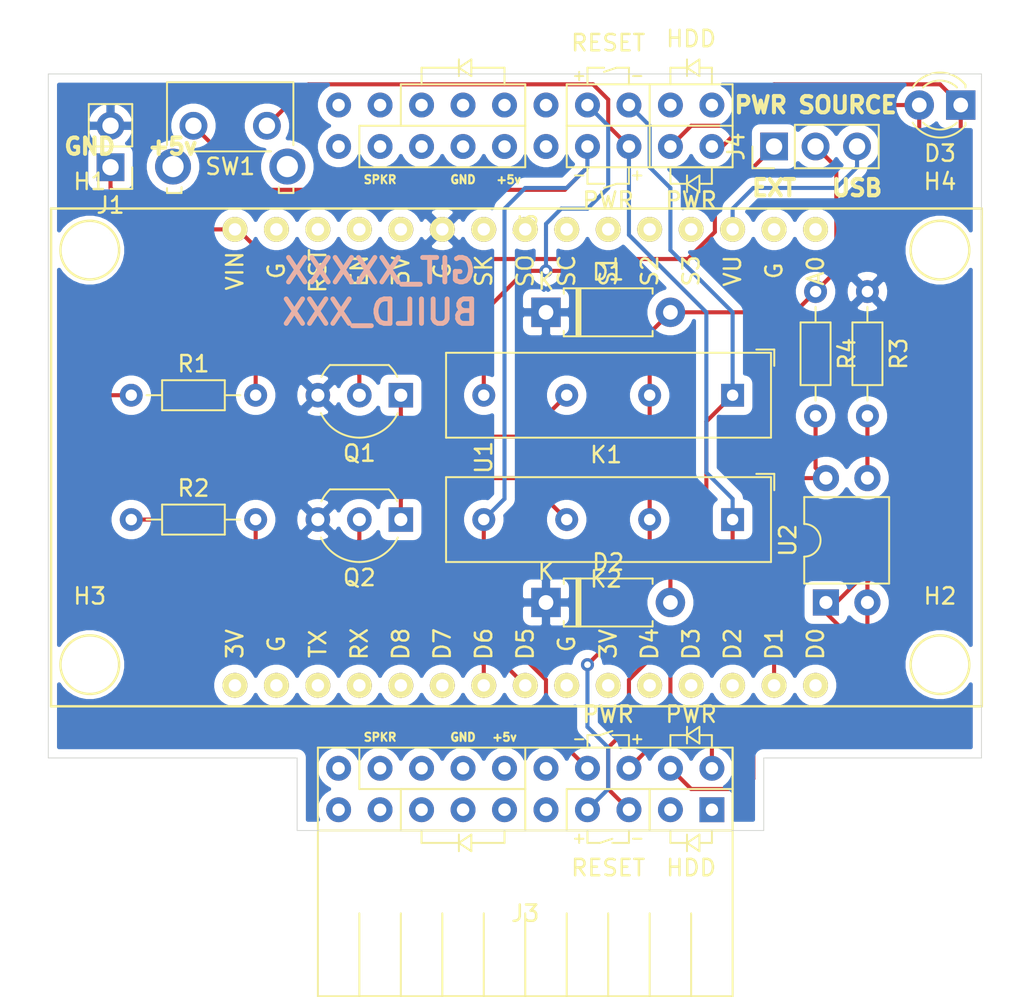
<source format=kicad_pcb>
(kicad_pcb (version 20171130) (host pcbnew "(5.1.6)-1")

  (general
    (thickness 1.6)
    (drawings 15)
    (tracks 194)
    (zones 0)
    (modules 22)
    (nets 47)
  )

  (page A4)
  (layers
    (0 F.Cu signal)
    (31 B.Cu signal)
    (32 B.Adhes user)
    (33 F.Adhes user)
    (34 B.Paste user)
    (35 F.Paste user)
    (36 B.SilkS user)
    (37 F.SilkS user)
    (38 B.Mask user)
    (39 F.Mask user)
    (40 Dwgs.User user)
    (41 Cmts.User user)
    (42 Eco1.User user)
    (43 Eco2.User user)
    (44 Edge.Cuts user)
    (45 Margin user)
    (46 B.CrtYd user)
    (47 F.CrtYd user)
    (48 B.Fab user)
    (49 F.Fab user)
  )

  (setup
    (last_trace_width 0.25)
    (trace_clearance 0.2)
    (zone_clearance 0.508)
    (zone_45_only no)
    (trace_min 0.2)
    (via_size 0.8)
    (via_drill 0.4)
    (via_min_size 0.4)
    (via_min_drill 0.3)
    (uvia_size 0.3)
    (uvia_drill 0.1)
    (uvias_allowed no)
    (uvia_min_size 0.2)
    (uvia_min_drill 0.1)
    (edge_width 0.05)
    (segment_width 0.2)
    (pcb_text_width 0.3)
    (pcb_text_size 1.5 1.5)
    (mod_edge_width 0.12)
    (mod_text_size 1 1)
    (mod_text_width 0.15)
    (pad_size 1.524 1.524)
    (pad_drill 0.762)
    (pad_to_mask_clearance 0.05)
    (aux_axis_origin 0 0)
    (visible_elements 7FFFFFFF)
    (pcbplotparams
      (layerselection 0x010fc_ffffffff)
      (usegerberextensions false)
      (usegerberattributes true)
      (usegerberadvancedattributes true)
      (creategerberjobfile true)
      (excludeedgelayer true)
      (linewidth 0.100000)
      (plotframeref false)
      (viasonmask false)
      (mode 1)
      (useauxorigin false)
      (hpglpennumber 1)
      (hpglpenspeed 20)
      (hpglpendiameter 15.000000)
      (psnegative false)
      (psa4output false)
      (plotreference true)
      (plotvalue true)
      (plotinvisibletext false)
      (padsonsilk false)
      (subtractmaskfromsilk false)
      (outputformat 1)
      (mirror false)
      (drillshape 1)
      (scaleselection 1)
      (outputdirectory ""))
  )

  (net 0 "")
  (net 1 RSTCON_P)
  (net 2 RSTCON_N)
  (net 3 PWRBTN_N)
  (net 4 PWRBTN_P)
  (net 5 PWRBTN_TTL)
  (net 6 RSTCON_TTL)
  (net 7 +5V)
  (net 8 GND)
  (net 9 "Net-(J2-Pad1)")
  (net 10 PWRLED_P)
  (net 11 "Net-(J2-Pad3)")
  (net 12 PWRLED_N)
  (net 13 "Net-(J3-Pad1)")
  (net 14 "Net-(J3-Pad3)")
  (net 15 "Net-(Q1-Pad2)")
  (net 16 "Net-(Q2-Pad2)")
  (net 17 "Net-(R3-Pad2)")
  (net 18 PWRLED_TTL)
  (net 19 "Net-(U1-Pad1)")
  (net 20 "Net-(U1-Pad2)")
  (net 21 "Net-(U1-Pad4)")
  (net 22 "Net-(U1-Pad5)")
  (net 23 "Net-(U1-Pad6)")
  (net 24 "Net-(U1-Pad7)")
  (net 25 "Net-(U1-Pad8)")
  (net 26 "Net-(U1-Pad9)")
  (net 27 "Net-(U1-Pad11)")
  (net 28 "Net-(U1-Pad12)")
  (net 29 "Net-(U1-Pad13)")
  (net 30 "Net-(U1-Pad14)")
  (net 31 "Net-(U1-Pad16)")
  (net 32 "Net-(U1-Pad17)")
  (net 33 "Net-(U1-Pad18)")
  (net 34 "Net-(U1-Pad19)")
  (net 35 "Net-(U1-Pad20)")
  (net 36 "Net-(U1-Pad21)")
  (net 37 "Net-(U1-Pad24)")
  (net 38 "Net-(U1-Pad25)")
  (net 39 "Net-(U1-Pad26)")
  (net 40 "Net-(U1-Pad27)")
  (net 41 "Net-(U1-Pad28)")
  (net 42 "Net-(U1-Pad30)")
  (net 43 "Net-(K1-Pad5)")
  (net 44 "Net-(K2-Pad5)")
  (net 45 "Net-(J1-Pad1)")
  (net 46 "Net-(J4-Pad3)")

  (net_class Default "This is the default net class."
    (clearance 0.2)
    (trace_width 0.25)
    (via_dia 0.8)
    (via_drill 0.4)
    (uvia_dia 0.3)
    (uvia_drill 0.1)
    (add_net +5V)
    (add_net GND)
    (add_net "Net-(J1-Pad1)")
    (add_net "Net-(J2-Pad1)")
    (add_net "Net-(J2-Pad3)")
    (add_net "Net-(J3-Pad1)")
    (add_net "Net-(J3-Pad3)")
    (add_net "Net-(J4-Pad3)")
    (add_net "Net-(K1-Pad5)")
    (add_net "Net-(K2-Pad5)")
    (add_net "Net-(Q1-Pad2)")
    (add_net "Net-(Q2-Pad2)")
    (add_net "Net-(R3-Pad2)")
    (add_net "Net-(U1-Pad1)")
    (add_net "Net-(U1-Pad11)")
    (add_net "Net-(U1-Pad12)")
    (add_net "Net-(U1-Pad13)")
    (add_net "Net-(U1-Pad14)")
    (add_net "Net-(U1-Pad16)")
    (add_net "Net-(U1-Pad17)")
    (add_net "Net-(U1-Pad18)")
    (add_net "Net-(U1-Pad19)")
    (add_net "Net-(U1-Pad2)")
    (add_net "Net-(U1-Pad20)")
    (add_net "Net-(U1-Pad21)")
    (add_net "Net-(U1-Pad24)")
    (add_net "Net-(U1-Pad25)")
    (add_net "Net-(U1-Pad26)")
    (add_net "Net-(U1-Pad27)")
    (add_net "Net-(U1-Pad28)")
    (add_net "Net-(U1-Pad30)")
    (add_net "Net-(U1-Pad4)")
    (add_net "Net-(U1-Pad5)")
    (add_net "Net-(U1-Pad6)")
    (add_net "Net-(U1-Pad7)")
    (add_net "Net-(U1-Pad8)")
    (add_net "Net-(U1-Pad9)")
    (add_net PWRBTN_N)
    (add_net PWRBTN_P)
    (add_net PWRBTN_TTL)
    (add_net PWRLED_N)
    (add_net PWRLED_P)
    (add_net PWRLED_TTL)
    (add_net RSTCON_N)
    (add_net RSTCON_P)
    (add_net RSTCON_TTL)
  )

  (module Connector_PinHeader_2.54mm:PinHeader_1x02_P2.54mm_Vertical (layer F.Cu) (tedit 59FED5CC) (tstamp 609D2538)
    (at 113.03 45.72 180)
    (descr "Through hole straight pin header, 1x02, 2.54mm pitch, single row")
    (tags "Through hole pin header THT 1x02 2.54mm single row")
    (path /60A0D31B)
    (fp_text reference J1 (at 0 -2.33) (layer F.SilkS)
      (effects (font (size 1 1) (thickness 0.15)))
    )
    (fp_text value Conn_01x02_Male (at 0 4.87) (layer F.Fab)
      (effects (font (size 1 1) (thickness 0.15)))
    )
    (fp_line (start 1.8 -1.8) (end -1.8 -1.8) (layer F.CrtYd) (width 0.05))
    (fp_line (start 1.8 4.35) (end 1.8 -1.8) (layer F.CrtYd) (width 0.05))
    (fp_line (start -1.8 4.35) (end 1.8 4.35) (layer F.CrtYd) (width 0.05))
    (fp_line (start -1.8 -1.8) (end -1.8 4.35) (layer F.CrtYd) (width 0.05))
    (fp_line (start -1.33 -1.33) (end 0 -1.33) (layer F.SilkS) (width 0.12))
    (fp_line (start -1.33 0) (end -1.33 -1.33) (layer F.SilkS) (width 0.12))
    (fp_line (start -1.33 1.27) (end 1.33 1.27) (layer F.SilkS) (width 0.12))
    (fp_line (start 1.33 1.27) (end 1.33 3.87) (layer F.SilkS) (width 0.12))
    (fp_line (start -1.33 1.27) (end -1.33 3.87) (layer F.SilkS) (width 0.12))
    (fp_line (start -1.33 3.87) (end 1.33 3.87) (layer F.SilkS) (width 0.12))
    (fp_line (start -1.27 -0.635) (end -0.635 -1.27) (layer F.Fab) (width 0.1))
    (fp_line (start -1.27 3.81) (end -1.27 -0.635) (layer F.Fab) (width 0.1))
    (fp_line (start 1.27 3.81) (end -1.27 3.81) (layer F.Fab) (width 0.1))
    (fp_line (start 1.27 -1.27) (end 1.27 3.81) (layer F.Fab) (width 0.1))
    (fp_line (start -0.635 -1.27) (end 1.27 -1.27) (layer F.Fab) (width 0.1))
    (fp_text user %R (at 0 1.27 90) (layer F.Fab)
      (effects (font (size 1 1) (thickness 0.15)))
    )
    (pad 2 thru_hole oval (at 0 2.54 180) (size 1.7 1.7) (drill 1) (layers *.Cu *.Mask)
      (net 8 GND))
    (pad 1 thru_hole rect (at 0 0 180) (size 1.7 1.7) (drill 1) (layers *.Cu *.Mask)
      (net 45 "Net-(J1-Pad1)"))
    (model ${KISYS3DMOD}/Connector_PinHeader_2.54mm.3dshapes/PinHeader_1x02_P2.54mm_Vertical.wrl
      (at (xyz 0 0 0))
      (scale (xyz 1 1 1))
      (rotate (xyz 0 0 0))
    )
  )

  (module symbols:atx-panel-horz-inverted (layer F.Cu) (tedit 607FC85D) (tstamp 607F568E)
    (at 138.43 83.82)
    (path /607F43C9)
    (fp_text reference J3 (at 0 7.62) (layer F.SilkS)
      (effects (font (size 1 1) (thickness 0.15)))
    )
    (fp_text value atxpanel (at 0 -3.81) (layer F.Fab)
      (effects (font (size 1 1) (thickness 0.15)))
    )
    (fp_line (start 0 0) (end 0 -2.54) (layer F.SilkS) (width 0.12))
    (fp_line (start -7.62 0) (end 0 0) (layer F.SilkS) (width 0.12))
    (fp_line (start -10.16 0) (end -7.62 0) (layer F.SilkS) (width 0.12))
    (fp_line (start -10.16 -2.54) (end -10.16 0) (layer F.SilkS) (width 0.12))
    (fp_line (start 3.81 -2.54) (end 3.81 -3.302) (layer F.SilkS) (width 0.12))
    (fp_line (start 3.048 -3.048) (end 3.556 -3.048) (layer F.SilkS) (width 0.12))
    (fp_line (start 5.334 -3.302) (end 6.35 -3.302) (layer F.SilkS) (width 0.12))
    (fp_line (start 6.604 -3.048) (end 7.112 -3.048) (layer F.SilkS) (width 0.12))
    (fp_line (start 6.858 -3.302) (end 6.858 -2.794) (layer F.SilkS) (width 0.12))
    (fp_line (start 5.334 -3.556) (end 4.572 -3.302) (layer F.SilkS) (width 0.12))
    (fp_line (start 3.81 -3.302) (end 4.572 -3.302) (layer F.SilkS) (width 0.12))
    (fp_line (start 6.35 -3.302) (end 6.35 -2.54) (layer F.SilkS) (width 0.12))
    (fp_line (start -12.7 2.54) (end 12.7 2.54) (layer F.SilkS) (width 0.12))
    (fp_line (start 12.7 -2.54) (end 12.7 2.54) (layer F.SilkS) (width 0.12))
    (fp_line (start 12.7 -2.54) (end -12.7 -2.54) (layer F.SilkS) (width 0.12))
    (fp_line (start 12.7 0) (end 12.7 -2.54) (layer F.SilkS) (width 0.12))
    (fp_line (start 8.89 2.54) (end 8.89 3.302) (layer F.SilkS) (width 0.12))
    (fp_line (start 11.43 3.302) (end 11.43 2.54) (layer F.SilkS) (width 0.12))
    (fp_line (start 7.62 0) (end 12.7 0) (layer F.SilkS) (width 0.12))
    (fp_line (start 7.62 2.54) (end 7.62 0) (layer F.SilkS) (width 0.12))
    (fp_line (start 12.7 2.54) (end 7.62 2.54) (layer F.SilkS) (width 0.12))
    (fp_line (start 12.7 0) (end 12.7 2.54) (layer F.SilkS) (width 0.12))
    (fp_line (start 7.62 0) (end 2.54 0) (layer F.SilkS) (width 0.12))
    (fp_line (start 7.62 2.54) (end 7.62 0) (layer F.SilkS) (width 0.12))
    (fp_line (start 2.54 2.54) (end 7.62 2.54) (layer F.SilkS) (width 0.12))
    (fp_line (start 2.54 0) (end 2.54 2.54) (layer F.SilkS) (width 0.12))
    (fp_line (start 0 2.54) (end -7.62 2.54) (layer F.SilkS) (width 0.12))
    (fp_line (start 0 0) (end 0 2.54) (layer F.SilkS) (width 0.12))
    (fp_line (start -7.62 0) (end 0 0) (layer F.SilkS) (width 0.12))
    (fp_line (start -7.62 2.54) (end -7.62 0) (layer F.SilkS) (width 0.12))
    (fp_line (start -6.35 3.302) (end -6.35 2.54) (layer F.SilkS) (width 0.12))
    (fp_line (start -1.27 3.302) (end -1.27 2.54) (layer F.SilkS) (width 0.12))
    (fp_line (start 5.334 3.048) (end 4.572 3.302) (layer F.SilkS) (width 0.12))
    (fp_line (start 3.81 3.302) (end 4.572 3.302) (layer F.SilkS) (width 0.12))
    (fp_line (start 9.906 3.302) (end 10.668 2.794) (layer F.SilkS) (width 0.12))
    (fp_line (start 10.668 3.302) (end 11.43 3.302) (layer F.SilkS) (width 0.12))
    (fp_line (start -3.302 2.794) (end -4.064 3.302) (layer F.SilkS) (width 0.12))
    (fp_line (start 3.302 2.794) (end 3.302 3.302) (layer F.SilkS) (width 0.12))
    (fp_line (start 3.81 2.54) (end 3.81 3.302) (layer F.SilkS) (width 0.12))
    (fp_line (start 5.334 3.302) (end 6.35 3.302) (layer F.SilkS) (width 0.12))
    (fp_line (start 10.668 3.81) (end 9.906 3.302) (layer F.SilkS) (width 0.12))
    (fp_line (start -3.302 3.81) (end -3.302 2.794) (layer F.SilkS) (width 0.12))
    (fp_line (start 6.604 3.048) (end 7.112 3.048) (layer F.SilkS) (width 0.12))
    (fp_line (start -4.064 3.302) (end -3.302 3.81) (layer F.SilkS) (width 0.12))
    (fp_line (start 3.048 3.048) (end 3.556 3.048) (layer F.SilkS) (width 0.12))
    (fp_line (start -1.27 3.302) (end -3.302 3.302) (layer F.SilkS) (width 0.12))
    (fp_line (start -10.16 7.62) (end -10.16 12.7) (layer F.SilkS) (width 0.12))
    (fp_line (start 7.62 7.62) (end 7.62 12.7) (layer F.SilkS) (width 0.12))
    (fp_line (start 10.16 7.62) (end 10.16 12.7) (layer F.SilkS) (width 0.12))
    (fp_line (start -12.7 12.7) (end 12.7 12.7) (layer F.SilkS) (width 0.12))
    (fp_line (start -10.16 12.7) (end -7.62 12.7) (layer F.SilkS) (width 0.12))
    (fp_line (start 9.906 3.302) (end 8.89 3.302) (layer F.SilkS) (width 0.12))
    (fp_line (start 9.906 -3.81) (end 9.906 -3.302) (layer F.SilkS) (width 0.12))
    (fp_line (start 2.54 12.7) (end 2.54 7.62) (layer F.SilkS) (width 0.12))
    (fp_line (start -12.7 -2.54) (end -12.7 12.7) (layer F.SilkS) (width 0.12))
    (fp_line (start 9.906 -3.302) (end 10.668 -3.81) (layer F.SilkS) (width 0.12))
    (fp_line (start -4.064 2.794) (end -4.064 3.81) (layer F.SilkS) (width 0.12))
    (fp_line (start 10.668 -2.794) (end 10.668 -3.81) (layer F.SilkS) (width 0.12))
    (fp_line (start 11.43 -3.302) (end 10.668 -3.302) (layer F.SilkS) (width 0.12))
    (fp_line (start 9.906 -3.302) (end 8.89 -3.302) (layer F.SilkS) (width 0.12))
    (fp_line (start -5.08 12.7) (end -2.54 12.7) (layer F.SilkS) (width 0.12))
    (fp_line (start 10.668 -2.794) (end 9.906 -3.302) (layer F.SilkS) (width 0.12))
    (fp_line (start -7.62 12.7) (end -7.62 7.62) (layer F.SilkS) (width 0.12))
    (fp_line (start -4.064 3.302) (end -6.35 3.302) (layer F.SilkS) (width 0.12))
    (fp_line (start 5.08 7.62) (end 5.08 12.7) (layer F.SilkS) (width 0.12))
    (fp_line (start 8.89 -3.302) (end 8.89 -2.54) (layer F.SilkS) (width 0.12))
    (fp_line (start 11.43 -2.54) (end 11.43 -3.302) (layer F.SilkS) (width 0.12))
    (fp_line (start 6.35 3.302) (end 6.35 2.54) (layer F.SilkS) (width 0.12))
    (fp_line (start 10.668 2.794) (end 10.668 3.81) (layer F.SilkS) (width 0.12))
    (fp_line (start -2.54 12.7) (end -2.54 7.62) (layer F.SilkS) (width 0.12))
    (fp_line (start 9.906 3.81) (end 9.906 2.794) (layer F.SilkS) (width 0.12))
    (fp_line (start 12.7 12.7) (end 12.7 2.54) (layer F.SilkS) (width 0.12))
    (fp_line (start 12.7 -2.54) (end 12.7 2.54) (layer F.SilkS) (width 0.12))
    (fp_line (start 0 12.7) (end 0 7.62) (layer F.SilkS) (width 0.12))
    (fp_line (start -5.08 7.62) (end -5.08 12.7) (layer F.SilkS) (width 0.12))
    (fp_line (start 9.906 -2.794) (end 9.906 -3.81) (layer F.SilkS) (width 0.12))
    (fp_text user RESET (at 5.08 4.826) (layer F.SilkS)
      (effects (font (size 1 1) (thickness 0.15)))
    )
    (fp_text user PWR (at 5.08 -4.572) (layer F.SilkS)
      (effects (font (size 1 1) (thickness 0.15)))
    )
    (fp_text user PWR (at 10.16 -4.572) (layer F.SilkS)
      (effects (font (size 1 1) (thickness 0.15)))
    )
    (fp_text user HDD (at 10.16 4.826) (layer F.SilkS)
      (effects (font (size 1 1) (thickness 0.15)))
    )
    (fp_text user GND (at -3.81 -3.175) (layer F.SilkS)
      (effects (font (size 0.5 0.5) (thickness 0.125)))
    )
    (fp_text user PWR (at 5.08 -4.572) (layer F.SilkS)
      (effects (font (size 1 1) (thickness 0.15)))
    )
    (fp_text user GND (at -3.81 -3.175) (layer F.SilkS)
      (effects (font (size 0.5 0.5) (thickness 0.125)))
    )
    (fp_text user SPKR (at -8.89 -3.175) (layer F.SilkS)
      (effects (font (size 0.5 0.5) (thickness 0.125)))
    )
    (fp_text user +5v (at -1.27 -3.175) (layer F.SilkS)
      (effects (font (size 0.5 0.5) (thickness 0.125)))
    )
    (pad 16 thru_hole circle (at -6.35 -1.27) (size 1.524 1.524) (drill 0.762) (layers *.Cu *.Mask))
    (pad 6 thru_hole circle (at 6.35 -1.27) (size 1.524 1.524) (drill 0.762) (layers *.Cu *.Mask)
      (net 4 PWRBTN_P))
    (pad 10 thru_hole circle (at 1.27 -1.27) (size 1.524 1.524) (drill 0.762) (layers *.Cu *.Mask))
    (pad 17 thru_hole circle (at -8.89 1.27) (size 1.524 1.524) (drill 0.762) (layers *.Cu *.Mask))
    (pad 3 thru_hole circle (at 8.89 1.27) (size 1.524 1.524) (drill 0.762) (layers *.Cu *.Mask)
      (net 14 "Net-(J3-Pad3)"))
    (pad 9 thru_hole circle (at 1.27 1.27) (size 1.524 1.524) (drill 0.762) (layers *.Cu *.Mask))
    (pad 19 thru_hole circle (at -11.43 -1.27) (size 1.524 1.524) (drill 0.762) (layers *.Cu *.Mask))
    (pad 14 thru_hole circle (at -3.81 -1.27) (size 1.524 1.524) (drill 0.762) (layers *.Cu *.Mask))
    (pad 2 thru_hole circle (at 11.43 -1.27) (size 1.524 1.524) (drill 0.762) (layers *.Cu *.Mask)
      (net 10 PWRLED_P))
    (pad 15 thru_hole circle (at -6.35 1.27) (size 1.524 1.524) (drill 0.762) (layers *.Cu *.Mask))
    (pad 11 thru_hole circle (at -1.27 1.27) (size 1.524 1.524) (drill 0.762) (layers *.Cu *.Mask))
    (pad 4 thru_hole circle (at 8.89 -1.27) (size 1.524 1.524) (drill 0.762) (layers *.Cu *.Mask)
      (net 12 PWRLED_N))
    (pad 13 thru_hole circle (at -3.81 1.27) (size 1.524 1.524) (drill 0.762) (layers *.Cu *.Mask))
    (pad 18 thru_hole circle (at -8.89 -1.27) (size 1.524 1.524) (drill 0.762) (layers *.Cu *.Mask))
    (pad 7 thru_hole circle (at 3.81 1.27) (size 1.524 1.524) (drill 0.762) (layers *.Cu *.Mask)
      (net 1 RSTCON_P))
    (pad 20 thru_hole circle (at -11.43 1.27) (size 1.524 1.524) (drill 0.762) (layers *.Cu *.Mask))
    (pad 5 thru_hole circle (at 6.35 1.27) (size 1.524 1.524) (drill 0.762) (layers *.Cu *.Mask)
      (net 2 RSTCON_N))
    (pad 12 thru_hole circle (at -1.27 -1.27) (size 1.524 1.524) (drill 0.762) (layers *.Cu *.Mask))
    (pad 8 thru_hole circle (at 3.81 -1.27) (size 1.524 1.524) (drill 0.762) (layers *.Cu *.Mask)
      (net 3 PWRBTN_N))
    (pad 1 thru_hole rect (at 11.43 1.27) (size 1.524 1.524) (drill 0.762) (layers *.Cu *.Mask)
      (net 13 "Net-(J3-Pad1)"))
  )

  (module symbols:atx-panel (layer F.Cu) (tedit 607FC2C2) (tstamp 607F6EC2)
    (at 138.43 43.18 180)
    (path /60826863)
    (fp_text reference J2 (at 0 -6.096 180) (layer F.SilkS)
      (effects (font (size 1 1) (thickness 0.15)))
    )
    (fp_text value atxpanel (at 0 6.858 180) (layer F.Fab)
      (effects (font (size 1 1) (thickness 0.15)))
    )
    (fp_line (start -12.7 -2.54) (end -7.62 -2.54) (layer F.SilkS) (width 0.12))
    (fp_line (start -7.62 -2.54) (end -7.62 0) (layer F.SilkS) (width 0.12))
    (fp_line (start -7.62 0) (end -12.7 0) (layer F.SilkS) (width 0.12))
    (fp_line (start -12.7 0) (end -12.7 -2.54) (layer F.SilkS) (width 0.12))
    (fp_line (start -12.7 2.54) (end -7.62 2.54) (layer F.SilkS) (width 0.12))
    (fp_line (start -7.62 0) (end -7.62 2.54) (layer F.SilkS) (width 0.12))
    (fp_line (start -7.62 -2.54) (end -12.7 -2.54) (layer F.SilkS) (width 0.12))
    (fp_line (start -12.7 2.54) (end -12.7 0) (layer F.SilkS) (width 0.12))
    (fp_line (start -10.668 4.064) (end -10.668 3.048) (layer F.SilkS) (width 0.12))
    (fp_line (start -10.668 3.048) (end -9.906 3.556) (layer F.SilkS) (width 0.12))
    (fp_line (start -9.906 3.556) (end -10.668 4.064) (layer F.SilkS) (width 0.12))
    (fp_line (start -9.906 3.048) (end -9.906 4.064) (layer F.SilkS) (width 0.12))
    (fp_line (start -9.906 3.556) (end -8.89 3.556) (layer F.SilkS) (width 0.12))
    (fp_line (start -8.89 3.556) (end -8.89 2.54) (layer F.SilkS) (width 0.12))
    (fp_line (start -10.668 3.556) (end -11.43 3.556) (layer F.SilkS) (width 0.12))
    (fp_line (start -11.43 3.556) (end -11.43 2.54) (layer F.SilkS) (width 0.12))
    (fp_line (start -11.43 -3.556) (end -11.43 -2.54) (layer F.SilkS) (width 0.12))
    (fp_line (start -11.43 -3.556) (end -10.668 -3.556) (layer F.SilkS) (width 0.12))
    (fp_line (start -10.668 -4.064) (end -10.668 -3.048) (layer F.SilkS) (width 0.12))
    (fp_line (start -9.906 -3.556) (end -10.668 -3.048) (layer F.SilkS) (width 0.12))
    (fp_line (start -10.668 -4.064) (end -9.906 -3.556) (layer F.SilkS) (width 0.12))
    (fp_line (start -9.906 -4.064) (end -9.906 -3.048) (layer F.SilkS) (width 0.12))
    (fp_line (start -9.906 -3.048) (end -9.906 -3.556) (layer F.SilkS) (width 0.12))
    (fp_line (start -9.906 -3.556) (end -8.89 -3.556) (layer F.SilkS) (width 0.12))
    (fp_line (start -8.89 -2.54) (end -8.89 -3.556) (layer F.SilkS) (width 0.12))
    (fp_line (start -7.62 2.54) (end -2.54 2.54) (layer F.SilkS) (width 0.12))
    (fp_line (start -2.54 0) (end -2.54 2.54) (layer F.SilkS) (width 0.12))
    (fp_line (start -2.54 -2.54) (end -7.62 -2.54) (layer F.SilkS) (width 0.12))
    (fp_line (start -6.35 2.54) (end -6.35 3.556) (layer F.SilkS) (width 0.12))
    (fp_line (start -6.35 3.556) (end -5.588 3.556) (layer F.SilkS) (width 0.12))
    (fp_line (start -4.826 3.302) (end -5.588 3.556) (layer F.SilkS) (width 0.12))
    (fp_line (start -4.826 3.556) (end -3.81 3.556) (layer F.SilkS) (width 0.12))
    (fp_line (start -3.81 3.556) (end -3.81 2.54) (layer F.SilkS) (width 0.12))
    (fp_line (start -7.112 3.048) (end -6.604 3.048) (layer F.SilkS) (width 0.12))
    (fp_line (start -3.556 3.048) (end -3.048 3.048) (layer F.SilkS) (width 0.12))
    (fp_line (start -3.302 2.794) (end -3.302 3.302) (layer F.SilkS) (width 0.12))
    (fp_line (start -7.62 0) (end -2.54 0) (layer F.SilkS) (width 0.12))
    (fp_line (start -2.54 0) (end -2.54 -2.54) (layer F.SilkS) (width 0.12))
    (fp_line (start -6.35 -2.54) (end -6.35 -3.556) (layer F.SilkS) (width 0.12))
    (fp_line (start -6.35 -3.556) (end -5.588 -3.556) (layer F.SilkS) (width 0.12))
    (fp_line (start -5.588 -3.556) (end -4.826 -3.81) (layer F.SilkS) (width 0.12))
    (fp_line (start -4.826 -3.556) (end -3.81 -3.556) (layer F.SilkS) (width 0.12))
    (fp_line (start -3.81 -3.556) (end -3.81 -2.54) (layer F.SilkS) (width 0.12))
    (fp_line (start -3.048 -3.048) (end -3.556 -3.048) (layer F.SilkS) (width 0.12))
    (fp_line (start -7.112 -3.048) (end -6.604 -3.048) (layer F.SilkS) (width 0.12))
    (fp_line (start -6.858 -2.794) (end -6.858 -3.302) (layer F.SilkS) (width 0.12))
    (fp_line (start 0 0) (end 0 -2.54) (layer F.SilkS) (width 0.12))
    (fp_line (start 0 -2.54) (end 10.16 -2.54) (layer F.SilkS) (width 0.12))
    (fp_line (start 10.16 -2.54) (end 10.16 0) (layer F.SilkS) (width 0.12))
    (fp_line (start 10.16 0) (end 0 0) (layer F.SilkS) (width 0.12))
    (fp_line (start 0 2.54) (end 0 0) (layer F.SilkS) (width 0.12))
    (fp_line (start 0 2.54) (end 7.62 2.54) (layer F.SilkS) (width 0.12))
    (fp_line (start 7.62 0) (end 7.62 2.54) (layer F.SilkS) (width 0.12))
    (fp_line (start 1.27 2.54) (end 1.27 3.556) (layer F.SilkS) (width 0.12))
    (fp_line (start 1.27 3.556) (end 3.302 3.556) (layer F.SilkS) (width 0.12))
    (fp_line (start 3.302 3.048) (end 3.302 4.064) (layer F.SilkS) (width 0.12))
    (fp_line (start 3.302 4.064) (end 4.064 3.556) (layer F.SilkS) (width 0.12))
    (fp_line (start 4.064 3.556) (end 3.302 3.048) (layer F.SilkS) (width 0.12))
    (fp_line (start 4.064 4.064) (end 4.064 3.048) (layer F.SilkS) (width 0.12))
    (fp_line (start 4.064 3.556) (end 6.35 3.556) (layer F.SilkS) (width 0.12))
    (fp_line (start 6.35 3.556) (end 6.35 2.54) (layer F.SilkS) (width 0.12))
    (fp_text user PWR (at -10.16 -4.572) (layer F.SilkS)
      (effects (font (size 1 1) (thickness 0.15)))
    )
    (fp_text user SPKR (at 8.89 -3.302 180) (layer F.SilkS)
      (effects (font (size 0.5 0.5) (thickness 0.125)))
    )
    (fp_text user GND (at 3.81 -3.302) (layer F.SilkS)
      (effects (font (size 0.5 0.5) (thickness 0.125)))
    )
    (fp_text user GND (at 3.81 -3.302) (layer F.SilkS)
      (effects (font (size 0.5 0.5) (thickness 0.125)))
    )
    (fp_text user +5v (at 1.016 -3.302 180) (layer F.SilkS)
      (effects (font (size 0.5 0.5) (thickness 0.125)))
    )
    (fp_text user PWR (at -5.08 -4.572) (layer F.SilkS)
      (effects (font (size 1 1) (thickness 0.15)))
    )
    (fp_text user RESET (at -5.08 5.08 180) (layer F.SilkS)
      (effects (font (size 1 1) (thickness 0.15)))
    )
    (fp_text user PWR (at -10.16 -4.572) (layer F.SilkS)
      (effects (font (size 1 1) (thickness 0.15)))
    )
    (fp_text user HDD (at -10.16 5.334 180) (layer F.SilkS)
      (effects (font (size 1 1) (thickness 0.15)))
    )
    (pad 20 thru_hole circle (at 11.43 -1.27 180) (size 1.524 1.524) (drill 0.762) (layers *.Cu *.Mask))
    (pad 19 thru_hole circle (at 11.43 1.27 180) (size 1.524 1.524) (drill 0.762) (layers *.Cu *.Mask))
    (pad 18 thru_hole circle (at 8.89 -1.27 180) (size 1.524 1.524) (drill 0.762) (layers *.Cu *.Mask))
    (pad 17 thru_hole circle (at 8.89 1.27 180) (size 1.524 1.524) (drill 0.762) (layers *.Cu *.Mask))
    (pad 16 thru_hole circle (at 6.35 -1.27 180) (size 1.524 1.524) (drill 0.762) (layers *.Cu *.Mask))
    (pad 15 thru_hole circle (at 6.35 1.27 180) (size 1.524 1.524) (drill 0.762) (layers *.Cu *.Mask))
    (pad 14 thru_hole circle (at 3.81 -1.27 180) (size 1.524 1.524) (drill 0.762) (layers *.Cu *.Mask))
    (pad 13 thru_hole circle (at 3.81 1.27 180) (size 1.524 1.524) (drill 0.762) (layers *.Cu *.Mask))
    (pad 12 thru_hole circle (at 1.27 -1.27 180) (size 1.524 1.524) (drill 0.762) (layers *.Cu *.Mask))
    (pad 11 thru_hole circle (at 1.27 1.27 180) (size 1.524 1.524) (drill 0.762) (layers *.Cu *.Mask))
    (pad 10 thru_hole circle (at -1.27 -1.27 180) (size 1.524 1.524) (drill 0.762) (layers *.Cu *.Mask))
    (pad 9 thru_hole circle (at -1.27 1.27 180) (size 1.524 1.524) (drill 0.762) (layers *.Cu *.Mask))
    (pad 8 thru_hole circle (at -3.81 -1.27 180) (size 1.524 1.524) (drill 0.762) (layers *.Cu *.Mask)
      (net 3 PWRBTN_N))
    (pad 7 thru_hole circle (at -3.81 1.27 180) (size 1.524 1.524) (drill 0.762) (layers *.Cu *.Mask)
      (net 1 RSTCON_P))
    (pad 6 thru_hole circle (at -6.35 -1.27 180) (size 1.524 1.524) (drill 0.762) (layers *.Cu *.Mask)
      (net 4 PWRBTN_P))
    (pad 5 thru_hole circle (at -6.35 1.27 180) (size 1.524 1.524) (drill 0.762) (layers *.Cu *.Mask)
      (net 2 RSTCON_N))
    (pad 4 thru_hole circle (at -8.89 -1.27 180) (size 1.524 1.524) (drill 0.762) (layers *.Cu *.Mask)
      (net 12 PWRLED_N))
    (pad 3 thru_hole circle (at -8.89 1.27 180) (size 1.524 1.524) (drill 0.762) (layers *.Cu *.Mask)
      (net 11 "Net-(J2-Pad3)"))
    (pad 2 thru_hole circle (at -11.43 -1.27 180) (size 1.524 1.524) (drill 0.762) (layers *.Cu *.Mask)
      (net 10 PWRLED_P))
    (pad 1 thru_hole circle (at -11.43 1.27 180) (size 1.524 1.524) (drill 0.762) (layers *.Cu *.Mask)
      (net 9 "Net-(J2-Pad1)"))
  )

  (module Button_Switch_THT:SW_Tactile_SKHH_Angled (layer F.Cu) (tedit 5DD687FE) (tstamp 609CF824)
    (at 118.11 43.18)
    (descr "tactile switch 6mm ALPS SKHH right angle http://www.alps.com/prod/info/E/HTML/Tact/SnapIn/SKHH/SKHHLUA010.html")
    (tags "tactile switch 6mm ALPS SKHH right angle")
    (path /609FD1B8)
    (fp_text reference SW1 (at 2.25 2.5) (layer F.SilkS)
      (effects (font (size 1 1) (thickness 0.15)))
    )
    (fp_text value SW_Push (at 2.25 5.09) (layer F.Fab)
      (effects (font (size 1 1) (thickness 0.15)))
    )
    (fp_line (start -1.62 3.82) (end -1.62 4.12) (layer F.SilkS) (width 0.12))
    (fp_line (start -0.73 4.12) (end -0.73 3.77) (layer F.SilkS) (width 0.12))
    (fp_line (start -0.73 4.12) (end -1.62 4.12) (layer F.SilkS) (width 0.12))
    (fp_line (start -0.24 1.57) (end 4.74 1.57) (layer F.SilkS) (width 0.12))
    (fp_line (start -1.62 -2.67) (end -1.62 1.18) (layer F.SilkS) (width 0.12))
    (fp_line (start 6.12 -2.67) (end -1.62 -2.67) (layer F.SilkS) (width 0.12))
    (fp_line (start 6.12 1.18) (end 6.12 -2.67) (layer F.SilkS) (width 0.12))
    (fp_line (start 3.9 -2.55) (end 3.9 -5.85) (layer F.Fab) (width 0.1))
    (fp_line (start 0.6 -2.55) (end 0.6 -5.85) (layer F.Fab) (width 0.1))
    (fp_line (start 6 -2.55) (end -1.5 -2.55) (layer F.Fab) (width 0.1))
    (fp_line (start -0.85 1.45) (end -0.85 4) (layer F.Fab) (width 0.1))
    (fp_line (start 5.35 1.45) (end 5.35 4) (layer F.Fab) (width 0.1))
    (fp_line (start 5.35 1.45) (end -0.85 1.45) (layer F.Fab) (width 0.1))
    (fp_line (start -1.5 4) (end -1.5 -2.55) (layer F.Fab) (width 0.1))
    (fp_line (start -0.85 4) (end -1.5 4) (layer F.Fab) (width 0.1))
    (fp_line (start 6 4) (end 5.35 4) (layer F.Fab) (width 0.1))
    (fp_line (start 6 -2.55) (end 6 4) (layer F.Fab) (width 0.1))
    (fp_line (start 0.6 -5.85) (end 3.9 -5.85) (layer F.Fab) (width 0.1))
    (fp_line (start 4.4 1.7) (end 4.4 4.25) (layer F.CrtYd) (width 0.05))
    (fp_line (start 0.1 4.25) (end 0.1 1.7) (layer F.CrtYd) (width 0.05))
    (fp_line (start 0.35 -2.8) (end -1.75 -2.8) (layer F.CrtYd) (width 0.05))
    (fp_line (start 0.35 -6.1) (end 0.35 -2.8) (layer F.CrtYd) (width 0.05))
    (fp_line (start 4.15 -6.1) (end 0.35 -6.1) (layer F.CrtYd) (width 0.05))
    (fp_line (start 4.15 -2.8) (end 4.15 -6.1) (layer F.CrtYd) (width 0.05))
    (fp_line (start 6.25 -2.8) (end 4.15 -2.8) (layer F.CrtYd) (width 0.05))
    (fp_line (start 0.1 1.7) (end 4.4 1.7) (layer F.CrtYd) (width 0.05))
    (fp_line (start 6.25 1.1) (end 6.25 -2.8) (layer F.CrtYd) (width 0.05))
    (fp_line (start 7.1 1.1) (end 6.25 1.1) (layer F.CrtYd) (width 0.05))
    (fp_line (start 7.1 4.25) (end 7.1 1.1) (layer F.CrtYd) (width 0.05))
    (fp_line (start 4.4 4.25) (end 7.1 4.25) (layer F.CrtYd) (width 0.05))
    (fp_line (start -1.75 1.15) (end -1.75 -2.8) (layer F.CrtYd) (width 0.05))
    (fp_line (start -2.6 1.15) (end -1.75 1.15) (layer F.CrtYd) (width 0.05))
    (fp_line (start -2.6 4.25) (end -2.6 1.15) (layer F.CrtYd) (width 0.05))
    (fp_line (start 0.1 4.25) (end -2.6 4.25) (layer F.CrtYd) (width 0.05))
    (fp_line (start 6.12 3.82) (end 6.12 4.12) (layer F.SilkS) (width 0.12))
    (fp_line (start 6.12 4.12) (end 5.23 4.12) (layer F.SilkS) (width 0.12))
    (fp_line (start 5.23 4.12) (end 5.23 3.77) (layer F.SilkS) (width 0.12))
    (fp_text user %R (at 2.25 -1.31) (layer F.Fab)
      (effects (font (size 1 1) (thickness 0.15)))
    )
    (pad 1 thru_hole circle (at 0 0 180) (size 1.7 1.7) (drill 1) (layers *.Cu *.Mask)
      (net 3 PWRBTN_N))
    (pad 2 thru_hole circle (at 4.5 0 180) (size 1.7 1.7) (drill 1) (layers *.Cu *.Mask)
      (net 4 PWRBTN_P))
    (pad "" thru_hole circle (at -1.25 2.5 180) (size 2.2 2.2) (drill 1.3) (layers *.Cu *.Mask))
    (pad "" thru_hole circle (at 5.75 2.5 180) (size 2.2 2.2) (drill 1.3) (layers *.Cu *.Mask))
    (model ${KISYS3DMOD}/Button_Switch_THT.3dshapes/SW_Tactile_SKHH_Angled.wrl
      (at (xyz 0 0 0))
      (scale (xyz 1 1 1))
      (rotate (xyz 0 0 0))
    )
  )

  (module LED_THT:LED_D3.0mm (layer F.Cu) (tedit 587A3A7B) (tstamp 609CF47C)
    (at 165.1 41.91 180)
    (descr "LED, diameter 3.0mm, 2 pins")
    (tags "LED diameter 3.0mm 2 pins")
    (path /609FF284)
    (fp_text reference D3 (at 1.27 -2.96) (layer F.SilkS)
      (effects (font (size 1 1) (thickness 0.15)))
    )
    (fp_text value LED (at 1.27 2.96) (layer F.Fab)
      (effects (font (size 1 1) (thickness 0.15)))
    )
    (fp_line (start 3.7 -2.25) (end -1.15 -2.25) (layer F.CrtYd) (width 0.05))
    (fp_line (start 3.7 2.25) (end 3.7 -2.25) (layer F.CrtYd) (width 0.05))
    (fp_line (start -1.15 2.25) (end 3.7 2.25) (layer F.CrtYd) (width 0.05))
    (fp_line (start -1.15 -2.25) (end -1.15 2.25) (layer F.CrtYd) (width 0.05))
    (fp_line (start -0.29 1.08) (end -0.29 1.236) (layer F.SilkS) (width 0.12))
    (fp_line (start -0.29 -1.236) (end -0.29 -1.08) (layer F.SilkS) (width 0.12))
    (fp_line (start -0.23 -1.16619) (end -0.23 1.16619) (layer F.Fab) (width 0.1))
    (fp_circle (center 1.27 0) (end 2.77 0) (layer F.Fab) (width 0.1))
    (fp_arc (start 1.27 0) (end 0.229039 1.08) (angle -87.9) (layer F.SilkS) (width 0.12))
    (fp_arc (start 1.27 0) (end 0.229039 -1.08) (angle 87.9) (layer F.SilkS) (width 0.12))
    (fp_arc (start 1.27 0) (end -0.29 1.235516) (angle -108.8) (layer F.SilkS) (width 0.12))
    (fp_arc (start 1.27 0) (end -0.29 -1.235516) (angle 108.8) (layer F.SilkS) (width 0.12))
    (fp_arc (start 1.27 0) (end -0.23 -1.16619) (angle 284.3) (layer F.Fab) (width 0.1))
    (pad 2 thru_hole circle (at 2.54 0 180) (size 1.8 1.8) (drill 0.9) (layers *.Cu *.Mask)
      (net 10 PWRLED_P))
    (pad 1 thru_hole rect (at 0 0 180) (size 1.8 1.8) (drill 0.9) (layers *.Cu *.Mask)
      (net 12 PWRLED_N))
    (model ${KISYS3DMOD}/LED_THT.3dshapes/LED_D3.0mm.wrl
      (at (xyz 0 0 0))
      (scale (xyz 1 1 1))
      (rotate (xyz 0 0 0))
    )
  )

  (module Package_TO_SOT_THT:TO-92_Inline_Wide (layer F.Cu) (tedit 5A02FF81) (tstamp 607F3B52)
    (at 130.81 67.31 180)
    (descr "TO-92 leads in-line, wide, drill 0.75mm (see NXP sot054_po.pdf)")
    (tags "to-92 sc-43 sc-43a sot54 PA33 transistor")
    (path /607EEBAA)
    (fp_text reference Q2 (at 2.54 -3.56) (layer F.SilkS)
      (effects (font (size 1 1) (thickness 0.15)))
    )
    (fp_text value BC547 (at 2.54 2.79) (layer F.Fab)
      (effects (font (size 1 1) (thickness 0.15)))
    )
    (fp_line (start 6.09 2.01) (end -1.01 2.01) (layer F.CrtYd) (width 0.05))
    (fp_line (start 6.09 2.01) (end 6.09 -2.73) (layer F.CrtYd) (width 0.05))
    (fp_line (start -1.01 -2.73) (end -1.01 2.01) (layer F.CrtYd) (width 0.05))
    (fp_line (start -1.01 -2.73) (end 6.09 -2.73) (layer F.CrtYd) (width 0.05))
    (fp_line (start 0.8 1.75) (end 4.3 1.75) (layer F.Fab) (width 0.1))
    (fp_line (start 0.74 1.85) (end 4.34 1.85) (layer F.SilkS) (width 0.12))
    (fp_arc (start 2.54 0) (end 4.34 1.85) (angle -20) (layer F.SilkS) (width 0.12))
    (fp_arc (start 2.54 0) (end 2.54 -2.48) (angle -135) (layer F.Fab) (width 0.1))
    (fp_arc (start 2.54 0) (end 2.54 -2.48) (angle 135) (layer F.Fab) (width 0.1))
    (fp_arc (start 2.54 0) (end 2.54 -2.6) (angle 65) (layer F.SilkS) (width 0.12))
    (fp_arc (start 2.54 0) (end 2.54 -2.6) (angle -65) (layer F.SilkS) (width 0.12))
    (fp_arc (start 2.54 0) (end 0.74 1.85) (angle 20) (layer F.SilkS) (width 0.12))
    (fp_text user %R (at 2.54 -3.56) (layer F.Fab)
      (effects (font (size 1 1) (thickness 0.15)))
    )
    (pad 1 thru_hole rect (at 0 0 270) (size 1.5 1.5) (drill 0.8) (layers *.Cu *.Mask)
      (net 44 "Net-(K2-Pad5)"))
    (pad 3 thru_hole circle (at 5.08 0 270) (size 1.5 1.5) (drill 0.8) (layers *.Cu *.Mask)
      (net 8 GND))
    (pad 2 thru_hole circle (at 2.54 0 270) (size 1.5 1.5) (drill 0.8) (layers *.Cu *.Mask)
      (net 16 "Net-(Q2-Pad2)"))
    (model ${KISYS3DMOD}/Package_TO_SOT_THT.3dshapes/TO-92_Inline_Wide.wrl
      (at (xyz 0 0 0))
      (scale (xyz 1 1 1))
      (rotate (xyz 0 0 0))
    )
  )

  (module Package_TO_SOT_THT:TO-92_Inline_Wide (layer F.Cu) (tedit 5A02FF81) (tstamp 607F3B40)
    (at 130.81 59.69 180)
    (descr "TO-92 leads in-line, wide, drill 0.75mm (see NXP sot054_po.pdf)")
    (tags "to-92 sc-43 sc-43a sot54 PA33 transistor")
    (path /607F7906)
    (fp_text reference Q1 (at 2.54 -3.56) (layer F.SilkS)
      (effects (font (size 1 1) (thickness 0.15)))
    )
    (fp_text value BC547 (at 2.54 2.79) (layer F.Fab)
      (effects (font (size 1 1) (thickness 0.15)))
    )
    (fp_line (start 6.09 2.01) (end -1.01 2.01) (layer F.CrtYd) (width 0.05))
    (fp_line (start 6.09 2.01) (end 6.09 -2.73) (layer F.CrtYd) (width 0.05))
    (fp_line (start -1.01 -2.73) (end -1.01 2.01) (layer F.CrtYd) (width 0.05))
    (fp_line (start -1.01 -2.73) (end 6.09 -2.73) (layer F.CrtYd) (width 0.05))
    (fp_line (start 0.8 1.75) (end 4.3 1.75) (layer F.Fab) (width 0.1))
    (fp_line (start 0.74 1.85) (end 4.34 1.85) (layer F.SilkS) (width 0.12))
    (fp_arc (start 2.54 0) (end 4.34 1.85) (angle -20) (layer F.SilkS) (width 0.12))
    (fp_arc (start 2.54 0) (end 2.54 -2.48) (angle -135) (layer F.Fab) (width 0.1))
    (fp_arc (start 2.54 0) (end 2.54 -2.48) (angle 135) (layer F.Fab) (width 0.1))
    (fp_arc (start 2.54 0) (end 2.54 -2.6) (angle 65) (layer F.SilkS) (width 0.12))
    (fp_arc (start 2.54 0) (end 2.54 -2.6) (angle -65) (layer F.SilkS) (width 0.12))
    (fp_arc (start 2.54 0) (end 0.74 1.85) (angle 20) (layer F.SilkS) (width 0.12))
    (fp_text user %R (at 2.54 -3.56) (layer F.Fab)
      (effects (font (size 1 1) (thickness 0.15)))
    )
    (pad 1 thru_hole rect (at 0 0 270) (size 1.5 1.5) (drill 0.8) (layers *.Cu *.Mask)
      (net 43 "Net-(K1-Pad5)"))
    (pad 3 thru_hole circle (at 5.08 0 270) (size 1.5 1.5) (drill 0.8) (layers *.Cu *.Mask)
      (net 8 GND))
    (pad 2 thru_hole circle (at 2.54 0 270) (size 1.5 1.5) (drill 0.8) (layers *.Cu *.Mask)
      (net 15 "Net-(Q1-Pad2)"))
    (model ${KISYS3DMOD}/Package_TO_SOT_THT.3dshapes/TO-92_Inline_Wide.wrl
      (at (xyz 0 0 0))
      (scale (xyz 1 1 1))
      (rotate (xyz 0 0 0))
    )
  )

  (module Connector_PinHeader_2.54mm:PinHeader_1x03_P2.54mm_Vertical (layer F.Cu) (tedit 59FED5CC) (tstamp 609C901E)
    (at 153.67 44.45 90)
    (descr "Through hole straight pin header, 1x03, 2.54mm pitch, single row")
    (tags "Through hole pin header THT 1x03 2.54mm single row")
    (path /609EAC84)
    (fp_text reference J4 (at 0 -2.33 90) (layer F.SilkS)
      (effects (font (size 1 1) (thickness 0.15)))
    )
    (fp_text value Conn_01x03_Male (at 0 7.41 90) (layer F.Fab)
      (effects (font (size 1 1) (thickness 0.15)))
    )
    (fp_line (start 1.8 -1.8) (end -1.8 -1.8) (layer F.CrtYd) (width 0.05))
    (fp_line (start 1.8 6.85) (end 1.8 -1.8) (layer F.CrtYd) (width 0.05))
    (fp_line (start -1.8 6.85) (end 1.8 6.85) (layer F.CrtYd) (width 0.05))
    (fp_line (start -1.8 -1.8) (end -1.8 6.85) (layer F.CrtYd) (width 0.05))
    (fp_line (start -1.33 -1.33) (end 0 -1.33) (layer F.SilkS) (width 0.12))
    (fp_line (start -1.33 0) (end -1.33 -1.33) (layer F.SilkS) (width 0.12))
    (fp_line (start -1.33 1.27) (end 1.33 1.27) (layer F.SilkS) (width 0.12))
    (fp_line (start 1.33 1.27) (end 1.33 6.41) (layer F.SilkS) (width 0.12))
    (fp_line (start -1.33 1.27) (end -1.33 6.41) (layer F.SilkS) (width 0.12))
    (fp_line (start -1.33 6.41) (end 1.33 6.41) (layer F.SilkS) (width 0.12))
    (fp_line (start -1.27 -0.635) (end -0.635 -1.27) (layer F.Fab) (width 0.1))
    (fp_line (start -1.27 6.35) (end -1.27 -0.635) (layer F.Fab) (width 0.1))
    (fp_line (start 1.27 6.35) (end -1.27 6.35) (layer F.Fab) (width 0.1))
    (fp_line (start 1.27 -1.27) (end 1.27 6.35) (layer F.Fab) (width 0.1))
    (fp_line (start -0.635 -1.27) (end 1.27 -1.27) (layer F.Fab) (width 0.1))
    (fp_text user %R (at 0 2.54) (layer F.Fab)
      (effects (font (size 1 1) (thickness 0.15)))
    )
    (pad 3 thru_hole oval (at 0 5.08 90) (size 1.7 1.7) (drill 1) (layers *.Cu *.Mask)
      (net 46 "Net-(J4-Pad3)"))
    (pad 2 thru_hole oval (at 0 2.54 90) (size 1.7 1.7) (drill 1) (layers *.Cu *.Mask)
      (net 7 +5V))
    (pad 1 thru_hole rect (at 0 0 90) (size 1.7 1.7) (drill 1) (layers *.Cu *.Mask)
      (net 45 "Net-(J1-Pad1)"))
    (model ${KISYS3DMOD}/Connector_PinHeader_2.54mm.3dshapes/PinHeader_1x03_P2.54mm_Vertical.wrl
      (at (xyz 0 0 0))
      (scale (xyz 1 1 1))
      (rotate (xyz 0 0 0))
    )
  )

  (module MountingHole:MountingHole_3.2mm_M3 (layer F.Cu) (tedit 56D1B4CB) (tstamp 607FE54D)
    (at 163.83 50.8)
    (descr "Mounting Hole 3.2mm, no annular, M3")
    (tags "mounting hole 3.2mm no annular m3")
    (path /6085FEE1)
    (attr virtual)
    (fp_text reference H4 (at 0 -4.2) (layer F.SilkS)
      (effects (font (size 1 1) (thickness 0.15)))
    )
    (fp_text value MountingHole (at 0 4.2) (layer F.Fab)
      (effects (font (size 1 1) (thickness 0.15)))
    )
    (fp_circle (center 0 0) (end 3.2 0) (layer Cmts.User) (width 0.15))
    (fp_circle (center 0 0) (end 3.45 0) (layer F.CrtYd) (width 0.05))
    (fp_text user %R (at 0.3 0) (layer F.Fab)
      (effects (font (size 1 1) (thickness 0.15)))
    )
    (pad 1 np_thru_hole circle (at 0 0) (size 3.2 3.2) (drill 3.2) (layers *.Cu *.Mask))
  )

  (module MountingHole:MountingHole_3.2mm_M3 (layer F.Cu) (tedit 56D1B4CB) (tstamp 607FE545)
    (at 111.76 76.2)
    (descr "Mounting Hole 3.2mm, no annular, M3")
    (tags "mounting hole 3.2mm no annular m3")
    (path /6085FD7A)
    (attr virtual)
    (fp_text reference H3 (at 0 -4.2) (layer F.SilkS)
      (effects (font (size 1 1) (thickness 0.15)))
    )
    (fp_text value MountingHole (at 0 4.2) (layer F.Fab)
      (effects (font (size 1 1) (thickness 0.15)))
    )
    (fp_circle (center 0 0) (end 3.2 0) (layer Cmts.User) (width 0.15))
    (fp_circle (center 0 0) (end 3.45 0) (layer F.CrtYd) (width 0.05))
    (fp_text user %R (at 0.3 0) (layer F.Fab)
      (effects (font (size 1 1) (thickness 0.15)))
    )
    (pad 1 np_thru_hole circle (at 0 0) (size 3.2 3.2) (drill 3.2) (layers *.Cu *.Mask))
  )

  (module MountingHole:MountingHole_3.2mm_M3 (layer F.Cu) (tedit 56D1B4CB) (tstamp 607FE53D)
    (at 163.83 76.2)
    (descr "Mounting Hole 3.2mm, no annular, M3")
    (tags "mounting hole 3.2mm no annular m3")
    (path /6085FC1D)
    (attr virtual)
    (fp_text reference H2 (at 0 -4.2) (layer F.SilkS)
      (effects (font (size 1 1) (thickness 0.15)))
    )
    (fp_text value MountingHole (at 0 4.2) (layer F.Fab)
      (effects (font (size 1 1) (thickness 0.15)))
    )
    (fp_circle (center 0 0) (end 3.2 0) (layer Cmts.User) (width 0.15))
    (fp_circle (center 0 0) (end 3.45 0) (layer F.CrtYd) (width 0.05))
    (fp_text user %R (at 0.3 0) (layer F.Fab)
      (effects (font (size 1 1) (thickness 0.15)))
    )
    (pad 1 np_thru_hole circle (at 0 0) (size 3.2 3.2) (drill 3.2) (layers *.Cu *.Mask))
  )

  (module MountingHole:MountingHole_3.2mm_M3 (layer F.Cu) (tedit 56D1B4CB) (tstamp 607FE535)
    (at 111.76 50.8)
    (descr "Mounting Hole 3.2mm, no annular, M3")
    (tags "mounting hole 3.2mm no annular m3")
    (path /6085F63D)
    (attr virtual)
    (fp_text reference H1 (at 0 -4.2) (layer F.SilkS)
      (effects (font (size 1 1) (thickness 0.15)))
    )
    (fp_text value MountingHole (at 0 4.2) (layer F.Fab)
      (effects (font (size 1 1) (thickness 0.15)))
    )
    (fp_circle (center 0 0) (end 3.2 0) (layer Cmts.User) (width 0.15))
    (fp_circle (center 0 0) (end 3.45 0) (layer F.CrtYd) (width 0.05))
    (fp_text user %R (at 0.3 0) (layer F.Fab)
      (effects (font (size 1 1) (thickness 0.15)))
    )
    (pad 1 np_thru_hole circle (at 0 0) (size 3.2 3.2) (drill 3.2) (layers *.Cu *.Mask))
  )

  (module Package_DIP:DIP-4_W7.62mm (layer F.Cu) (tedit 5A02E8C5) (tstamp 607FB17E)
    (at 156.845 72.39 90)
    (descr "4-lead though-hole mounted DIP package, row spacing 7.62 mm (300 mils)")
    (tags "THT DIP DIL PDIP 2.54mm 7.62mm 300mil")
    (path /60815F8E)
    (fp_text reference U2 (at 3.81 -2.33 90) (layer F.SilkS)
      (effects (font (size 1 1) (thickness 0.15)))
    )
    (fp_text value FODM217A (at 3.81 4.87 90) (layer F.Fab)
      (effects (font (size 1 1) (thickness 0.15)))
    )
    (fp_line (start 1.635 -1.27) (end 6.985 -1.27) (layer F.Fab) (width 0.1))
    (fp_line (start 6.985 -1.27) (end 6.985 3.81) (layer F.Fab) (width 0.1))
    (fp_line (start 6.985 3.81) (end 0.635 3.81) (layer F.Fab) (width 0.1))
    (fp_line (start 0.635 3.81) (end 0.635 -0.27) (layer F.Fab) (width 0.1))
    (fp_line (start 0.635 -0.27) (end 1.635 -1.27) (layer F.Fab) (width 0.1))
    (fp_line (start 2.81 -1.33) (end 1.16 -1.33) (layer F.SilkS) (width 0.12))
    (fp_line (start 1.16 -1.33) (end 1.16 3.87) (layer F.SilkS) (width 0.12))
    (fp_line (start 1.16 3.87) (end 6.46 3.87) (layer F.SilkS) (width 0.12))
    (fp_line (start 6.46 3.87) (end 6.46 -1.33) (layer F.SilkS) (width 0.12))
    (fp_line (start 6.46 -1.33) (end 4.81 -1.33) (layer F.SilkS) (width 0.12))
    (fp_line (start -1.1 -1.55) (end -1.1 4.1) (layer F.CrtYd) (width 0.05))
    (fp_line (start -1.1 4.1) (end 8.7 4.1) (layer F.CrtYd) (width 0.05))
    (fp_line (start 8.7 4.1) (end 8.7 -1.55) (layer F.CrtYd) (width 0.05))
    (fp_line (start 8.7 -1.55) (end -1.1 -1.55) (layer F.CrtYd) (width 0.05))
    (fp_text user %R (at 3.81 1.27 90) (layer F.Fab)
      (effects (font (size 1 1) (thickness 0.15)))
    )
    (fp_arc (start 3.81 -1.33) (end 2.81 -1.33) (angle -180) (layer F.SilkS) (width 0.12))
    (pad 4 thru_hole oval (at 7.62 0 90) (size 1.6 1.6) (drill 0.8) (layers *.Cu *.Mask)
      (net 18 PWRLED_TTL))
    (pad 2 thru_hole oval (at 0 2.54 90) (size 1.6 1.6) (drill 0.8) (layers *.Cu *.Mask)
      (net 12 PWRLED_N))
    (pad 3 thru_hole oval (at 7.62 2.54 90) (size 1.6 1.6) (drill 0.8) (layers *.Cu *.Mask)
      (net 17 "Net-(R3-Pad2)"))
    (pad 1 thru_hole rect (at 0 0 90) (size 1.6 1.6) (drill 0.8) (layers *.Cu *.Mask)
      (net 10 PWRLED_P))
    (model ${KISYS3DMOD}/Package_DIP.3dshapes/DIP-4_W7.62mm.wrl
      (at (xyz 0 0 0))
      (scale (xyz 1 1 1))
      (rotate (xyz 0 0 0))
    )
  )

  (module Diode_THT:D_A-405_P7.62mm_Horizontal (layer F.Cu) (tedit 5AE50CD5) (tstamp 607F655E)
    (at 139.7 54.61)
    (descr "Diode, A-405 series, Axial, Horizontal, pin pitch=7.62mm, , length*diameter=5.2*2.7mm^2, , http://www.diodes.com/_files/packages/A-405.pdf")
    (tags "Diode A-405 series Axial Horizontal pin pitch 7.62mm  length 5.2mm diameter 2.7mm")
    (path /607FBC75)
    (fp_text reference D1 (at 3.81 -2.47) (layer F.SilkS)
      (effects (font (size 1 1) (thickness 0.15)))
    )
    (fp_text value DIODE (at 3.81 2.47) (layer F.Fab)
      (effects (font (size 1 1) (thickness 0.15)))
    )
    (fp_line (start 1.21 -1.35) (end 1.21 1.35) (layer F.Fab) (width 0.1))
    (fp_line (start 1.21 1.35) (end 6.41 1.35) (layer F.Fab) (width 0.1))
    (fp_line (start 6.41 1.35) (end 6.41 -1.35) (layer F.Fab) (width 0.1))
    (fp_line (start 6.41 -1.35) (end 1.21 -1.35) (layer F.Fab) (width 0.1))
    (fp_line (start 0 0) (end 1.21 0) (layer F.Fab) (width 0.1))
    (fp_line (start 7.62 0) (end 6.41 0) (layer F.Fab) (width 0.1))
    (fp_line (start 1.99 -1.35) (end 1.99 1.35) (layer F.Fab) (width 0.1))
    (fp_line (start 2.09 -1.35) (end 2.09 1.35) (layer F.Fab) (width 0.1))
    (fp_line (start 1.89 -1.35) (end 1.89 1.35) (layer F.Fab) (width 0.1))
    (fp_line (start 1.09 -1.14) (end 1.09 -1.47) (layer F.SilkS) (width 0.12))
    (fp_line (start 1.09 -1.47) (end 6.53 -1.47) (layer F.SilkS) (width 0.12))
    (fp_line (start 6.53 -1.47) (end 6.53 -1.14) (layer F.SilkS) (width 0.12))
    (fp_line (start 1.09 1.14) (end 1.09 1.47) (layer F.SilkS) (width 0.12))
    (fp_line (start 1.09 1.47) (end 6.53 1.47) (layer F.SilkS) (width 0.12))
    (fp_line (start 6.53 1.47) (end 6.53 1.14) (layer F.SilkS) (width 0.12))
    (fp_line (start 1.99 -1.47) (end 1.99 1.47) (layer F.SilkS) (width 0.12))
    (fp_line (start 2.11 -1.47) (end 2.11 1.47) (layer F.SilkS) (width 0.12))
    (fp_line (start 1.87 -1.47) (end 1.87 1.47) (layer F.SilkS) (width 0.12))
    (fp_line (start -1.15 -1.6) (end -1.15 1.6) (layer F.CrtYd) (width 0.05))
    (fp_line (start -1.15 1.6) (end 8.77 1.6) (layer F.CrtYd) (width 0.05))
    (fp_line (start 8.77 1.6) (end 8.77 -1.6) (layer F.CrtYd) (width 0.05))
    (fp_line (start 8.77 -1.6) (end -1.15 -1.6) (layer F.CrtYd) (width 0.05))
    (fp_text user K (at 0 -1.9) (layer F.SilkS)
      (effects (font (size 1 1) (thickness 0.15)))
    )
    (fp_text user K (at 0 -1.9) (layer F.Fab)
      (effects (font (size 1 1) (thickness 0.15)))
    )
    (fp_text user %R (at 4.2 0) (layer F.Fab)
      (effects (font (size 1 1) (thickness 0.15)))
    )
    (pad 2 thru_hole oval (at 7.62 0) (size 1.8 1.8) (drill 0.9) (layers *.Cu *.Mask)
      (net 7 +5V))
    (pad 1 thru_hole rect (at 0 0) (size 1.8 1.8) (drill 0.9) (layers *.Cu *.Mask)
      (net 8 GND))
    (model ${KISYS3DMOD}/Diode_THT.3dshapes/D_A-405_P7.62mm_Horizontal.wrl
      (at (xyz 0 0 0))
      (scale (xyz 1 1 1))
      (rotate (xyz 0 0 0))
    )
  )

  (module Diode_THT:D_A-405_P7.62mm_Horizontal (layer F.Cu) (tedit 5AE50CD5) (tstamp 607F5086)
    (at 139.7 72.39)
    (descr "Diode, A-405 series, Axial, Horizontal, pin pitch=7.62mm, , length*diameter=5.2*2.7mm^2, , http://www.diodes.com/_files/packages/A-405.pdf")
    (tags "Diode A-405 series Axial Horizontal pin pitch 7.62mm  length 5.2mm diameter 2.7mm")
    (path /607FC61A)
    (fp_text reference D2 (at 3.81 -2.47) (layer F.SilkS)
      (effects (font (size 1 1) (thickness 0.15)))
    )
    (fp_text value DIODE (at 3.81 2.47) (layer F.Fab)
      (effects (font (size 1 1) (thickness 0.15)))
    )
    (fp_line (start 8.77 -1.6) (end -1.15 -1.6) (layer F.CrtYd) (width 0.05))
    (fp_line (start 8.77 1.6) (end 8.77 -1.6) (layer F.CrtYd) (width 0.05))
    (fp_line (start -1.15 1.6) (end 8.77 1.6) (layer F.CrtYd) (width 0.05))
    (fp_line (start -1.15 -1.6) (end -1.15 1.6) (layer F.CrtYd) (width 0.05))
    (fp_line (start 1.87 -1.47) (end 1.87 1.47) (layer F.SilkS) (width 0.12))
    (fp_line (start 2.11 -1.47) (end 2.11 1.47) (layer F.SilkS) (width 0.12))
    (fp_line (start 1.99 -1.47) (end 1.99 1.47) (layer F.SilkS) (width 0.12))
    (fp_line (start 6.53 1.47) (end 6.53 1.14) (layer F.SilkS) (width 0.12))
    (fp_line (start 1.09 1.47) (end 6.53 1.47) (layer F.SilkS) (width 0.12))
    (fp_line (start 1.09 1.14) (end 1.09 1.47) (layer F.SilkS) (width 0.12))
    (fp_line (start 6.53 -1.47) (end 6.53 -1.14) (layer F.SilkS) (width 0.12))
    (fp_line (start 1.09 -1.47) (end 6.53 -1.47) (layer F.SilkS) (width 0.12))
    (fp_line (start 1.09 -1.14) (end 1.09 -1.47) (layer F.SilkS) (width 0.12))
    (fp_line (start 1.89 -1.35) (end 1.89 1.35) (layer F.Fab) (width 0.1))
    (fp_line (start 2.09 -1.35) (end 2.09 1.35) (layer F.Fab) (width 0.1))
    (fp_line (start 1.99 -1.35) (end 1.99 1.35) (layer F.Fab) (width 0.1))
    (fp_line (start 7.62 0) (end 6.41 0) (layer F.Fab) (width 0.1))
    (fp_line (start 0 0) (end 1.21 0) (layer F.Fab) (width 0.1))
    (fp_line (start 6.41 -1.35) (end 1.21 -1.35) (layer F.Fab) (width 0.1))
    (fp_line (start 6.41 1.35) (end 6.41 -1.35) (layer F.Fab) (width 0.1))
    (fp_line (start 1.21 1.35) (end 6.41 1.35) (layer F.Fab) (width 0.1))
    (fp_line (start 1.21 -1.35) (end 1.21 1.35) (layer F.Fab) (width 0.1))
    (fp_text user %R (at 4.2 0) (layer F.Fab)
      (effects (font (size 1 1) (thickness 0.15)))
    )
    (fp_text user K (at 0 -1.9) (layer F.Fab)
      (effects (font (size 1 1) (thickness 0.15)))
    )
    (fp_text user K (at 0 -1.9) (layer F.SilkS)
      (effects (font (size 1 1) (thickness 0.15)))
    )
    (pad 1 thru_hole rect (at 0 0) (size 1.8 1.8) (drill 0.9) (layers *.Cu *.Mask)
      (net 8 GND))
    (pad 2 thru_hole oval (at 7.62 0) (size 1.8 1.8) (drill 0.9) (layers *.Cu *.Mask)
      (net 7 +5V))
    (model ${KISYS3DMOD}/Diode_THT.3dshapes/D_A-405_P7.62mm_Horizontal.wrl
      (at (xyz 0 0 0))
      (scale (xyz 1 1 1))
      (rotate (xyz 0 0 0))
    )
  )

  (module Relay_THT:Relay_SPST_StandexMeder_SIL_Form1A (layer F.Cu) (tedit 5A54B0D5) (tstamp 609C48C4)
    (at 151.13 59.69 180)
    (descr "Standex-Meder SIL-relais, Form 1A, see https://standexelectronics.com/wp-content/uploads/datasheet_reed_relay_SIL.pdf")
    (tags "Standex Meder SIL reed relais")
    (path /607F7910)
    (fp_text reference K1 (at 7.75 -3.65) (layer F.SilkS)
      (effects (font (size 1 1) (thickness 0.15)))
    )
    (fp_text value SILxx-1Axx-71x (at 7.65 3.55) (layer F.Fab)
      (effects (font (size 1 1) (thickness 0.15)))
    )
    (fp_line (start -2.55 2.8) (end -2.55 1.8) (layer F.SilkS) (width 0.12))
    (fp_line (start -1.45 2.8) (end -2.55 2.8) (layer F.SilkS) (width 0.12))
    (fp_line (start -2.35 2.6) (end -2.35 -2.6) (layer F.SilkS) (width 0.12))
    (fp_line (start 17.55 2.6) (end -2.35 2.6) (layer F.SilkS) (width 0.12))
    (fp_line (start 17.55 -2.6) (end 17.55 2.6) (layer F.SilkS) (width 0.12))
    (fp_line (start -2.35 -2.6) (end 17.55 -2.6) (layer F.SilkS) (width 0.12))
    (fp_line (start -1.5 2.51674) (end -2.3 1.66674) (layer F.Fab) (width 0.12))
    (fp_line (start 17.5 2.51674) (end -1.5 2.51674) (layer F.Fab) (width 0.12))
    (fp_line (start 17.5 -2.58326) (end 17.5 2.51674) (layer F.Fab) (width 0.12))
    (fp_line (start -2.3 -2.58326) (end 17.5 -2.58326) (layer F.Fab) (width 0.12))
    (fp_line (start -2.3 1.66674) (end -2.3 -2.58326) (layer F.Fab) (width 0.12))
    (fp_line (start -2.55 -2.8) (end 17.75 -2.8) (layer F.CrtYd) (width 0.05))
    (fp_line (start -2.55 -2.8) (end -2.55 2.8) (layer F.CrtYd) (width 0.05))
    (fp_line (start 17.75 2.8) (end 17.75 -2.8) (layer F.CrtYd) (width 0.05))
    (fp_line (start 17.75 2.8) (end -2.55 2.8) (layer F.CrtYd) (width 0.05))
    (fp_text user %R (at 7.75 0) (layer F.Fab)
      (effects (font (size 1 1) (thickness 0.15)))
    )
    (pad 1 thru_hole rect (at 0 0 180) (size 1.4 1.4) (drill 0.7) (layers *.Cu *.Mask)
      (net 2 RSTCON_N))
    (pad 3 thru_hole circle (at 5.08 0 180) (size 1.4 1.4) (drill 0.7) (layers *.Cu *.Mask)
      (net 7 +5V))
    (pad 5 thru_hole circle (at 10.16 0 180) (size 1.4 1.4) (drill 0.7) (layers *.Cu *.Mask)
      (net 43 "Net-(K1-Pad5)"))
    (pad 7 thru_hole circle (at 15.24 0 180) (size 1.4 1.4) (drill 0.7) (layers *.Cu *.Mask)
      (net 1 RSTCON_P))
    (model ${KISYS3DMOD}/Relay_THT.3dshapes/Relay_SPST_StandexMeder_SIL_Form1A.wrl
      (at (xyz 0 0 0))
      (scale (xyz 1 1 1))
      (rotate (xyz 0 0 0))
    )
  )

  (module Relay_THT:Relay_SPST_StandexMeder_SIL_Form1A (layer F.Cu) (tedit 5A54B0D5) (tstamp 607F3B2E)
    (at 151.13 67.31 180)
    (descr "Standex-Meder SIL-relais, Form 1A, see https://standexelectronics.com/wp-content/uploads/datasheet_reed_relay_SIL.pdf")
    (tags "Standex Meder SIL reed relais")
    (path /607EF4FE)
    (fp_text reference K2 (at 7.75 -3.65) (layer F.SilkS)
      (effects (font (size 1 1) (thickness 0.15)))
    )
    (fp_text value SILxx-1Axx-71x (at 7.65 3.55) (layer F.Fab)
      (effects (font (size 1 1) (thickness 0.15)))
    )
    (fp_line (start 17.75 2.8) (end -2.55 2.8) (layer F.CrtYd) (width 0.05))
    (fp_line (start 17.75 2.8) (end 17.75 -2.8) (layer F.CrtYd) (width 0.05))
    (fp_line (start -2.55 -2.8) (end -2.55 2.8) (layer F.CrtYd) (width 0.05))
    (fp_line (start -2.55 -2.8) (end 17.75 -2.8) (layer F.CrtYd) (width 0.05))
    (fp_line (start -2.3 1.66674) (end -2.3 -2.58326) (layer F.Fab) (width 0.12))
    (fp_line (start -2.3 -2.58326) (end 17.5 -2.58326) (layer F.Fab) (width 0.12))
    (fp_line (start 17.5 -2.58326) (end 17.5 2.51674) (layer F.Fab) (width 0.12))
    (fp_line (start 17.5 2.51674) (end -1.5 2.51674) (layer F.Fab) (width 0.12))
    (fp_line (start -1.5 2.51674) (end -2.3 1.66674) (layer F.Fab) (width 0.12))
    (fp_line (start -2.35 -2.6) (end 17.55 -2.6) (layer F.SilkS) (width 0.12))
    (fp_line (start 17.55 -2.6) (end 17.55 2.6) (layer F.SilkS) (width 0.12))
    (fp_line (start 17.55 2.6) (end -2.35 2.6) (layer F.SilkS) (width 0.12))
    (fp_line (start -2.35 2.6) (end -2.35 -2.6) (layer F.SilkS) (width 0.12))
    (fp_line (start -1.45 2.8) (end -2.55 2.8) (layer F.SilkS) (width 0.12))
    (fp_line (start -2.55 2.8) (end -2.55 1.8) (layer F.SilkS) (width 0.12))
    (fp_text user %R (at 7.75 0) (layer F.Fab)
      (effects (font (size 1 1) (thickness 0.15)))
    )
    (pad 7 thru_hole circle (at 15.24 0 180) (size 1.4 1.4) (drill 0.7) (layers *.Cu *.Mask)
      (net 3 PWRBTN_N))
    (pad 5 thru_hole circle (at 10.16 0 180) (size 1.4 1.4) (drill 0.7) (layers *.Cu *.Mask)
      (net 44 "Net-(K2-Pad5)"))
    (pad 3 thru_hole circle (at 5.08 0 180) (size 1.4 1.4) (drill 0.7) (layers *.Cu *.Mask)
      (net 7 +5V))
    (pad 1 thru_hole rect (at 0 0 180) (size 1.4 1.4) (drill 0.7) (layers *.Cu *.Mask)
      (net 4 PWRBTN_P))
    (model ${KISYS3DMOD}/Relay_THT.3dshapes/Relay_SPST_StandexMeder_SIL_Form1A.wrl
      (at (xyz 0 0 0))
      (scale (xyz 1 1 1))
      (rotate (xyz 0 0 0))
    )
  )

  (module Resistor_THT:R_Axial_DIN0204_L3.6mm_D1.6mm_P7.62mm_Horizontal (layer F.Cu) (tedit 5AE5139B) (tstamp 607F4DA1)
    (at 114.3 59.69)
    (descr "Resistor, Axial_DIN0204 series, Axial, Horizontal, pin pitch=7.62mm, 0.167W, length*diameter=3.6*1.6mm^2, http://cdn-reichelt.de/documents/datenblatt/B400/1_4W%23YAG.pdf")
    (tags "Resistor Axial_DIN0204 series Axial Horizontal pin pitch 7.62mm 0.167W length 3.6mm diameter 1.6mm")
    (path /607FE31D)
    (fp_text reference R1 (at 3.81 -1.92) (layer F.SilkS)
      (effects (font (size 1 1) (thickness 0.15)))
    )
    (fp_text value 220 (at 3.81 1.92) (layer F.Fab)
      (effects (font (size 1 1) (thickness 0.15)))
    )
    (fp_line (start 2.01 -0.8) (end 2.01 0.8) (layer F.Fab) (width 0.1))
    (fp_line (start 2.01 0.8) (end 5.61 0.8) (layer F.Fab) (width 0.1))
    (fp_line (start 5.61 0.8) (end 5.61 -0.8) (layer F.Fab) (width 0.1))
    (fp_line (start 5.61 -0.8) (end 2.01 -0.8) (layer F.Fab) (width 0.1))
    (fp_line (start 0 0) (end 2.01 0) (layer F.Fab) (width 0.1))
    (fp_line (start 7.62 0) (end 5.61 0) (layer F.Fab) (width 0.1))
    (fp_line (start 1.89 -0.92) (end 1.89 0.92) (layer F.SilkS) (width 0.12))
    (fp_line (start 1.89 0.92) (end 5.73 0.92) (layer F.SilkS) (width 0.12))
    (fp_line (start 5.73 0.92) (end 5.73 -0.92) (layer F.SilkS) (width 0.12))
    (fp_line (start 5.73 -0.92) (end 1.89 -0.92) (layer F.SilkS) (width 0.12))
    (fp_line (start 0.94 0) (end 1.89 0) (layer F.SilkS) (width 0.12))
    (fp_line (start 6.68 0) (end 5.73 0) (layer F.SilkS) (width 0.12))
    (fp_line (start -0.95 -1.05) (end -0.95 1.05) (layer F.CrtYd) (width 0.05))
    (fp_line (start -0.95 1.05) (end 8.57 1.05) (layer F.CrtYd) (width 0.05))
    (fp_line (start 8.57 1.05) (end 8.57 -1.05) (layer F.CrtYd) (width 0.05))
    (fp_line (start 8.57 -1.05) (end -0.95 -1.05) (layer F.CrtYd) (width 0.05))
    (fp_text user %R (at 3.81 0) (layer F.Fab)
      (effects (font (size 0.72 0.72) (thickness 0.108)))
    )
    (pad 2 thru_hole oval (at 7.62 0) (size 1.4 1.4) (drill 0.7) (layers *.Cu *.Mask)
      (net 15 "Net-(Q1-Pad2)"))
    (pad 1 thru_hole circle (at 0 0) (size 1.4 1.4) (drill 0.7) (layers *.Cu *.Mask)
      (net 6 RSTCON_TTL))
    (model ${KISYS3DMOD}/Resistor_THT.3dshapes/R_Axial_DIN0204_L3.6mm_D1.6mm_P7.62mm_Horizontal.wrl
      (at (xyz 0 0 0))
      (scale (xyz 1 1 1))
      (rotate (xyz 0 0 0))
    )
  )

  (module Resistor_THT:R_Axial_DIN0204_L3.6mm_D1.6mm_P7.62mm_Horizontal (layer F.Cu) (tedit 5AE5139B) (tstamp 607F3B80)
    (at 114.3 67.31)
    (descr "Resistor, Axial_DIN0204 series, Axial, Horizontal, pin pitch=7.62mm, 0.167W, length*diameter=3.6*1.6mm^2, http://cdn-reichelt.de/documents/datenblatt/B400/1_4W%23YAG.pdf")
    (tags "Resistor Axial_DIN0204 series Axial Horizontal pin pitch 7.62mm 0.167W length 3.6mm diameter 1.6mm")
    (path /607FFDCB)
    (fp_text reference R2 (at 3.81 -1.92) (layer F.SilkS)
      (effects (font (size 1 1) (thickness 0.15)))
    )
    (fp_text value 220 (at 3.81 1.92) (layer F.Fab)
      (effects (font (size 1 1) (thickness 0.15)))
    )
    (fp_line (start 8.57 -1.05) (end -0.95 -1.05) (layer F.CrtYd) (width 0.05))
    (fp_line (start 8.57 1.05) (end 8.57 -1.05) (layer F.CrtYd) (width 0.05))
    (fp_line (start -0.95 1.05) (end 8.57 1.05) (layer F.CrtYd) (width 0.05))
    (fp_line (start -0.95 -1.05) (end -0.95 1.05) (layer F.CrtYd) (width 0.05))
    (fp_line (start 6.68 0) (end 5.73 0) (layer F.SilkS) (width 0.12))
    (fp_line (start 0.94 0) (end 1.89 0) (layer F.SilkS) (width 0.12))
    (fp_line (start 5.73 -0.92) (end 1.89 -0.92) (layer F.SilkS) (width 0.12))
    (fp_line (start 5.73 0.92) (end 5.73 -0.92) (layer F.SilkS) (width 0.12))
    (fp_line (start 1.89 0.92) (end 5.73 0.92) (layer F.SilkS) (width 0.12))
    (fp_line (start 1.89 -0.92) (end 1.89 0.92) (layer F.SilkS) (width 0.12))
    (fp_line (start 7.62 0) (end 5.61 0) (layer F.Fab) (width 0.1))
    (fp_line (start 0 0) (end 2.01 0) (layer F.Fab) (width 0.1))
    (fp_line (start 5.61 -0.8) (end 2.01 -0.8) (layer F.Fab) (width 0.1))
    (fp_line (start 5.61 0.8) (end 5.61 -0.8) (layer F.Fab) (width 0.1))
    (fp_line (start 2.01 0.8) (end 5.61 0.8) (layer F.Fab) (width 0.1))
    (fp_line (start 2.01 -0.8) (end 2.01 0.8) (layer F.Fab) (width 0.1))
    (fp_text user %R (at 3.81 0) (layer F.Fab)
      (effects (font (size 0.72 0.72) (thickness 0.108)))
    )
    (pad 1 thru_hole circle (at 0 0) (size 1.4 1.4) (drill 0.7) (layers *.Cu *.Mask)
      (net 5 PWRBTN_TTL))
    (pad 2 thru_hole oval (at 7.62 0) (size 1.4 1.4) (drill 0.7) (layers *.Cu *.Mask)
      (net 16 "Net-(Q2-Pad2)"))
    (model ${KISYS3DMOD}/Resistor_THT.3dshapes/R_Axial_DIN0204_L3.6mm_D1.6mm_P7.62mm_Horizontal.wrl
      (at (xyz 0 0 0))
      (scale (xyz 1 1 1))
      (rotate (xyz 0 0 0))
    )
  )

  (module Resistor_THT:R_Axial_DIN0204_L3.6mm_D1.6mm_P7.62mm_Horizontal (layer F.Cu) (tedit 5AE5139B) (tstamp 607F54C1)
    (at 159.385 53.34 270)
    (descr "Resistor, Axial_DIN0204 series, Axial, Horizontal, pin pitch=7.62mm, 0.167W, length*diameter=3.6*1.6mm^2, http://cdn-reichelt.de/documents/datenblatt/B400/1_4W%23YAG.pdf")
    (tags "Resistor Axial_DIN0204 series Axial Horizontal pin pitch 7.62mm 0.167W length 3.6mm diameter 1.6mm")
    (path /60819301)
    (fp_text reference R3 (at 3.81 -1.92 90) (layer F.SilkS)
      (effects (font (size 1 1) (thickness 0.15)))
    )
    (fp_text value 220 (at 3.81 1.92 90) (layer F.Fab)
      (effects (font (size 1 1) (thickness 0.15)))
    )
    (fp_line (start 2.01 -0.8) (end 2.01 0.8) (layer F.Fab) (width 0.1))
    (fp_line (start 2.01 0.8) (end 5.61 0.8) (layer F.Fab) (width 0.1))
    (fp_line (start 5.61 0.8) (end 5.61 -0.8) (layer F.Fab) (width 0.1))
    (fp_line (start 5.61 -0.8) (end 2.01 -0.8) (layer F.Fab) (width 0.1))
    (fp_line (start 0 0) (end 2.01 0) (layer F.Fab) (width 0.1))
    (fp_line (start 7.62 0) (end 5.61 0) (layer F.Fab) (width 0.1))
    (fp_line (start 1.89 -0.92) (end 1.89 0.92) (layer F.SilkS) (width 0.12))
    (fp_line (start 1.89 0.92) (end 5.73 0.92) (layer F.SilkS) (width 0.12))
    (fp_line (start 5.73 0.92) (end 5.73 -0.92) (layer F.SilkS) (width 0.12))
    (fp_line (start 5.73 -0.92) (end 1.89 -0.92) (layer F.SilkS) (width 0.12))
    (fp_line (start 0.94 0) (end 1.89 0) (layer F.SilkS) (width 0.12))
    (fp_line (start 6.68 0) (end 5.73 0) (layer F.SilkS) (width 0.12))
    (fp_line (start -0.95 -1.05) (end -0.95 1.05) (layer F.CrtYd) (width 0.05))
    (fp_line (start -0.95 1.05) (end 8.57 1.05) (layer F.CrtYd) (width 0.05))
    (fp_line (start 8.57 1.05) (end 8.57 -1.05) (layer F.CrtYd) (width 0.05))
    (fp_line (start 8.57 -1.05) (end -0.95 -1.05) (layer F.CrtYd) (width 0.05))
    (fp_text user %R (at 3.81 0 90) (layer F.Fab)
      (effects (font (size 0.72 0.72) (thickness 0.108)))
    )
    (pad 2 thru_hole oval (at 7.62 0 270) (size 1.4 1.4) (drill 0.7) (layers *.Cu *.Mask)
      (net 17 "Net-(R3-Pad2)"))
    (pad 1 thru_hole circle (at 0 0 270) (size 1.4 1.4) (drill 0.7) (layers *.Cu *.Mask)
      (net 8 GND))
    (model ${KISYS3DMOD}/Resistor_THT.3dshapes/R_Axial_DIN0204_L3.6mm_D1.6mm_P7.62mm_Horizontal.wrl
      (at (xyz 0 0 0))
      (scale (xyz 1 1 1))
      (rotate (xyz 0 0 0))
    )
  )

  (module Resistor_THT:R_Axial_DIN0204_L3.6mm_D1.6mm_P7.62mm_Horizontal (layer F.Cu) (tedit 5AE5139B) (tstamp 607F3BAE)
    (at 156.21 53.34 270)
    (descr "Resistor, Axial_DIN0204 series, Axial, Horizontal, pin pitch=7.62mm, 0.167W, length*diameter=3.6*1.6mm^2, http://cdn-reichelt.de/documents/datenblatt/B400/1_4W%23YAG.pdf")
    (tags "Resistor Axial_DIN0204 series Axial Horizontal pin pitch 7.62mm 0.167W length 3.6mm diameter 1.6mm")
    (path /6081B098)
    (fp_text reference R4 (at 3.81 -1.92 90) (layer F.SilkS)
      (effects (font (size 1 1) (thickness 0.15)))
    )
    (fp_text value 10k (at 3.81 1.92 90) (layer F.Fab)
      (effects (font (size 1 1) (thickness 0.15)))
    )
    (fp_line (start 8.57 -1.05) (end -0.95 -1.05) (layer F.CrtYd) (width 0.05))
    (fp_line (start 8.57 1.05) (end 8.57 -1.05) (layer F.CrtYd) (width 0.05))
    (fp_line (start -0.95 1.05) (end 8.57 1.05) (layer F.CrtYd) (width 0.05))
    (fp_line (start -0.95 -1.05) (end -0.95 1.05) (layer F.CrtYd) (width 0.05))
    (fp_line (start 6.68 0) (end 5.73 0) (layer F.SilkS) (width 0.12))
    (fp_line (start 0.94 0) (end 1.89 0) (layer F.SilkS) (width 0.12))
    (fp_line (start 5.73 -0.92) (end 1.89 -0.92) (layer F.SilkS) (width 0.12))
    (fp_line (start 5.73 0.92) (end 5.73 -0.92) (layer F.SilkS) (width 0.12))
    (fp_line (start 1.89 0.92) (end 5.73 0.92) (layer F.SilkS) (width 0.12))
    (fp_line (start 1.89 -0.92) (end 1.89 0.92) (layer F.SilkS) (width 0.12))
    (fp_line (start 7.62 0) (end 5.61 0) (layer F.Fab) (width 0.1))
    (fp_line (start 0 0) (end 2.01 0) (layer F.Fab) (width 0.1))
    (fp_line (start 5.61 -0.8) (end 2.01 -0.8) (layer F.Fab) (width 0.1))
    (fp_line (start 5.61 0.8) (end 5.61 -0.8) (layer F.Fab) (width 0.1))
    (fp_line (start 2.01 0.8) (end 5.61 0.8) (layer F.Fab) (width 0.1))
    (fp_line (start 2.01 -0.8) (end 2.01 0.8) (layer F.Fab) (width 0.1))
    (fp_text user %R (at 3.81 0 90) (layer F.Fab)
      (effects (font (size 0.72 0.72) (thickness 0.108)))
    )
    (pad 1 thru_hole circle (at 0 0 270) (size 1.4 1.4) (drill 0.7) (layers *.Cu *.Mask)
      (net 7 +5V))
    (pad 2 thru_hole oval (at 7.62 0 270) (size 1.4 1.4) (drill 0.7) (layers *.Cu *.Mask)
      (net 18 PWRLED_TTL))
    (model ${KISYS3DMOD}/Resistor_THT.3dshapes/R_Axial_DIN0204_L3.6mm_D1.6mm_P7.62mm_Horizontal.wrl
      (at (xyz 0 0 0))
      (scale (xyz 1 1 1))
      (rotate (xyz 0 0 0))
    )
  )

  (module esp8266:NodeMCU-LoLinV3 (layer F.Cu) (tedit 5AF0808C) (tstamp 607F3BF7)
    (at 135.89 63.5 270)
    (path /60812634)
    (fp_text reference U1 (at 0 0 90) (layer F.SilkS)
      (effects (font (size 1 1) (thickness 0.15)))
    )
    (fp_text value "NodeMCU1.0(ESP-12E)" (at 0 -29.21 90) (layer F.Fab)
      (effects (font (size 1 1) (thickness 0.15)))
    )
    (fp_line (start 15.25 26.5) (end 15.25 -30.5) (layer F.SilkS) (width 0.15))
    (fp_line (start -15.25 26.5) (end 15.25 26.5) (layer F.SilkS) (width 0.15))
    (fp_line (start -15.25 -30.5) (end -15.25 26.5) (layer F.SilkS) (width 0.15))
    (fp_line (start -14.75 -30.5) (end -15.25 -30.5) (layer F.SilkS) (width 0.15))
    (fp_line (start 15.25 -30.5) (end -14.75 -30.5) (layer F.SilkS) (width 0.15))
    (fp_circle (center 12.7 -27.94) (end 13.97 -29.21) (layer F.SilkS) (width 0.15))
    (fp_circle (center -12.7 -27.94) (end -11.43 -29.21) (layer F.SilkS) (width 0.15))
    (fp_circle (center -12.7 24.13) (end -11.43 22.86) (layer F.SilkS) (width 0.15))
    (fp_circle (center 12.7 24.13) (end 13.97 22.86) (layer F.SilkS) (width 0.15))
    (fp_text user VIN (at -11.43 15.24 90) (layer F.SilkS)
      (effects (font (size 1 1) (thickness 0.15)))
    )
    (fp_text user G (at -11.43 12.7 90) (layer F.SilkS)
      (effects (font (size 1 1) (thickness 0.15)))
    )
    (fp_text user RST (at -11.43 10.16 90) (layer F.SilkS)
      (effects (font (size 1 1) (thickness 0.15)))
    )
    (fp_text user EN (at -11.43 7.62 90) (layer F.SilkS)
      (effects (font (size 1 1) (thickness 0.15)))
    )
    (fp_text user 3V (at -11.43 5.08 90) (layer F.SilkS)
      (effects (font (size 1 1) (thickness 0.15)))
    )
    (fp_text user G (at -11.43 2.54 90) (layer F.SilkS)
      (effects (font (size 1 1) (thickness 0.15)))
    )
    (fp_text user SK (at -11.43 0 90) (layer F.SilkS)
      (effects (font (size 1 1) (thickness 0.15)))
    )
    (fp_text user SO (at -11.43 -2.54 90) (layer F.SilkS)
      (effects (font (size 1 1) (thickness 0.15)))
    )
    (fp_text user SC (at -11.43 -5.08 90) (layer F.SilkS)
      (effects (font (size 1 1) (thickness 0.15)))
    )
    (fp_text user S1 (at -11.43 -7.62 90) (layer F.SilkS)
      (effects (font (size 1 1) (thickness 0.15)))
    )
    (fp_text user S2 (at -11.43 -10.16 90) (layer F.SilkS)
      (effects (font (size 1 1) (thickness 0.15)))
    )
    (fp_text user S3 (at -11.43 -12.7 90) (layer F.SilkS)
      (effects (font (size 1 1) (thickness 0.15)))
    )
    (fp_text user VU (at -11.43 -15.24 90) (layer F.SilkS)
      (effects (font (size 1 1) (thickness 0.15)))
    )
    (fp_text user G (at -11.43 -17.78 90) (layer F.SilkS)
      (effects (font (size 1 1) (thickness 0.15)))
    )
    (fp_text user A0 (at -11.43 -20.32 90) (layer F.SilkS)
      (effects (font (size 1 1) (thickness 0.15)))
    )
    (fp_text user 3V (at 11.43 15.24 90) (layer F.SilkS)
      (effects (font (size 1 1) (thickness 0.15)))
    )
    (fp_text user G (at 11.43 12.7 90) (layer F.SilkS)
      (effects (font (size 1 1) (thickness 0.15)))
    )
    (fp_text user TX (at 11.43 10.16 90) (layer F.SilkS)
      (effects (font (size 1 1) (thickness 0.15)))
    )
    (fp_text user RX (at 11.43 7.62 90) (layer F.SilkS)
      (effects (font (size 1 1) (thickness 0.15)))
    )
    (fp_text user D8 (at 11.43 5.08 90) (layer F.SilkS)
      (effects (font (size 1 1) (thickness 0.15)))
    )
    (fp_text user D7 (at 11.43 2.54 90) (layer F.SilkS)
      (effects (font (size 1 1) (thickness 0.15)))
    )
    (fp_text user D6 (at 11.43 0 90) (layer F.SilkS)
      (effects (font (size 1 1) (thickness 0.15)))
    )
    (fp_text user D5 (at 11.43 -2.54 90) (layer F.SilkS)
      (effects (font (size 1 1) (thickness 0.15)))
    )
    (fp_text user G (at 11.43 -5.08 90) (layer F.SilkS)
      (effects (font (size 1 1) (thickness 0.15)))
    )
    (fp_text user 3V (at 11.43 -7.62 90) (layer F.SilkS)
      (effects (font (size 1 1) (thickness 0.15)))
    )
    (fp_text user D4 (at 11.43 -10.16 90) (layer F.SilkS)
      (effects (font (size 1 1) (thickness 0.15)))
    )
    (fp_text user D3 (at 11.43 -12.7 90) (layer F.SilkS)
      (effects (font (size 1 1) (thickness 0.15)))
    )
    (fp_text user D2 (at 11.43 -15.24 90) (layer F.SilkS)
      (effects (font (size 1 1) (thickness 0.15)))
    )
    (fp_text user D1 (at 11.43 -17.78 90) (layer F.SilkS)
      (effects (font (size 1 1) (thickness 0.15)))
    )
    (fp_text user D0 (at 11.43 -20.32 90) (layer F.SilkS)
      (effects (font (size 1 1) (thickness 0.15)))
    )
    (pad 1 thru_hole circle (at -13.97 -20.32 270) (size 1.524 1.524) (drill 0.762) (layers *.Cu *.Mask F.SilkS)
      (net 19 "Net-(U1-Pad1)"))
    (pad 2 thru_hole circle (at -13.97 -17.78 270) (size 1.524 1.524) (drill 0.762) (layers *.Cu *.Mask F.SilkS)
      (net 20 "Net-(U1-Pad2)"))
    (pad 3 thru_hole circle (at -13.97 -15.24 270) (size 1.524 1.524) (drill 0.762) (layers *.Cu *.Mask F.SilkS)
      (net 46 "Net-(J4-Pad3)"))
    (pad 4 thru_hole circle (at -13.97 -12.7 270) (size 1.524 1.524) (drill 0.762) (layers *.Cu *.Mask F.SilkS)
      (net 21 "Net-(U1-Pad4)"))
    (pad 5 thru_hole circle (at -13.97 -10.16 270) (size 1.524 1.524) (drill 0.762) (layers *.Cu *.Mask F.SilkS)
      (net 22 "Net-(U1-Pad5)"))
    (pad 6 thru_hole circle (at -13.97 -7.62 270) (size 1.524 1.524) (drill 0.762) (layers *.Cu *.Mask F.SilkS)
      (net 23 "Net-(U1-Pad6)"))
    (pad 7 thru_hole circle (at -13.97 -5.08 270) (size 1.524 1.524) (drill 0.762) (layers *.Cu *.Mask F.SilkS)
      (net 24 "Net-(U1-Pad7)"))
    (pad 8 thru_hole circle (at -13.97 -2.54 270) (size 1.524 1.524) (drill 0.762) (layers *.Cu *.Mask F.SilkS)
      (net 25 "Net-(U1-Pad8)"))
    (pad 9 thru_hole circle (at -13.97 0 270) (size 1.524 1.524) (drill 0.762) (layers *.Cu *.Mask F.SilkS)
      (net 26 "Net-(U1-Pad9)"))
    (pad 10 thru_hole circle (at -13.97 2.54 270) (size 1.524 1.524) (drill 0.762) (layers *.Cu *.Mask F.SilkS)
      (net 8 GND))
    (pad 11 thru_hole circle (at -13.97 5.08 270) (size 1.524 1.524) (drill 0.762) (layers *.Cu *.Mask F.SilkS)
      (net 27 "Net-(U1-Pad11)"))
    (pad 12 thru_hole circle (at -13.97 7.62 270) (size 1.524 1.524) (drill 0.762) (layers *.Cu *.Mask F.SilkS)
      (net 28 "Net-(U1-Pad12)"))
    (pad 13 thru_hole circle (at -13.97 10.16 270) (size 1.524 1.524) (drill 0.762) (layers *.Cu *.Mask F.SilkS)
      (net 29 "Net-(U1-Pad13)"))
    (pad 14 thru_hole circle (at -13.97 12.7 270) (size 1.524 1.524) (drill 0.762) (layers *.Cu *.Mask F.SilkS)
      (net 30 "Net-(U1-Pad14)"))
    (pad 15 thru_hole circle (at -13.97 15.24 270) (size 1.524 1.524) (drill 0.762) (layers *.Cu *.Mask F.SilkS)
      (net 45 "Net-(J1-Pad1)"))
    (pad 16 thru_hole circle (at 13.97 15.24 270) (size 1.524 1.524) (drill 0.762) (layers *.Cu *.Mask F.SilkS)
      (net 31 "Net-(U1-Pad16)"))
    (pad 17 thru_hole circle (at 13.97 12.7 270) (size 1.524 1.524) (drill 0.762) (layers *.Cu *.Mask F.SilkS)
      (net 32 "Net-(U1-Pad17)"))
    (pad 18 thru_hole circle (at 13.97 10.16 270) (size 1.524 1.524) (drill 0.762) (layers *.Cu *.Mask F.SilkS)
      (net 33 "Net-(U1-Pad18)"))
    (pad 19 thru_hole circle (at 13.97 7.62 270) (size 1.524 1.524) (drill 0.762) (layers *.Cu *.Mask F.SilkS)
      (net 34 "Net-(U1-Pad19)"))
    (pad 20 thru_hole circle (at 13.97 5.08 270) (size 1.524 1.524) (drill 0.762) (layers *.Cu *.Mask F.SilkS)
      (net 35 "Net-(U1-Pad20)"))
    (pad 21 thru_hole circle (at 13.97 2.54 270) (size 1.524 1.524) (drill 0.762) (layers *.Cu *.Mask F.SilkS)
      (net 36 "Net-(U1-Pad21)"))
    (pad 22 thru_hole circle (at 13.97 0 270) (size 1.524 1.524) (drill 0.762) (layers *.Cu *.Mask F.SilkS)
      (net 6 RSTCON_TTL))
    (pad 23 thru_hole circle (at 13.97 -2.54 270) (size 1.524 1.524) (drill 0.762) (layers *.Cu *.Mask F.SilkS)
      (net 5 PWRBTN_TTL))
    (pad 24 thru_hole circle (at 13.97 -5.08 270) (size 1.524 1.524) (drill 0.762) (layers *.Cu *.Mask F.SilkS)
      (net 37 "Net-(U1-Pad24)"))
    (pad 25 thru_hole circle (at 13.97 -7.62 270) (size 1.524 1.524) (drill 0.762) (layers *.Cu *.Mask F.SilkS)
      (net 38 "Net-(U1-Pad25)"))
    (pad 26 thru_hole circle (at 13.97 -10.16 270) (size 1.524 1.524) (drill 0.762) (layers *.Cu *.Mask F.SilkS)
      (net 39 "Net-(U1-Pad26)"))
    (pad 27 thru_hole circle (at 13.97 -12.7 270) (size 1.524 1.524) (drill 0.762) (layers *.Cu *.Mask F.SilkS)
      (net 40 "Net-(U1-Pad27)"))
    (pad 28 thru_hole circle (at 13.97 -15.24 270) (size 1.524 1.524) (drill 0.762) (layers *.Cu *.Mask F.SilkS)
      (net 41 "Net-(U1-Pad28)"))
    (pad 29 thru_hole circle (at 13.97 -17.78 270) (size 1.524 1.524) (drill 0.762) (layers *.Cu *.Mask F.SilkS)
      (net 18 PWRLED_TTL))
    (pad 30 thru_hole circle (at 13.97 -20.32 270) (size 1.524 1.524) (drill 0.762) (layers *.Cu *.Mask F.SilkS)
      (net 42 "Net-(U1-Pad30)"))
  )

  (gr_text USB (at 158.75 46.99) (layer F.SilkS)
    (effects (font (size 1 1) (thickness 0.25)))
  )
  (gr_text EXT (at 153.67 46.99) (layer F.SilkS)
    (effects (font (size 1 1) (thickness 0.25)))
  )
  (gr_text "PWR SOURCE" (at 156.21 41.91) (layer F.SilkS)
    (effects (font (size 1 1) (thickness 0.25)))
  )
  (gr_text +5v (at 116.84 44.45) (layer F.SilkS)
    (effects (font (size 1 1) (thickness 0.25)))
  )
  (gr_text GND (at 111.76 44.45) (layer F.SilkS)
    (effects (font (size 1 1) (thickness 0.25)))
  )
  (gr_text BUILD_XXX (at 129.54 54.61) (layer B.SilkS)
    (effects (font (size 1.5 1.5) (thickness 0.3)) (justify mirror))
  )
  (gr_text GIT_XXXXX (at 129.54 52.07) (layer B.SilkS)
    (effects (font (size 1.5 1.5) (thickness 0.3)) (justify mirror))
  )
  (gr_line (start 124.46 86.36) (end 153.035 86.36) (layer Edge.Cuts) (width 0.05))
  (gr_line (start 124.46 81.915) (end 124.46 86.36) (layer Edge.Cuts) (width 0.05))
  (gr_line (start 109.22 81.915) (end 124.46 81.915) (layer Edge.Cuts) (width 0.05))
  (gr_line (start 109.22 40.005) (end 109.22 81.915) (layer Edge.Cuts) (width 0.05))
  (gr_line (start 166.37 40.005) (end 109.22 40.005) (layer Edge.Cuts) (width 0.05))
  (gr_line (start 166.37 81.915) (end 166.37 40.005) (layer Edge.Cuts) (width 0.05))
  (gr_line (start 153.035 81.915) (end 166.37 81.915) (layer Edge.Cuts) (width 0.05))
  (gr_line (start 153.035 86.36) (end 153.035 81.915) (layer Edge.Cuts) (width 0.05))

  (segment (start 142.24 80.01) (end 142.24 80.01) (width 0.25) (layer B.Cu) (net 1) (tstamp 6080BCD5))
  (segment (start 143.51 83.82) (end 142.24 85.09) (width 0.25) (layer B.Cu) (net 1))
  (segment (start 143.51 81.28) (end 143.51 83.82) (width 0.25) (layer B.Cu) (net 1))
  (segment (start 142.24 76.2) (end 142.24 76.2) (width 0.25) (layer B.Cu) (net 1))
  (segment (start 142.24 80.01) (end 143.51 81.28) (width 0.25) (layer B.Cu) (net 1))
  (segment (start 142.24 41.91) (end 143.51 43.18) (width 0.25) (layer B.Cu) (net 1))
  (segment (start 143.51 43.18) (end 143.51 46.99) (width 0.25) (layer B.Cu) (net 1))
  (segment (start 143.51 46.99) (end 142.24 48.26) (width 0.25) (layer B.Cu) (net 1))
  (segment (start 140.631238 48.26) (end 139.7 49.191238) (width 0.25) (layer B.Cu) (net 1))
  (segment (start 142.24 48.26) (end 140.631238 48.26) (width 0.25) (layer B.Cu) (net 1))
  (segment (start 139.7 49.191238) (end 139.7 49.868762) (width 0.25) (layer B.Cu) (net 1))
  (segment (start 139.7 49.868762) (end 139.7 52.07) (width 0.25) (layer B.Cu) (net 1))
  (segment (start 139.7 52.07) (end 139.7 52.07) (width 0.25) (layer B.Cu) (net 1) (tstamp 609C95F4))
  (via (at 139.7 52.07) (size 0.8) (drill 0.4) (layers F.Cu B.Cu) (net 1))
  (segment (start 142.24 76.2) (end 142.24 80.01) (width 0.25) (layer B.Cu) (net 1) (tstamp 609D1489))
  (via (at 142.24 76.2) (size 0.8) (drill 0.4) (layers F.Cu B.Cu) (net 1))
  (segment (start 139.7 52.07) (end 140.97 52.07) (width 0.25) (layer F.Cu) (net 1))
  (segment (start 140.97 52.07) (end 142.24 53.34) (width 0.25) (layer F.Cu) (net 1))
  (segment (start 142.24 53.34) (end 143.51 54.61) (width 0.25) (layer F.Cu) (net 1))
  (segment (start 143.51 54.61) (end 143.51 74.93) (width 0.25) (layer F.Cu) (net 1))
  (segment (start 143.51 74.93) (end 142.24 76.2) (width 0.25) (layer F.Cu) (net 1))
  (segment (start 139.7 52.07) (end 138.43 52.07) (width 0.25) (layer F.Cu) (net 1))
  (segment (start 135.89 54.61) (end 135.89 59.69) (width 0.25) (layer F.Cu) (net 1))
  (segment (start 138.43 52.07) (end 135.89 54.61) (width 0.25) (layer F.Cu) (net 1))
  (segment (start 144.78 85.09) (end 143.51 83.82) (width 0.25) (layer F.Cu) (net 2))
  (segment (start 143.51 81.28) (end 144.78 80.01) (width 0.25) (layer F.Cu) (net 2))
  (segment (start 143.51 83.82) (end 143.51 81.28) (width 0.25) (layer F.Cu) (net 2))
  (segment (start 144.78 77.131238) (end 149.521238 72.39) (width 0.25) (layer F.Cu) (net 2))
  (segment (start 144.78 80.01) (end 144.78 77.131238) (width 0.25) (layer F.Cu) (net 2))
  (segment (start 149.521238 61.298762) (end 151.13 59.69) (width 0.25) (layer F.Cu) (net 2))
  (segment (start 149.521238 72.39) (end 149.521238 61.298762) (width 0.25) (layer F.Cu) (net 2))
  (segment (start 151.13 59.69) (end 151.13 54.61) (width 0.25) (layer B.Cu) (net 2))
  (segment (start 151.13 54.61) (end 147.32 50.8) (width 0.25) (layer B.Cu) (net 2))
  (segment (start 147.32 50.8) (end 147.32 46.99) (width 0.25) (layer B.Cu) (net 2))
  (segment (start 147.32 46.99) (end 146.05 45.72) (width 0.25) (layer B.Cu) (net 2))
  (segment (start 146.05 43.18) (end 144.78 41.91) (width 0.25) (layer B.Cu) (net 2))
  (segment (start 146.05 45.72) (end 146.05 43.18) (width 0.25) (layer B.Cu) (net 2))
  (segment (start 142.24 82.55) (end 139.7 80.01) (width 0.25) (layer F.Cu) (net 3))
  (segment (start 139.7 77.131238) (end 135.89 73.321238) (width 0.25) (layer F.Cu) (net 3))
  (segment (start 139.7 80.01) (end 139.7 77.131238) (width 0.25) (layer F.Cu) (net 3))
  (segment (start 135.89 73.321238) (end 135.89 67.31) (width 0.25) (layer F.Cu) (net 3))
  (segment (start 137.16 52.07) (end 137.16 52.07) (width 0.25) (layer B.Cu) (net 3) (tstamp 609C7ED3))
  (segment (start 142.24 45.72) (end 142.24 44.45) (width 0.25) (layer B.Cu) (net 3))
  (segment (start 137.16 66.04) (end 137.16 48.26) (width 0.25) (layer B.Cu) (net 3))
  (segment (start 135.89 67.31) (end 137.16 66.04) (width 0.25) (layer B.Cu) (net 3))
  (segment (start 137.16 48.26) (end 138.43 46.99) (width 0.25) (layer B.Cu) (net 3))
  (segment (start 138.43 46.99) (end 140.97 46.99) (width 0.25) (layer B.Cu) (net 3))
  (segment (start 140.97 46.99) (end 142.24 45.72) (width 0.25) (layer B.Cu) (net 3))
  (segment (start 142.24 44.45) (end 142.24 45.72) (width 0.25) (layer F.Cu) (net 3))
  (segment (start 122.035001 47.105001) (end 118.11 43.18) (width 0.25) (layer F.Cu) (net 3))
  (segment (start 140.854999 47.105001) (end 122.035001 47.105001) (width 0.25) (layer F.Cu) (net 3))
  (segment (start 142.24 45.72) (end 140.854999 47.105001) (width 0.25) (layer F.Cu) (net 3))
  (segment (start 144.78 48.26) (end 144.78 48.26) (width 0.25) (layer B.Cu) (net 4) (tstamp 6080C253))
  (segment (start 144.78 82.55) (end 147.32 80.01) (width 0.25) (layer F.Cu) (net 4))
  (segment (start 147.32 80.01) (end 147.32 76.2) (width 0.25) (layer F.Cu) (net 4))
  (segment (start 151.13 72.39) (end 151.13 67.31) (width 0.25) (layer F.Cu) (net 4))
  (segment (start 147.32 76.2) (end 151.13 72.39) (width 0.25) (layer F.Cu) (net 4))
  (segment (start 149.521238 64.431238) (end 151.13 66.04) (width 0.25) (layer B.Cu) (net 4))
  (segment (start 151.13 66.04) (end 151.13 67.31) (width 0.25) (layer B.Cu) (net 4))
  (segment (start 144.78 44.45) (end 144.78 49.868762) (width 0.25) (layer B.Cu) (net 4))
  (segment (start 149.521238 54.61) (end 149.521238 64.431238) (width 0.25) (layer B.Cu) (net 4))
  (segment (start 144.78 49.868762) (end 149.521238 54.61) (width 0.25) (layer B.Cu) (net 4))
  (segment (start 122.61 43.18) (end 125.15 40.64) (width 0.25) (layer F.Cu) (net 4))
  (segment (start 142.578762 40.64) (end 143.51 41.571238) (width 0.25) (layer F.Cu) (net 4))
  (segment (start 125.15 40.64) (end 142.578762 40.64) (width 0.25) (layer F.Cu) (net 4))
  (segment (start 143.51 43.18) (end 144.78 44.45) (width 0.25) (layer F.Cu) (net 4))
  (segment (start 143.51 41.571238) (end 143.51 43.18) (width 0.25) (layer F.Cu) (net 4))
  (segment (start 135.255 74.295) (end 122.555 74.295) (width 0.25) (layer F.Cu) (net 5))
  (segment (start 119.38 67.31) (end 114.3 67.31) (width 0.25) (layer F.Cu) (net 5))
  (segment (start 138.43 77.47) (end 135.255 74.295) (width 0.25) (layer F.Cu) (net 5))
  (segment (start 121.92 69.85) (end 119.38 67.31) (width 0.25) (layer F.Cu) (net 5))
  (segment (start 122.555 74.295) (end 121.92 73.66) (width 0.25) (layer F.Cu) (net 5))
  (segment (start 121.92 73.66) (end 121.92 69.85) (width 0.25) (layer F.Cu) (net 5))
  (segment (start 121.92 74.93) (end 121.285 74.295) (width 0.25) (layer F.Cu) (net 6))
  (segment (start 121.285 74.295) (end 121.285 70.485) (width 0.25) (layer F.Cu) (net 6))
  (segment (start 134.62 74.93) (end 121.92 74.93) (width 0.25) (layer F.Cu) (net 6))
  (segment (start 135.89 76.2) (end 134.62 74.93) (width 0.25) (layer F.Cu) (net 6))
  (segment (start 135.89 77.47) (end 135.89 76.2) (width 0.25) (layer F.Cu) (net 6))
  (segment (start 121.285 70.485) (end 120.015 69.215) (width 0.25) (layer F.Cu) (net 6))
  (segment (start 113.03 59.69) (end 114.3 59.69) (width 0.25) (layer F.Cu) (net 6))
  (segment (start 111.76 60.96) (end 113.03 59.69) (width 0.25) (layer F.Cu) (net 6))
  (segment (start 113.665 69.215) (end 111.76 67.31) (width 0.25) (layer F.Cu) (net 6))
  (segment (start 111.76 67.31) (end 111.76 60.96) (width 0.25) (layer F.Cu) (net 6))
  (segment (start 120.015 69.215) (end 113.665 69.215) (width 0.25) (layer F.Cu) (net 6))
  (segment (start 147.32 72.39) (end 147.32 69.85) (width 0.25) (layer F.Cu) (net 7))
  (segment (start 146.05 68.58) (end 146.05 67.31) (width 0.25) (layer F.Cu) (net 7))
  (segment (start 147.32 69.85) (end 146.05 68.58) (width 0.25) (layer F.Cu) (net 7))
  (segment (start 146.05 55.88) (end 147.32 54.61) (width 0.25) (layer F.Cu) (net 7))
  (segment (start 146.05 59.69) (end 146.05 55.88) (width 0.25) (layer F.Cu) (net 7))
  (segment (start 156.21 53.34) (end 154.94 54.61) (width 0.25) (layer F.Cu) (net 7))
  (segment (start 154.94 54.61) (end 147.32 54.61) (width 0.25) (layer F.Cu) (net 7))
  (segment (start 156.21 53.34) (end 157.48 52.07) (width 0.25) (layer F.Cu) (net 7))
  (segment (start 146.05 67.31) (end 146.05 59.69) (width 0.25) (layer F.Cu) (net 7))
  (segment (start 157.48 45.72) (end 156.21 44.45) (width 0.25) (layer F.Cu) (net 7))
  (segment (start 157.48 52.07) (end 157.48 45.72) (width 0.25) (layer F.Cu) (net 7))
  (segment (start 157.48 80.01) (end 158.115 79.375) (width 0.25) (layer F.Cu) (net 10))
  (segment (start 156.845 72.39) (end 156.845 73.025) (width 0.25) (layer F.Cu) (net 10))
  (segment (start 156.845 73.025) (end 158.75 74.93) (width 0.25) (layer F.Cu) (net 10))
  (segment (start 158.75 78.74) (end 157.48 80.01) (width 0.25) (layer F.Cu) (net 10))
  (segment (start 158.75 74.93) (end 158.75 78.74) (width 0.25) (layer F.Cu) (net 10))
  (segment (start 149.86 82.55) (end 149.86 81.28) (width 0.25) (layer F.Cu) (net 10))
  (segment (start 151.13 80.01) (end 153.035 80.01) (width 0.25) (layer F.Cu) (net 10))
  (segment (start 149.86 81.28) (end 151.13 80.01) (width 0.25) (layer F.Cu) (net 10))
  (segment (start 152.4 80.01) (end 153.035 80.01) (width 0.25) (layer F.Cu) (net 10))
  (segment (start 153.035 80.01) (end 157.48 80.01) (width 0.25) (layer F.Cu) (net 10))
  (segment (start 161.29 52.705) (end 161.29 68.58) (width 0.25) (layer F.Cu) (net 10))
  (segment (start 159.385 50.8) (end 161.29 52.705) (width 0.25) (layer F.Cu) (net 10))
  (segment (start 159.385 48.895) (end 159.385 50.8) (width 0.25) (layer F.Cu) (net 10))
  (segment (start 161.29 68.58) (end 157.48 72.39) (width 0.25) (layer F.Cu) (net 10))
  (segment (start 161.28859 46.99) (end 159.569991 48.708599) (width 0.25) (layer F.Cu) (net 10))
  (segment (start 149.86 44.45) (end 150.49641 44.45) (width 0.25) (layer F.Cu) (net 10))
  (segment (start 150.49641 44.45) (end 153.035 41.91141) (width 0.25) (layer F.Cu) (net 10))
  (segment (start 162.3736 41.72501) (end 162.56 41.91141) (width 0.25) (layer F.Cu) (net 10))
  (segment (start 157.48 72.39) (end 156.845 72.39) (width 0.25) (layer F.Cu) (net 10))
  (segment (start 159.569991 48.708599) (end 159.56999 48.71001) (width 0.25) (layer F.Cu) (net 10))
  (segment (start 153.035 41.91141) (end 153.035 41.91) (width 0.25) (layer F.Cu) (net 10))
  (segment (start 162.56 45.72) (end 161.29 46.99) (width 0.25) (layer F.Cu) (net 10))
  (segment (start 159.56999 48.71001) (end 159.385 48.895) (width 0.25) (layer F.Cu) (net 10))
  (segment (start 161.29 46.99) (end 161.28859 46.99) (width 0.25) (layer F.Cu) (net 10))
  (segment (start 162.56 41.275) (end 163.195 41.91) (width 0.25) (layer F.Cu) (net 10))
  (segment (start 162.56 41.91) (end 162.56 45.72) (width 0.25) (layer F.Cu) (net 10))
  (segment (start 162.56 41.91) (end 153.035 41.91) (width 0.25) (layer F.Cu) (net 10))
  (segment (start 153.035 41.91) (end 152.7175 42.2275) (width 0.25) (layer F.Cu) (net 10))
  (segment (start 158.115 80.645) (end 159.385 79.375) (width 0.25) (layer F.Cu) (net 12))
  (segment (start 153.035 80.645) (end 158.115 80.645) (width 0.25) (layer F.Cu) (net 12))
  (segment (start 159.385 79.375) (end 159.385 78.74141) (width 0.25) (layer F.Cu) (net 12))
  (segment (start 152.4 81.28) (end 153.035 80.645) (width 0.25) (layer F.Cu) (net 12))
  (segment (start 159.385 78.74141) (end 159.385 72.39) (width 0.25) (layer F.Cu) (net 12))
  (segment (start 147.32 82.55) (end 148.59 83.82) (width 0.25) (layer F.Cu) (net 12))
  (segment (start 151.765 83.82) (end 152.4 83.185) (width 0.25) (layer F.Cu) (net 12))
  (segment (start 148.59 83.82) (end 151.765 83.82) (width 0.25) (layer F.Cu) (net 12))
  (segment (start 152.4 83.185) (end 152.4 81.28) (width 0.25) (layer F.Cu) (net 12))
  (segment (start 161.925 68.58141) (end 159.385 71.12141) (width 0.25) (layer F.Cu) (net 12))
  (segment (start 161.925 52.70359) (end 161.925 68.58141) (width 0.25) (layer F.Cu) (net 12))
  (segment (start 159.385 71.12141) (end 159.385 72.39) (width 0.25) (layer F.Cu) (net 12))
  (segment (start 160.02 50.79859) (end 161.925 52.70359) (width 0.25) (layer F.Cu) (net 12))
  (segment (start 160.02 48.895) (end 160.02 50.79859) (width 0.25) (layer F.Cu) (net 12))
  (segment (start 147.32 44.45) (end 148.59 43.18) (width 0.25) (layer F.Cu) (net 12))
  (segment (start 148.59 43.18) (end 151.13 43.18) (width 0.25) (layer F.Cu) (net 12))
  (segment (start 151.13 43.18) (end 151.94999 42.36001) (width 0.25) (layer F.Cu) (net 12))
  (segment (start 151.94999 42.36001) (end 151.949991 42.358599) (width 0.25) (layer F.Cu) (net 12))
  (segment (start 161.476401 47.440009) (end 161.47499 47.44001) (width 0.25) (layer F.Cu) (net 12))
  (segment (start 161.47499 47.44001) (end 160.02 48.895) (width 0.25) (layer F.Cu) (net 12))
  (segment (start 165.1 43.81641) (end 162.878205 46.038205) (width 0.25) (layer F.Cu) (net 12))
  (segment (start 163.195 45.72141) (end 162.878205 46.038205) (width 0.25) (layer F.Cu) (net 12))
  (segment (start 165.1 41.91) (end 165.1 43.81641) (width 0.25) (layer F.Cu) (net 12))
  (segment (start 162.878205 46.038205) (end 161.476401 47.440009) (width 0.25) (layer F.Cu) (net 12))
  (segment (start 165.1 41.91) (end 163.83 40.64) (width 0.25) (layer F.Cu) (net 12))
  (segment (start 153.66859 40.64) (end 152.399295 41.909295) (width 0.25) (layer F.Cu) (net 12))
  (segment (start 163.83 40.64) (end 153.66859 40.64) (width 0.25) (layer F.Cu) (net 12))
  (segment (start 151.949991 42.358599) (end 152.399295 41.909295) (width 0.25) (layer F.Cu) (net 12))
  (segment (start 152.399295 41.909295) (end 153.03359 41.275) (width 0.25) (layer F.Cu) (net 12))
  (segment (start 127 57.15) (end 123.19 57.15) (width 0.25) (layer F.Cu) (net 15))
  (segment (start 123.19 57.15) (end 121.92 58.42) (width 0.25) (layer F.Cu) (net 15))
  (segment (start 128.27 59.69) (end 128.27 58.42) (width 0.25) (layer F.Cu) (net 15))
  (segment (start 121.92 58.42) (end 121.92 59.69) (width 0.25) (layer F.Cu) (net 15))
  (segment (start 128.27 58.42) (end 127 57.15) (width 0.25) (layer F.Cu) (net 15))
  (segment (start 127 69.85) (end 123.19 69.85) (width 0.25) (layer F.Cu) (net 16))
  (segment (start 121.92 68.58) (end 121.92 67.31) (width 0.25) (layer F.Cu) (net 16))
  (segment (start 128.27 67.31) (end 128.27 68.58) (width 0.25) (layer F.Cu) (net 16))
  (segment (start 123.19 69.85) (end 121.92 68.58) (width 0.25) (layer F.Cu) (net 16))
  (segment (start 128.27 68.58) (end 127 69.85) (width 0.25) (layer F.Cu) (net 16))
  (segment (start 159.385 60.96) (end 159.385 64.77) (width 0.25) (layer F.Cu) (net 17))
  (segment (start 153.67 77.47) (end 153.67 66.04) (width 0.25) (layer F.Cu) (net 18))
  (segment (start 154.94 64.77) (end 156.845 64.77) (width 0.25) (layer F.Cu) (net 18))
  (segment (start 153.67 66.04) (end 154.94 64.77) (width 0.25) (layer F.Cu) (net 18))
  (segment (start 156.21 64.135) (end 156.845 64.77) (width 0.25) (layer F.Cu) (net 18))
  (segment (start 156.21 60.96) (end 156.21 64.135) (width 0.25) (layer F.Cu) (net 18))
  (segment (start 140.97 59.69) (end 138.43 62.23) (width 0.25) (layer F.Cu) (net 43))
  (segment (start 138.43 62.23) (end 132.08 62.23) (width 0.25) (layer F.Cu) (net 43))
  (segment (start 130.81 60.96) (end 130.81 59.69) (width 0.25) (layer F.Cu) (net 43))
  (segment (start 132.08 62.23) (end 130.81 60.96) (width 0.25) (layer F.Cu) (net 43))
  (segment (start 140.97 67.31) (end 138.43 64.77) (width 0.25) (layer F.Cu) (net 44))
  (segment (start 138.43 64.77) (end 132.08 64.77) (width 0.25) (layer F.Cu) (net 44))
  (segment (start 132.08 64.77) (end 130.81 66.04) (width 0.25) (layer F.Cu) (net 44))
  (segment (start 130.81 66.04) (end 130.81 67.31) (width 0.25) (layer F.Cu) (net 44))
  (segment (start 148.383763 51.344999) (end 122.645001 51.344999) (width 0.25) (layer F.Cu) (net 45))
  (segment (start 150.042999 49.685763) (end 148.383763 51.344999) (width 0.25) (layer F.Cu) (net 45))
  (segment (start 153.67 44.45) (end 150.042999 48.077001) (width 0.25) (layer F.Cu) (net 45))
  (segment (start 150.042999 48.077001) (end 150.042999 49.685763) (width 0.25) (layer F.Cu) (net 45))
  (segment (start 120.830002 49.53) (end 120.65 49.53) (width 0.25) (layer F.Cu) (net 45))
  (segment (start 122.645001 51.344999) (end 120.830002 49.53) (width 0.25) (layer F.Cu) (net 45))
  (segment (start 115.57 49.53) (end 118.11 49.53) (width 0.25) (layer F.Cu) (net 45))
  (segment (start 120.65 49.53) (end 118.11 49.53) (width 0.25) (layer F.Cu) (net 45))
  (segment (start 118.11 49.53) (end 116.84 49.53) (width 0.25) (layer F.Cu) (net 45))
  (segment (start 113.03 46.99) (end 114.3 48.26) (width 0.25) (layer F.Cu) (net 45))
  (segment (start 113.03 45.72) (end 113.03 46.99) (width 0.25) (layer F.Cu) (net 45))
  (segment (start 114.205001 48.165001) (end 114.3 48.26) (width 0.25) (layer F.Cu) (net 45))
  (segment (start 114.3 48.26) (end 115.57 49.53) (width 0.25) (layer F.Cu) (net 45))
  (segment (start 151.13 48.26) (end 151.13 49.53) (width 0.25) (layer B.Cu) (net 46))
  (segment (start 152.4 46.99) (end 151.13 48.26) (width 0.25) (layer B.Cu) (net 46))
  (segment (start 152.4 46.99) (end 157.48 46.99) (width 0.25) (layer B.Cu) (net 46))
  (segment (start 158.75 45.72) (end 158.75 44.45) (width 0.25) (layer B.Cu) (net 46))
  (segment (start 157.48 46.99) (end 158.75 45.72) (width 0.25) (layer B.Cu) (net 46))

  (zone (net 8) (net_name GND) (layer B.Cu) (tstamp 609C810F) (hatch edge 0.508)
    (connect_pads (clearance 0.508))
    (min_thickness 0.254)
    (fill yes (arc_segments 32) (thermal_gap 0.508) (thermal_bridge_width 0.508))
    (polygon
      (pts
        (xy 166.37 81.915) (xy 153.035 81.915) (xy 153.035 86.36) (xy 124.46 86.36) (xy 124.46 81.915)
        (xy 109.22 81.915) (xy 109.22 40.005) (xy 166.37 40.005)
      )
    )
    (filled_polygon
      (pts
        (xy 126.338273 40.671995) (xy 126.109465 40.82488) (xy 125.91488 41.019465) (xy 125.761995 41.248273) (xy 125.656686 41.50251)
        (xy 125.603 41.772408) (xy 125.603 42.047592) (xy 125.656686 42.31749) (xy 125.761995 42.571727) (xy 125.91488 42.800535)
        (xy 126.109465 42.99512) (xy 126.338273 43.148005) (xy 126.415515 43.18) (xy 126.338273 43.211995) (xy 126.109465 43.36488)
        (xy 125.91488 43.559465) (xy 125.761995 43.788273) (xy 125.656686 44.04251) (xy 125.603 44.312408) (xy 125.603 44.587592)
        (xy 125.656686 44.85749) (xy 125.761995 45.111727) (xy 125.91488 45.340535) (xy 126.109465 45.53512) (xy 126.338273 45.688005)
        (xy 126.59251 45.793314) (xy 126.862408 45.847) (xy 127.137592 45.847) (xy 127.40749 45.793314) (xy 127.661727 45.688005)
        (xy 127.890535 45.53512) (xy 128.08512 45.340535) (xy 128.238005 45.111727) (xy 128.27 45.034485) (xy 128.301995 45.111727)
        (xy 128.45488 45.340535) (xy 128.649465 45.53512) (xy 128.878273 45.688005) (xy 129.13251 45.793314) (xy 129.402408 45.847)
        (xy 129.677592 45.847) (xy 129.94749 45.793314) (xy 130.201727 45.688005) (xy 130.430535 45.53512) (xy 130.62512 45.340535)
        (xy 130.778005 45.111727) (xy 130.81 45.034485) (xy 130.841995 45.111727) (xy 130.99488 45.340535) (xy 131.189465 45.53512)
        (xy 131.418273 45.688005) (xy 131.67251 45.793314) (xy 131.942408 45.847) (xy 132.217592 45.847) (xy 132.48749 45.793314)
        (xy 132.741727 45.688005) (xy 132.970535 45.53512) (xy 133.16512 45.340535) (xy 133.318005 45.111727) (xy 133.35 45.034485)
        (xy 133.381995 45.111727) (xy 133.53488 45.340535) (xy 133.729465 45.53512) (xy 133.958273 45.688005) (xy 134.21251 45.793314)
        (xy 134.482408 45.847) (xy 134.757592 45.847) (xy 135.02749 45.793314) (xy 135.281727 45.688005) (xy 135.510535 45.53512)
        (xy 135.70512 45.340535) (xy 135.858005 45.111727) (xy 135.89 45.034485) (xy 135.921995 45.111727) (xy 136.07488 45.340535)
        (xy 136.269465 45.53512) (xy 136.498273 45.688005) (xy 136.75251 45.793314) (xy 137.022408 45.847) (xy 137.297592 45.847)
        (xy 137.56749 45.793314) (xy 137.821727 45.688005) (xy 138.050535 45.53512) (xy 138.24512 45.340535) (xy 138.398005 45.111727)
        (xy 138.43 45.034485) (xy 138.461995 45.111727) (xy 138.61488 45.340535) (xy 138.809465 45.53512) (xy 139.038273 45.688005)
        (xy 139.29251 45.793314) (xy 139.562408 45.847) (xy 139.837592 45.847) (xy 140.10749 45.793314) (xy 140.361727 45.688005)
        (xy 140.590535 45.53512) (xy 140.78512 45.340535) (xy 140.938005 45.111727) (xy 140.97 45.034485) (xy 141.001995 45.111727)
        (xy 141.15488 45.340535) (xy 141.349465 45.53512) (xy 141.349833 45.535366) (xy 140.655199 46.23) (xy 138.467322 46.23)
        (xy 138.429999 46.226324) (xy 138.392676 46.23) (xy 138.392667 46.23) (xy 138.281014 46.240997) (xy 138.137753 46.284454)
        (xy 138.005724 46.355026) (xy 137.889999 46.449999) (xy 137.866201 46.478997) (xy 136.648998 47.696201) (xy 136.62 47.719999)
        (xy 136.596202 47.748997) (xy 136.596201 47.748998) (xy 136.525026 47.835724) (xy 136.454454 47.967754) (xy 136.410998 48.111015)
        (xy 136.399388 48.228894) (xy 136.29749 48.186686) (xy 136.027592 48.133) (xy 135.752408 48.133) (xy 135.48251 48.186686)
        (xy 135.228273 48.291995) (xy 134.999465 48.44488) (xy 134.80488 48.639465) (xy 134.651995 48.868273) (xy 134.622308 48.939943)
        (xy 134.617636 48.926977) (xy 134.555656 48.81102) (xy 134.315565 48.74404) (xy 133.529605 49.53) (xy 134.315565 50.31596)
        (xy 134.555656 50.24898) (xy 134.619485 50.11324) (xy 134.651995 50.191727) (xy 134.80488 50.420535) (xy 134.999465 50.61512)
        (xy 135.228273 50.768005) (xy 135.48251 50.873314) (xy 135.752408 50.927) (xy 136.027592 50.927) (xy 136.29749 50.873314)
        (xy 136.400001 50.830852) (xy 136.400001 52.032659) (xy 136.396323 52.07) (xy 136.400001 52.107341) (xy 136.4 58.456256)
        (xy 136.279405 58.406304) (xy 136.021486 58.355) (xy 135.758514 58.355) (xy 135.500595 58.406304) (xy 135.257641 58.506939)
        (xy 135.038987 58.653038) (xy 134.853038 58.838987) (xy 134.706939 59.057641) (xy 134.606304 59.300595) (xy 134.555 59.558514)
        (xy 134.555 59.821486) (xy 134.606304 60.079405) (xy 134.706939 60.322359) (xy 134.853038 60.541013) (xy 135.038987 60.726962)
        (xy 135.257641 60.873061) (xy 135.500595 60.973696) (xy 135.758514 61.025) (xy 136.021486 61.025) (xy 136.279405 60.973696)
        (xy 136.4 60.923744) (xy 136.4 65.725198) (xy 136.128843 65.996355) (xy 136.021486 65.975) (xy 135.758514 65.975)
        (xy 135.500595 66.026304) (xy 135.257641 66.126939) (xy 135.038987 66.273038) (xy 134.853038 66.458987) (xy 134.706939 66.677641)
        (xy 134.606304 66.920595) (xy 134.555 67.178514) (xy 134.555 67.441486) (xy 134.606304 67.699405) (xy 134.706939 67.942359)
        (xy 134.853038 68.161013) (xy 135.038987 68.346962) (xy 135.257641 68.493061) (xy 135.500595 68.593696) (xy 135.758514 68.645)
        (xy 136.021486 68.645) (xy 136.279405 68.593696) (xy 136.522359 68.493061) (xy 136.741013 68.346962) (xy 136.926962 68.161013)
        (xy 137.073061 67.942359) (xy 137.173696 67.699405) (xy 137.225 67.441486) (xy 137.225 67.178514) (xy 139.635 67.178514)
        (xy 139.635 67.441486) (xy 139.686304 67.699405) (xy 139.786939 67.942359) (xy 139.933038 68.161013) (xy 140.118987 68.346962)
        (xy 140.337641 68.493061) (xy 140.580595 68.593696) (xy 140.838514 68.645) (xy 141.101486 68.645) (xy 141.359405 68.593696)
        (xy 141.602359 68.493061) (xy 141.821013 68.346962) (xy 142.006962 68.161013) (xy 142.153061 67.942359) (xy 142.253696 67.699405)
        (xy 142.305 67.441486) (xy 142.305 67.178514) (xy 144.715 67.178514) (xy 144.715 67.441486) (xy 144.766304 67.699405)
        (xy 144.866939 67.942359) (xy 145.013038 68.161013) (xy 145.198987 68.346962) (xy 145.417641 68.493061) (xy 145.660595 68.593696)
        (xy 145.918514 68.645) (xy 146.181486 68.645) (xy 146.439405 68.593696) (xy 146.682359 68.493061) (xy 146.901013 68.346962)
        (xy 147.086962 68.161013) (xy 147.233061 67.942359) (xy 147.333696 67.699405) (xy 147.385 67.441486) (xy 147.385 67.178514)
        (xy 147.333696 66.920595) (xy 147.233061 66.677641) (xy 147.086962 66.458987) (xy 146.901013 66.273038) (xy 146.682359 66.126939)
        (xy 146.439405 66.026304) (xy 146.181486 65.975) (xy 145.918514 65.975) (xy 145.660595 66.026304) (xy 145.417641 66.126939)
        (xy 145.198987 66.273038) (xy 145.013038 66.458987) (xy 144.866939 66.677641) (xy 144.766304 66.920595) (xy 144.715 67.178514)
        (xy 142.305 67.178514) (xy 142.253696 66.920595) (xy 142.153061 66.677641) (xy 142.006962 66.458987) (xy 141.821013 66.273038)
        (xy 141.602359 66.126939) (xy 141.359405 66.026304) (xy 141.101486 65.975) (xy 140.838514 65.975) (xy 140.580595 66.026304)
        (xy 140.337641 66.126939) (xy 140.118987 66.273038) (xy 139.933038 66.458987) (xy 139.786939 66.677641) (xy 139.686304 66.920595)
        (xy 139.635 67.178514) (xy 137.225 67.178514) (xy 137.203645 67.071157) (xy 137.671004 66.603798) (xy 137.700001 66.580001)
        (xy 137.794974 66.464276) (xy 137.865546 66.332247) (xy 137.909003 66.188986) (xy 137.92 66.077333) (xy 137.92 66.077324)
        (xy 137.923676 66.040001) (xy 137.92 66.002678) (xy 137.92 59.558514) (xy 139.635 59.558514) (xy 139.635 59.821486)
        (xy 139.686304 60.079405) (xy 139.786939 60.322359) (xy 139.933038 60.541013) (xy 140.118987 60.726962) (xy 140.337641 60.873061)
        (xy 140.580595 60.973696) (xy 140.838514 61.025) (xy 141.101486 61.025) (xy 141.359405 60.973696) (xy 141.602359 60.873061)
        (xy 141.821013 60.726962) (xy 142.006962 60.541013) (xy 142.153061 60.322359) (xy 142.253696 60.079405) (xy 142.305 59.821486)
        (xy 142.305 59.558514) (xy 144.715 59.558514) (xy 144.715 59.821486) (xy 144.766304 60.079405) (xy 144.866939 60.322359)
        (xy 145.013038 60.541013) (xy 145.198987 60.726962) (xy 145.417641 60.873061) (xy 145.660595 60.973696) (xy 145.918514 61.025)
        (xy 146.181486 61.025) (xy 146.439405 60.973696) (xy 146.682359 60.873061) (xy 146.901013 60.726962) (xy 147.086962 60.541013)
        (xy 147.233061 60.322359) (xy 147.333696 60.079405) (xy 147.385 59.821486) (xy 147.385 59.558514) (xy 147.333696 59.300595)
        (xy 147.233061 59.057641) (xy 147.086962 58.838987) (xy 146.901013 58.653038) (xy 146.682359 58.506939) (xy 146.439405 58.406304)
        (xy 146.181486 58.355) (xy 145.918514 58.355) (xy 145.660595 58.406304) (xy 145.417641 58.506939) (xy 145.198987 58.653038)
        (xy 145.013038 58.838987) (xy 144.866939 59.057641) (xy 144.766304 59.300595) (xy 144.715 59.558514) (xy 142.305 59.558514)
        (xy 142.253696 59.300595) (xy 142.153061 59.057641) (xy 142.006962 58.838987) (xy 141.821013 58.653038) (xy 141.602359 58.506939)
        (xy 141.359405 58.406304) (xy 141.101486 58.355) (xy 140.838514 58.355) (xy 140.580595 58.406304) (xy 140.337641 58.506939)
        (xy 140.118987 58.653038) (xy 139.933038 58.838987) (xy 139.786939 59.057641) (xy 139.686304 59.300595) (xy 139.635 59.558514)
        (xy 137.92 59.558514) (xy 137.92 55.51) (xy 138.161928 55.51) (xy 138.174188 55.634482) (xy 138.210498 55.75418)
        (xy 138.269463 55.864494) (xy 138.348815 55.961185) (xy 138.445506 56.040537) (xy 138.55582 56.099502) (xy 138.675518 56.135812)
        (xy 138.8 56.148072) (xy 139.41425 56.145) (xy 139.573 55.98625) (xy 139.573 54.737) (xy 139.827 54.737)
        (xy 139.827 55.98625) (xy 139.98575 56.145) (xy 140.6 56.148072) (xy 140.724482 56.135812) (xy 140.84418 56.099502)
        (xy 140.954494 56.040537) (xy 141.051185 55.961185) (xy 141.130537 55.864494) (xy 141.189502 55.75418) (xy 141.225812 55.634482)
        (xy 141.238072 55.51) (xy 141.235 54.89575) (xy 141.07625 54.737) (xy 139.827 54.737) (xy 139.573 54.737)
        (xy 138.32375 54.737) (xy 138.165 54.89575) (xy 138.161928 55.51) (xy 137.92 55.51) (xy 137.92 52.107333)
        (xy 137.923677 52.07) (xy 137.92 52.032667) (xy 137.92 50.830853) (xy 138.02251 50.873314) (xy 138.292408 50.927)
        (xy 138.567592 50.927) (xy 138.83749 50.873314) (xy 138.94 50.830853) (xy 138.940001 51.366288) (xy 138.896063 51.410226)
        (xy 138.782795 51.579744) (xy 138.704774 51.768102) (xy 138.665 51.968061) (xy 138.665 52.171939) (xy 138.704774 52.371898)
        (xy 138.782795 52.560256) (xy 138.896063 52.729774) (xy 139.040226 52.873937) (xy 139.209744 52.987205) (xy 139.398102 53.065226)
        (xy 139.572998 53.100015) (xy 139.572998 53.233748) (xy 139.41425 53.075) (xy 138.8 53.071928) (xy 138.675518 53.084188)
        (xy 138.55582 53.120498) (xy 138.445506 53.179463) (xy 138.348815 53.258815) (xy 138.269463 53.355506) (xy 138.210498 53.46582)
        (xy 138.174188 53.585518) (xy 138.161928 53.71) (xy 138.165 54.32425) (xy 138.32375 54.483) (xy 139.573 54.483)
        (xy 139.573 54.463) (xy 139.827 54.463) (xy 139.827 54.483) (xy 141.07625 54.483) (xy 141.235 54.32425)
        (xy 141.238072 53.71) (xy 141.225812 53.585518) (xy 141.189502 53.46582) (xy 141.130537 53.355506) (xy 141.051185 53.258815)
        (xy 140.954494 53.179463) (xy 140.84418 53.120498) (xy 140.724482 53.084188) (xy 140.6 53.071928) (xy 139.98575 53.075)
        (xy 139.827002 53.233748) (xy 139.827002 53.100015) (xy 140.001898 53.065226) (xy 140.190256 52.987205) (xy 140.359774 52.873937)
        (xy 140.503937 52.729774) (xy 140.617205 52.560256) (xy 140.695226 52.371898) (xy 140.735 52.171939) (xy 140.735 51.968061)
        (xy 140.695226 51.768102) (xy 140.617205 51.579744) (xy 140.503937 51.410226) (xy 140.46 51.366289) (xy 140.46 50.830853)
        (xy 140.56251 50.873314) (xy 140.832408 50.927) (xy 141.107592 50.927) (xy 141.37749 50.873314) (xy 141.631727 50.768005)
        (xy 141.860535 50.61512) (xy 142.05512 50.420535) (xy 142.208005 50.191727) (xy 142.24 50.114485) (xy 142.271995 50.191727)
        (xy 142.42488 50.420535) (xy 142.619465 50.61512) (xy 142.848273 50.768005) (xy 143.10251 50.873314) (xy 143.372408 50.927)
        (xy 143.647592 50.927) (xy 143.91749 50.873314) (xy 144.171727 50.768005) (xy 144.400535 50.61512) (xy 144.426046 50.589609)
        (xy 146.954138 53.117702) (xy 146.872257 53.133989) (xy 146.592905 53.249701) (xy 146.341495 53.417688) (xy 146.127688 53.631495)
        (xy 145.959701 53.882905) (xy 145.843989 54.162257) (xy 145.785 54.458816) (xy 145.785 54.761184) (xy 145.843989 55.057743)
        (xy 145.959701 55.337095) (xy 146.127688 55.588505) (xy 146.341495 55.802312) (xy 146.592905 55.970299) (xy 146.872257 56.086011)
        (xy 147.168816 56.145) (xy 147.471184 56.145) (xy 147.767743 56.086011) (xy 148.047095 55.970299) (xy 148.298505 55.802312)
        (xy 148.512312 55.588505) (xy 148.680299 55.337095) (xy 148.761238 55.141692) (xy 148.761239 64.393906) (xy 148.757562 64.431238)
        (xy 148.772236 64.580223) (xy 148.815692 64.723484) (xy 148.886264 64.855514) (xy 148.932076 64.911335) (xy 148.981238 64.971239)
        (xy 149.010236 64.995037) (xy 150.087989 66.072791) (xy 150.075506 66.079463) (xy 149.978815 66.158815) (xy 149.899463 66.255506)
        (xy 149.840498 66.36582) (xy 149.804188 66.485518) (xy 149.791928 66.61) (xy 149.791928 68.01) (xy 149.804188 68.134482)
        (xy 149.840498 68.25418) (xy 149.899463 68.364494) (xy 149.978815 68.461185) (xy 150.075506 68.540537) (xy 150.18582 68.599502)
        (xy 150.305518 68.635812) (xy 150.43 68.648072) (xy 151.83 68.648072) (xy 151.954482 68.635812) (xy 152.07418 68.599502)
        (xy 152.184494 68.540537) (xy 152.281185 68.461185) (xy 152.360537 68.364494) (xy 152.419502 68.25418) (xy 152.455812 68.134482)
        (xy 152.468072 68.01) (xy 152.468072 66.61) (xy 152.455812 66.485518) (xy 152.419502 66.36582) (xy 152.360537 66.255506)
        (xy 152.281185 66.158815) (xy 152.184494 66.079463) (xy 152.07418 66.020498) (xy 151.954482 65.984188) (xy 151.887531 65.977594)
        (xy 151.879003 65.891014) (xy 151.835546 65.747753) (xy 151.764975 65.615725) (xy 151.764974 65.615723) (xy 151.693799 65.528997)
        (xy 151.670001 65.499999) (xy 151.641003 65.476201) (xy 150.793467 64.628665) (xy 155.41 64.628665) (xy 155.41 64.911335)
        (xy 155.465147 65.188574) (xy 155.57332 65.449727) (xy 155.730363 65.684759) (xy 155.930241 65.884637) (xy 156.165273 66.04168)
        (xy 156.426426 66.149853) (xy 156.703665 66.205) (xy 156.986335 66.205) (xy 157.263574 66.149853) (xy 157.524727 66.04168)
        (xy 157.759759 65.884637) (xy 157.959637 65.684759) (xy 158.115 65.452241) (xy 158.270363 65.684759) (xy 158.470241 65.884637)
        (xy 158.705273 66.04168) (xy 158.966426 66.149853) (xy 159.243665 66.205) (xy 159.526335 66.205) (xy 159.803574 66.149853)
        (xy 160.064727 66.04168) (xy 160.299759 65.884637) (xy 160.499637 65.684759) (xy 160.65668 65.449727) (xy 160.764853 65.188574)
        (xy 160.82 64.911335) (xy 160.82 64.628665) (xy 160.764853 64.351426) (xy 160.65668 64.090273) (xy 160.499637 63.855241)
        (xy 160.299759 63.655363) (xy 160.064727 63.49832) (xy 159.803574 63.390147) (xy 159.526335 63.335) (xy 159.243665 63.335)
        (xy 158.966426 63.390147) (xy 158.705273 63.49832) (xy 158.470241 63.655363) (xy 158.270363 63.855241) (xy 158.115 64.087759)
        (xy 157.959637 63.855241) (xy 157.759759 63.655363) (xy 157.524727 63.49832) (xy 157.263574 63.390147) (xy 156.986335 63.335)
        (xy 156.703665 63.335) (xy 156.426426 63.390147) (xy 156.165273 63.49832) (xy 155.930241 63.655363) (xy 155.730363 63.855241)
        (xy 155.57332 64.090273) (xy 155.465147 64.351426) (xy 155.41 64.628665) (xy 150.793467 64.628665) (xy 150.281238 64.116437)
        (xy 150.281238 61.008447) (xy 150.305518 61.015812) (xy 150.43 61.028072) (xy 151.83 61.028072) (xy 151.954482 61.015812)
        (xy 152.07418 60.979502) (xy 152.184494 60.920537) (xy 152.281185 60.841185) (xy 152.291583 60.828514) (xy 154.875 60.828514)
        (xy 154.875 61.091486) (xy 154.926304 61.349405) (xy 155.026939 61.592359) (xy 155.173038 61.811013) (xy 155.358987 61.996962)
        (xy 155.577641 62.143061) (xy 155.820595 62.243696) (xy 156.078514 62.295) (xy 156.341486 62.295) (xy 156.599405 62.243696)
        (xy 156.842359 62.143061) (xy 157.061013 61.996962) (xy 157.246962 61.811013) (xy 157.393061 61.592359) (xy 157.493696 61.349405)
        (xy 157.545 61.091486) (xy 157.545 60.828514) (xy 158.05 60.828514) (xy 158.05 61.091486) (xy 158.101304 61.349405)
        (xy 158.201939 61.592359) (xy 158.348038 61.811013) (xy 158.533987 61.996962) (xy 158.752641 62.143061) (xy 158.995595 62.243696)
        (xy 159.253514 62.295) (xy 159.516486 62.295) (xy 159.774405 62.243696) (xy 160.017359 62.143061) (xy 160.236013 61.996962)
        (xy 160.421962 61.811013) (xy 160.568061 61.592359) (xy 160.668696 61.349405) (xy 160.72 61.091486) (xy 160.72 60.828514)
        (xy 160.668696 60.570595) (xy 160.568061 60.327641) (xy 160.421962 60.108987) (xy 160.236013 59.923038) (xy 160.017359 59.776939)
        (xy 159.774405 59.676304) (xy 159.516486 59.625) (xy 159.253514 59.625) (xy 158.995595 59.676304) (xy 158.752641 59.776939)
        (xy 158.533987 59.923038) (xy 158.348038 60.108987) (xy 158.201939 60.327641) (xy 158.101304 60.570595) (xy 158.05 60.828514)
        (xy 157.545 60.828514) (xy 157.493696 60.570595) (xy 157.393061 60.327641) (xy 157.246962 60.108987) (xy 157.061013 59.923038)
        (xy 156.842359 59.776939) (xy 156.599405 59.676304) (xy 156.341486 59.625) (xy 156.078514 59.625) (xy 155.820595 59.676304)
        (xy 155.577641 59.776939) (xy 155.358987 59.923038) (xy 155.173038 60.108987) (xy 155.026939 60.327641) (xy 154.926304 60.570595)
        (xy 154.875 60.828514) (xy 152.291583 60.828514) (xy 152.360537 60.744494) (xy 152.419502 60.63418) (xy 152.455812 60.514482)
        (xy 152.468072 60.39) (xy 152.468072 58.99) (xy 152.455812 58.865518) (xy 152.419502 58.74582) (xy 152.360537 58.635506)
        (xy 152.281185 58.538815) (xy 152.184494 58.459463) (xy 152.07418 58.400498) (xy 151.954482 58.364188) (xy 151.89 58.357837)
        (xy 151.89 54.647325) (xy 151.893676 54.61) (xy 151.89 54.572675) (xy 151.89 54.572667) (xy 151.879003 54.461014)
        (xy 151.835546 54.317753) (xy 151.764974 54.185724) (xy 151.670001 54.069999) (xy 151.641003 54.046201) (xy 150.803316 53.208514)
        (xy 154.875 53.208514) (xy 154.875 53.471486) (xy 154.926304 53.729405) (xy 155.026939 53.972359) (xy 155.173038 54.191013)
        (xy 155.358987 54.376962) (xy 155.577641 54.523061) (xy 155.820595 54.623696) (xy 156.078514 54.675) (xy 156.341486 54.675)
        (xy 156.599405 54.623696) (xy 156.842359 54.523061) (xy 157.061013 54.376962) (xy 157.176706 54.261269) (xy 158.643336 54.261269)
        (xy 158.702797 54.495037) (xy 158.941242 54.605934) (xy 159.19674 54.668183) (xy 159.459473 54.67939) (xy 159.719344 54.639125)
        (xy 159.966366 54.548935) (xy 160.067203 54.495037) (xy 160.126664 54.261269) (xy 159.385 53.519605) (xy 158.643336 54.261269)
        (xy 157.176706 54.261269) (xy 157.246962 54.191013) (xy 157.393061 53.972359) (xy 157.493696 53.729405) (xy 157.545 53.471486)
        (xy 157.545 53.414473) (xy 158.04561 53.414473) (xy 158.085875 53.674344) (xy 158.176065 53.921366) (xy 158.229963 54.022203)
        (xy 158.463731 54.081664) (xy 159.205395 53.34) (xy 159.564605 53.34) (xy 160.306269 54.081664) (xy 160.540037 54.022203)
        (xy 160.650934 53.783758) (xy 160.713183 53.52826) (xy 160.72439 53.265527) (xy 160.684125 53.005656) (xy 160.593935 52.758634)
        (xy 160.540037 52.657797) (xy 160.306269 52.598336) (xy 159.564605 53.34) (xy 159.205395 53.34) (xy 158.463731 52.598336)
        (xy 158.229963 52.657797) (xy 158.119066 52.896242) (xy 158.056817 53.15174) (xy 158.04561 53.414473) (xy 157.545 53.414473)
        (xy 157.545 53.208514) (xy 157.493696 52.950595) (xy 157.393061 52.707641) (xy 157.246962 52.488987) (xy 157.176706 52.418731)
        (xy 158.643336 52.418731) (xy 159.385 53.160395) (xy 160.126664 52.418731) (xy 160.067203 52.184963) (xy 159.828758 52.074066)
        (xy 159.57326 52.011817) (xy 159.310527 52.00061) (xy 159.050656 52.040875) (xy 158.803634 52.131065) (xy 158.702797 52.184963)
        (xy 158.643336 52.418731) (xy 157.176706 52.418731) (xy 157.061013 52.303038) (xy 156.842359 52.156939) (xy 156.599405 52.056304)
        (xy 156.341486 52.005) (xy 156.078514 52.005) (xy 155.820595 52.056304) (xy 155.577641 52.156939) (xy 155.358987 52.303038)
        (xy 155.173038 52.488987) (xy 155.026939 52.707641) (xy 154.926304 52.950595) (xy 154.875 53.208514) (xy 150.803316 53.208514)
        (xy 148.521801 50.927) (xy 148.727592 50.927) (xy 148.99749 50.873314) (xy 149.251727 50.768005) (xy 149.480535 50.61512)
        (xy 149.67512 50.420535) (xy 149.828005 50.191727) (xy 149.86 50.114485) (xy 149.891995 50.191727) (xy 150.04488 50.420535)
        (xy 150.239465 50.61512) (xy 150.468273 50.768005) (xy 150.72251 50.873314) (xy 150.992408 50.927) (xy 151.267592 50.927)
        (xy 151.53749 50.873314) (xy 151.791727 50.768005) (xy 152.020535 50.61512) (xy 152.21512 50.420535) (xy 152.368005 50.191727)
        (xy 152.4 50.114485) (xy 152.431995 50.191727) (xy 152.58488 50.420535) (xy 152.779465 50.61512) (xy 153.008273 50.768005)
        (xy 153.26251 50.873314) (xy 153.532408 50.927) (xy 153.807592 50.927) (xy 154.07749 50.873314) (xy 154.331727 50.768005)
        (xy 154.560535 50.61512) (xy 154.75512 50.420535) (xy 154.908005 50.191727) (xy 154.94 50.114485) (xy 154.971995 50.191727)
        (xy 155.12488 50.420535) (xy 155.319465 50.61512) (xy 155.548273 50.768005) (xy 155.80251 50.873314) (xy 156.072408 50.927)
        (xy 156.347592 50.927) (xy 156.61749 50.873314) (xy 156.871727 50.768005) (xy 157.100535 50.61512) (xy 157.29512 50.420535)
        (xy 157.448005 50.191727) (xy 157.553314 49.93749) (xy 157.607 49.667592) (xy 157.607 49.392408) (xy 157.553314 49.12251)
        (xy 157.448005 48.868273) (xy 157.29512 48.639465) (xy 157.100535 48.44488) (xy 156.871727 48.291995) (xy 156.61749 48.186686)
        (xy 156.347592 48.133) (xy 156.072408 48.133) (xy 155.80251 48.186686) (xy 155.548273 48.291995) (xy 155.319465 48.44488)
        (xy 155.12488 48.639465) (xy 154.971995 48.868273) (xy 154.94 48.945515) (xy 154.908005 48.868273) (xy 154.75512 48.639465)
        (xy 154.560535 48.44488) (xy 154.331727 48.291995) (xy 154.07749 48.186686) (xy 153.807592 48.133) (xy 153.532408 48.133)
        (xy 153.26251 48.186686) (xy 153.008273 48.291995) (xy 152.779465 48.44488) (xy 152.58488 48.639465) (xy 152.431995 48.868273)
        (xy 152.4 48.945515) (xy 152.368005 48.868273) (xy 152.21512 48.639465) (xy 152.020535 48.44488) (xy 152.020167 48.444634)
        (xy 152.714802 47.75) (xy 157.442678 47.75) (xy 157.48 47.753676) (xy 157.517322 47.75) (xy 157.517333 47.75)
        (xy 157.628986 47.739003) (xy 157.772247 47.695546) (xy 157.904276 47.624974) (xy 158.020001 47.530001) (xy 158.043804 47.500997)
        (xy 159.261004 46.283798) (xy 159.290001 46.260001) (xy 159.384974 46.144276) (xy 159.455546 46.012247) (xy 159.499003 45.868986)
        (xy 159.51 45.757333) (xy 159.51 45.757324) (xy 159.513073 45.726125) (xy 159.696632 45.603475) (xy 159.903475 45.396632)
        (xy 160.06599 45.153411) (xy 160.177932 44.883158) (xy 160.235 44.59626) (xy 160.235 44.30374) (xy 160.177932 44.016842)
        (xy 160.06599 43.746589) (xy 159.903475 43.503368) (xy 159.696632 43.296525) (xy 159.453411 43.13401) (xy 159.183158 43.022068)
        (xy 158.89626 42.965) (xy 158.60374 42.965) (xy 158.316842 43.022068) (xy 158.046589 43.13401) (xy 157.803368 43.296525)
        (xy 157.596525 43.503368) (xy 157.48 43.67776) (xy 157.363475 43.503368) (xy 157.156632 43.296525) (xy 156.913411 43.13401)
        (xy 156.643158 43.022068) (xy 156.35626 42.965) (xy 156.06374 42.965) (xy 155.776842 43.022068) (xy 155.506589 43.13401)
        (xy 155.263368 43.296525) (xy 155.131513 43.42838) (xy 155.109502 43.35582) (xy 155.050537 43.245506) (xy 154.971185 43.148815)
        (xy 154.874494 43.069463) (xy 154.76418 43.010498) (xy 154.644482 42.974188) (xy 154.52 42.961928) (xy 152.82 42.961928)
        (xy 152.695518 42.974188) (xy 152.57582 43.010498) (xy 152.465506 43.069463) (xy 152.368815 43.148815) (xy 152.289463 43.245506)
        (xy 152.230498 43.35582) (xy 152.194188 43.475518) (xy 152.181928 43.6) (xy 152.181928 45.3) (xy 152.194188 45.424482)
        (xy 152.230498 45.54418) (xy 152.289463 45.654494) (xy 152.368815 45.751185) (xy 152.465506 45.830537) (xy 152.57582 45.889502)
        (xy 152.695518 45.925812) (xy 152.82 45.938072) (xy 154.52 45.938072) (xy 154.644482 45.925812) (xy 154.76418 45.889502)
        (xy 154.874494 45.830537) (xy 154.971185 45.751185) (xy 155.050537 45.654494) (xy 155.109502 45.54418) (xy 155.131513 45.47162)
        (xy 155.263368 45.603475) (xy 155.506589 45.76599) (xy 155.776842 45.877932) (xy 156.06374 45.935) (xy 156.35626 45.935)
        (xy 156.643158 45.877932) (xy 156.913411 45.76599) (xy 157.156632 45.603475) (xy 157.363475 45.396632) (xy 157.48 45.22224)
        (xy 157.596525 45.396632) (xy 157.797546 45.597653) (xy 157.165199 46.23) (xy 152.437322 46.23) (xy 152.399999 46.226324)
        (xy 152.362676 46.23) (xy 152.362667 46.23) (xy 152.251014 46.240997) (xy 152.107753 46.284454) (xy 151.975724 46.355026)
        (xy 151.859999 46.449999) (xy 151.836201 46.478997) (xy 150.619003 47.696196) (xy 150.589999 47.719999) (xy 150.534871 47.787174)
        (xy 150.495026 47.835724) (xy 150.424455 47.967753) (xy 150.424454 47.967754) (xy 150.380997 48.111015) (xy 150.37 48.222668)
        (xy 150.37 48.222678) (xy 150.366324 48.26) (xy 150.37 48.297323) (xy 150.37 48.357659) (xy 150.239465 48.44488)
        (xy 150.04488 48.639465) (xy 149.891995 48.868273) (xy 149.86 48.945515) (xy 149.828005 48.868273) (xy 149.67512 48.639465)
        (xy 149.480535 48.44488) (xy 149.251727 48.291995) (xy 148.99749 48.186686) (xy 148.727592 48.133) (xy 148.452408 48.133)
        (xy 148.18251 48.186686) (xy 148.08 48.229147) (xy 148.08 47.027322) (xy 148.083676 46.989999) (xy 148.08 46.952676)
        (xy 148.08 46.952667) (xy 148.069003 46.841014) (xy 148.025546 46.697753) (xy 147.954974 46.565724) (xy 147.860001 46.449999)
        (xy 147.831003 46.426201) (xy 147.251802 45.847) (xy 147.457592 45.847) (xy 147.72749 45.793314) (xy 147.981727 45.688005)
        (xy 148.210535 45.53512) (xy 148.40512 45.340535) (xy 148.558005 45.111727) (xy 148.59 45.034485) (xy 148.621995 45.111727)
        (xy 148.77488 45.340535) (xy 148.969465 45.53512) (xy 149.198273 45.688005) (xy 149.45251 45.793314) (xy 149.722408 45.847)
        (xy 149.997592 45.847) (xy 150.26749 45.793314) (xy 150.521727 45.688005) (xy 150.750535 45.53512) (xy 150.94512 45.340535)
        (xy 151.098005 45.111727) (xy 151.203314 44.85749) (xy 151.257 44.587592) (xy 151.257 44.312408) (xy 151.203314 44.04251)
        (xy 151.098005 43.788273) (xy 150.94512 43.559465) (xy 150.750535 43.36488) (xy 150.521727 43.211995) (xy 150.444485 43.18)
        (xy 150.521727 43.148005) (xy 150.750535 42.99512) (xy 150.94512 42.800535) (xy 151.098005 42.571727) (xy 151.203314 42.31749)
        (xy 151.257 42.047592) (xy 151.257 41.772408) (xy 151.203314 41.50251) (xy 151.098005 41.248273) (xy 150.94512 41.019465)
        (xy 150.750535 40.82488) (xy 150.521727 40.671995) (xy 150.50484 40.665) (xy 161.660348 40.665) (xy 161.581495 40.717688)
        (xy 161.367688 40.931495) (xy 161.199701 41.182905) (xy 161.083989 41.462257) (xy 161.025 41.758816) (xy 161.025 42.061184)
        (xy 161.083989 42.357743) (xy 161.199701 42.637095) (xy 161.367688 42.888505) (xy 161.581495 43.102312) (xy 161.832905 43.270299)
        (xy 162.112257 43.386011) (xy 162.408816 43.445) (xy 162.711184 43.445) (xy 163.007743 43.386011) (xy 163.287095 43.270299)
        (xy 163.538505 43.102312) (xy 163.604944 43.035873) (xy 163.610498 43.05418) (xy 163.669463 43.164494) (xy 163.748815 43.261185)
        (xy 163.845506 43.340537) (xy 163.95582 43.399502) (xy 164.075518 43.435812) (xy 164.2 43.448072) (xy 165.710001 43.448072)
        (xy 165.710001 49.590727) (xy 165.566038 49.375271) (xy 165.254729 49.063962) (xy 164.888669 48.819369) (xy 164.481925 48.65089)
        (xy 164.050128 48.565) (xy 163.609872 48.565) (xy 163.178075 48.65089) (xy 162.771331 48.819369) (xy 162.405271 49.063962)
        (xy 162.093962 49.375271) (xy 161.849369 49.741331) (xy 161.68089 50.148075) (xy 161.595 50.579872) (xy 161.595 51.020128)
        (xy 161.68089 51.451925) (xy 161.849369 51.858669) (xy 162.093962 52.224729) (xy 162.405271 52.536038) (xy 162.771331 52.780631)
        (xy 163.178075 52.94911) (xy 163.609872 53.035) (xy 164.050128 53.035) (xy 164.481925 52.94911) (xy 164.888669 52.780631)
        (xy 165.254729 52.536038) (xy 165.566038 52.224729) (xy 165.710001 52.009273) (xy 165.71 74.990726) (xy 165.566038 74.775271)
        (xy 165.254729 74.463962) (xy 164.888669 74.219369) (xy 164.481925 74.05089) (xy 164.050128 73.965) (xy 163.609872 73.965)
        (xy 163.178075 74.05089) (xy 162.771331 74.219369) (xy 162.405271 74.463962) (xy 162.093962 74.775271) (xy 161.849369 75.141331)
        (xy 161.68089 75.548075) (xy 161.595 75.979872) (xy 161.595 76.420128) (xy 161.68089 76.851925) (xy 161.849369 77.258669)
        (xy 162.093962 77.624729) (xy 162.405271 77.936038) (xy 162.771331 78.180631) (xy 163.178075 78.34911) (xy 163.609872 78.435)
        (xy 164.050128 78.435) (xy 164.481925 78.34911) (xy 164.888669 78.180631) (xy 165.254729 77.936038) (xy 165.566038 77.624729)
        (xy 165.71 77.409274) (xy 165.71 81.255) (xy 153.067419 81.255) (xy 153.035 81.251807) (xy 153.002581 81.255)
        (xy 152.905617 81.26455) (xy 152.781207 81.30229) (xy 152.66655 81.363575) (xy 152.566052 81.446052) (xy 152.483575 81.54655)
        (xy 152.42229 81.661207) (xy 152.38455 81.785617) (xy 152.371807 81.915) (xy 152.375001 81.947429) (xy 152.375 85.7)
        (xy 151.260072 85.7) (xy 151.260072 84.328) (xy 151.247812 84.203518) (xy 151.211502 84.08382) (xy 151.152537 83.973506)
        (xy 151.073185 83.876815) (xy 150.976494 83.797463) (xy 150.86618 83.738498) (xy 150.746482 83.702188) (xy 150.662535 83.69392)
        (xy 150.750535 83.63512) (xy 150.94512 83.440535) (xy 151.098005 83.211727) (xy 151.203314 82.95749) (xy 151.257 82.687592)
        (xy 151.257 82.412408) (xy 151.203314 82.14251) (xy 151.098005 81.888273) (xy 150.94512 81.659465) (xy 150.750535 81.46488)
        (xy 150.521727 81.311995) (xy 150.26749 81.206686) (xy 149.997592 81.153) (xy 149.722408 81.153) (xy 149.45251 81.206686)
        (xy 149.198273 81.311995) (xy 148.969465 81.46488) (xy 148.77488 81.659465) (xy 148.621995 81.888273) (xy 148.59 81.965515)
        (xy 148.558005 81.888273) (xy 148.40512 81.659465) (xy 148.210535 81.46488) (xy 147.981727 81.311995) (xy 147.72749 81.206686)
        (xy 147.457592 81.153) (xy 147.182408 81.153) (xy 146.91251 81.206686) (xy 146.658273 81.311995) (xy 146.429465 81.46488)
        (xy 146.23488 81.659465) (xy 146.081995 81.888273) (xy 146.05 81.965515) (xy 146.018005 81.888273) (xy 145.86512 81.659465)
        (xy 145.670535 81.46488) (xy 145.441727 81.311995) (xy 145.18749 81.206686) (xy 144.917592 81.153) (xy 144.642408 81.153)
        (xy 144.37251 81.206686) (xy 144.270612 81.248894) (xy 144.27 81.242676) (xy 144.27 81.242667) (xy 144.259003 81.131014)
        (xy 144.215546 80.987753) (xy 144.144974 80.855724) (xy 144.050001 80.739999) (xy 144.021004 80.716202) (xy 143 79.695199)
        (xy 143 78.770853) (xy 143.10251 78.813314) (xy 143.372408 78.867) (xy 143.647592 78.867) (xy 143.91749 78.813314)
        (xy 144.171727 78.708005) (xy 144.400535 78.55512) (xy 144.59512 78.360535) (xy 144.748005 78.131727) (xy 144.78 78.054485)
        (xy 144.811995 78.131727) (xy 144.96488 78.360535) (xy 145.159465 78.55512) (xy 145.388273 78.708005) (xy 145.64251 78.813314)
        (xy 145.912408 78.867) (xy 146.187592 78.867) (xy 146.45749 78.813314) (xy 146.711727 78.708005) (xy 146.940535 78.55512)
        (xy 147.13512 78.360535) (xy 147.288005 78.131727) (xy 147.32 78.054485) (xy 147.351995 78.131727) (xy 147.50488 78.360535)
        (xy 147.699465 78.55512) (xy 147.928273 78.708005) (xy 148.18251 78.813314) (xy 148.452408 78.867) (xy 148.727592 78.867)
        (xy 148.99749 78.813314) (xy 149.251727 78.708005) (xy 149.480535 78.55512) (xy 149.67512 78.360535) (xy 149.828005 78.131727)
        (xy 149.86 78.054485) (xy 149.891995 78.131727) (xy 150.04488 78.360535) (xy 150.239465 78.55512) (xy 150.468273 78.708005)
        (xy 150.72251 78.813314) (xy 150.992408 78.867) (xy 151.267592 78.867) (xy 151.53749 78.813314) (xy 151.791727 78.708005)
        (xy 152.020535 78.55512) (xy 152.21512 78.360535) (xy 152.368005 78.131727) (xy 152.4 78.054485) (xy 152.431995 78.131727)
        (xy 152.58488 78.360535) (xy 152.779465 78.55512) (xy 153.008273 78.708005) (xy 153.26251 78.813314) (xy 153.532408 78.867)
        (xy 153.807592 78.867) (xy 154.07749 78.813314) (xy 154.331727 78.708005) (xy 154.560535 78.55512) (xy 154.75512 78.360535)
        (xy 154.908005 78.131727) (xy 154.94 78.054485) (xy 154.971995 78.131727) (xy 155.12488 78.360535) (xy 155.319465 78.55512)
        (xy 155.548273 78.708005) (xy 155.80251 78.813314) (xy 156.072408 78.867) (xy 156.347592 78.867) (xy 156.61749 78.813314)
        (xy 156.871727 78.708005) (xy 157.100535 78.55512) (xy 157.29512 78.360535) (xy 157.448005 78.131727) (xy 157.553314 77.87749)
        (xy 157.607 77.607592) (xy 157.607 77.332408) (xy 157.553314 77.06251) (xy 157.448005 76.808273) (xy 157.29512 76.579465)
        (xy 157.100535 76.38488) (xy 156.871727 76.231995) (xy 156.61749 76.126686) (xy 156.347592 76.073) (xy 156.072408 76.073)
        (xy 155.80251 76.126686) (xy 155.548273 76.231995) (xy 155.319465 76.38488) (xy 155.12488 76.579465) (xy 154.971995 76.808273)
        (xy 154.94 76.885515) (xy 154.908005 76.808273) (xy 154.75512 76.579465) (xy 154.560535 76.38488) (xy 154.331727 76.231995)
        (xy 154.07749 76.126686) (xy 153.807592 76.073) (xy 153.532408 76.073) (xy 153.26251 76.126686) (xy 153.008273 76.231995)
        (xy 152.779465 76.38488) (xy 152.58488 76.579465) (xy 152.431995 76.808273) (xy 152.4 76.885515) (xy 152.368005 76.808273)
        (xy 152.21512 76.579465) (xy 152.020535 76.38488) (xy 151.791727 76.231995) (xy 151.53749 76.126686) (xy 151.267592 76.073)
        (xy 150.992408 76.073) (xy 150.72251 76.126686) (xy 150.468273 76.231995) (xy 150.239465 76.38488) (xy 150.04488 76.579465)
        (xy 149.891995 76.808273) (xy 149.86 76.885515) (xy 149.828005 76.808273) (xy 149.67512 76.579465) (xy 149.480535 76.38488)
        (xy 149.251727 76.231995) (xy 148.99749 76.126686) (xy 148.727592 76.073) (xy 148.452408 76.073) (xy 148.18251 76.126686)
        (xy 147.928273 76.231995) (xy 147.699465 76.38488) (xy 147.50488 76.579465) (xy 147.351995 76.808273) (xy 147.32 76.885515)
        (xy 147.288005 76.808273) (xy 147.13512 76.579465) (xy 146.940535 76.38488) (xy 146.711727 76.231995) (xy 146.45749 76.126686)
        (xy 146.187592 76.073) (xy 145.912408 76.073) (xy 145.64251 76.126686) (xy 145.388273 76.231995) (xy 145.159465 76.38488)
        (xy 144.96488 76.579465) (xy 144.811995 76.808273) (xy 144.78 76.885515) (xy 144.748005 76.808273) (xy 144.59512 76.579465)
        (xy 144.400535 76.38488) (xy 144.171727 76.231995) (xy 143.91749 76.126686) (xy 143.647592 76.073) (xy 143.372408 76.073)
        (xy 143.273912 76.092592) (xy 143.235226 75.898102) (xy 143.157205 75.709744) (xy 143.043937 75.540226) (xy 142.899774 75.396063)
        (xy 142.730256 75.282795) (xy 142.541898 75.204774) (xy 142.341939 75.165) (xy 142.138061 75.165) (xy 141.938102 75.204774)
        (xy 141.749744 75.282795) (xy 141.580226 75.396063) (xy 141.436063 75.540226) (xy 141.322795 75.709744) (xy 141.244774 75.898102)
        (xy 141.206088 76.092592) (xy 141.107592 76.073) (xy 140.832408 76.073) (xy 140.56251 76.126686) (xy 140.308273 76.231995)
        (xy 140.079465 76.38488) (xy 139.88488 76.579465) (xy 139.731995 76.808273) (xy 139.7 76.885515) (xy 139.668005 76.808273)
        (xy 139.51512 76.579465) (xy 139.320535 76.38488) (xy 139.091727 76.231995) (xy 138.83749 76.126686) (xy 138.567592 76.073)
        (xy 138.292408 76.073) (xy 138.02251 76.126686) (xy 137.768273 76.231995) (xy 137.539465 76.38488) (xy 137.34488 76.579465)
        (xy 137.191995 76.808273) (xy 137.16 76.885515) (xy 137.128005 76.808273) (xy 136.97512 76.579465) (xy 136.780535 76.38488)
        (xy 136.551727 76.231995) (xy 136.29749 76.126686) (xy 136.027592 76.073) (xy 135.752408 76.073) (xy 135.48251 76.126686)
        (xy 135.228273 76.231995) (xy 134.999465 76.38488) (xy 134.80488 76.579465) (xy 134.651995 76.808273) (xy 134.62 76.885515)
        (xy 134.588005 76.808273) (xy 134.43512 76.579465) (xy 134.240535 76.38488) (xy 134.011727 76.231995) (xy 133.75749 76.126686)
        (xy 133.487592 76.073) (xy 133.212408 76.073) (xy 132.94251 76.126686) (xy 132.688273 76.231995) (xy 132.459465 76.38488)
        (xy 132.26488 76.579465) (xy 132.111995 76.808273) (xy 132.08 76.885515) (xy 132.048005 76.808273) (xy 131.89512 76.579465)
        (xy 131.700535 76.38488) (xy 131.471727 76.231995) (xy 131.21749 76.126686) (xy 130.947592 76.073) (xy 130.672408 76.073)
        (xy 130.40251 76.126686) (xy 130.148273 76.231995) (xy 129.919465 76.38488) (xy 129.72488 76.579465) (xy 129.571995 76.808273)
        (xy 129.54 76.885515) (xy 129.508005 76.808273) (xy 129.35512 76.579465) (xy 129.160535 76.38488) (xy 128.931727 76.231995)
        (xy 128.67749 76.126686) (xy 128.407592 76.073) (xy 128.132408 76.073) (xy 127.86251 76.126686) (xy 127.608273 76.231995)
        (xy 127.379465 76.38488) (xy 127.18488 76.579465) (xy 127.031995 76.808273) (xy 127 76.885515) (xy 126.968005 76.808273)
        (xy 126.81512 76.579465) (xy 126.620535 76.38488) (xy 126.391727 76.231995) (xy 126.13749 76.126686) (xy 125.867592 76.073)
        (xy 125.592408 76.073) (xy 125.32251 76.126686) (xy 125.068273 76.231995) (xy 124.839465 76.38488) (xy 124.64488 76.579465)
        (xy 124.491995 76.808273) (xy 124.46 76.885515) (xy 124.428005 76.808273) (xy 124.27512 76.579465) (xy 124.080535 76.38488)
        (xy 123.851727 76.231995) (xy 123.59749 76.126686) (xy 123.327592 76.073) (xy 123.052408 76.073) (xy 122.78251 76.126686)
        (xy 122.528273 76.231995) (xy 122.299465 76.38488) (xy 122.10488 76.579465) (xy 121.951995 76.808273) (xy 121.92 76.885515)
        (xy 121.888005 76.808273) (xy 121.73512 76.579465) (xy 121.540535 76.38488) (xy 121.311727 76.231995) (xy 121.05749 76.126686)
        (xy 120.787592 76.073) (xy 120.512408 76.073) (xy 120.24251 76.126686) (xy 119.988273 76.231995) (xy 119.759465 76.38488)
        (xy 119.56488 76.579465) (xy 119.411995 76.808273) (xy 119.306686 77.06251) (xy 119.253 77.332408) (xy 119.253 77.607592)
        (xy 119.306686 77.87749) (xy 119.411995 78.131727) (xy 119.56488 78.360535) (xy 119.759465 78.55512) (xy 119.988273 78.708005)
        (xy 120.24251 78.813314) (xy 120.512408 78.867) (xy 120.787592 78.867) (xy 121.05749 78.813314) (xy 121.311727 78.708005)
        (xy 121.540535 78.55512) (xy 121.73512 78.360535) (xy 121.888005 78.131727) (xy 121.92 78.054485) (xy 121.951995 78.131727)
        (xy 122.10488 78.360535) (xy 122.299465 78.55512) (xy 122.528273 78.708005) (xy 122.78251 78.813314) (xy 123.052408 78.867)
        (xy 123.327592 78.867) (xy 123.59749 78.813314) (xy 123.851727 78.708005) (xy 124.080535 78.55512) (xy 124.27512 78.360535)
        (xy 124.428005 78.131727) (xy 124.46 78.054485) (xy 124.491995 78.131727) (xy 124.64488 78.360535) (xy 124.839465 78.55512)
        (xy 125.068273 78.708005) (xy 125.32251 78.813314) (xy 125.592408 78.867) (xy 125.867592 78.867) (xy 126.13749 78.813314)
        (xy 126.391727 78.708005) (xy 126.620535 78.55512) (xy 126.81512 78.360535) (xy 126.968005 78.131727) (xy 127 78.054485)
        (xy 127.031995 78.131727) (xy 127.18488 78.360535) (xy 127.379465 78.55512) (xy 127.608273 78.708005) (xy 127.86251 78.813314)
        (xy 128.132408 78.867) (xy 128.407592 78.867) (xy 128.67749 78.813314) (xy 128.931727 78.708005) (xy 129.160535 78.55512)
        (xy 129.35512 78.360535) (xy 129.508005 78.131727) (xy 129.54 78.054485) (xy 129.571995 78.131727) (xy 129.72488 78.360535)
        (xy 129.919465 78.55512) (xy 130.148273 78.708005) (xy 130.40251 78.813314) (xy 130.672408 78.867) (xy 130.947592 78.867)
        (xy 131.21749 78.813314) (xy 131.471727 78.708005) (xy 131.700535 78.55512) (xy 131.89512 78.360535) (xy 132.048005 78.131727)
        (xy 132.08 78.054485) (xy 132.111995 78.131727) (xy 132.26488 78.360535) (xy 132.459465 78.55512) (xy 132.688273 78.708005)
        (xy 132.94251 78.813314) (xy 133.212408 78.867) (xy 133.487592 78.867) (xy 133.75749 78.813314) (xy 134.011727 78.708005)
        (xy 134.240535 78.55512) (xy 134.43512 78.360535) (xy 134.588005 78.131727) (xy 134.62 78.054485) (xy 134.651995 78.131727)
        (xy 134.80488 78.360535) (xy 134.999465 78.55512) (xy 135.228273 78.708005) (xy 135.48251 78.813314) (xy 135.752408 78.867)
        (xy 136.027592 78.867) (xy 136.29749 78.813314) (xy 136.551727 78.708005) (xy 136.780535 78.55512) (xy 136.97512 78.360535)
        (xy 137.128005 78.131727) (xy 137.16 78.054485) (xy 137.191995 78.131727) (xy 137.34488 78.360535) (xy 137.539465 78.55512)
        (xy 137.768273 78.708005) (xy 138.02251 78.813314) (xy 138.292408 78.867) (xy 138.567592 78.867) (xy 138.83749 78.813314)
        (xy 139.091727 78.708005) (xy 139.320535 78.55512) (xy 139.51512 78.360535) (xy 139.668005 78.131727) (xy 139.7 78.054485)
        (xy 139.731995 78.131727) (xy 139.88488 78.360535) (xy 140.079465 78.55512) (xy 140.308273 78.708005) (xy 140.56251 78.813314)
        (xy 140.832408 78.867) (xy 141.107592 78.867) (xy 141.37749 78.813314) (xy 141.480001 78.770852) (xy 141.480001 79.972657)
        (xy 141.476323 80.01) (xy 141.490997 80.158986) (xy 141.534454 80.302247) (xy 141.605026 80.434276) (xy 141.699999 80.550001)
        (xy 141.729003 80.573804) (xy 142.308199 81.153) (xy 142.102408 81.153) (xy 141.83251 81.206686) (xy 141.578273 81.311995)
        (xy 141.349465 81.46488) (xy 141.15488 81.659465) (xy 141.001995 81.888273) (xy 140.97 81.965515) (xy 140.938005 81.888273)
        (xy 140.78512 81.659465) (xy 140.590535 81.46488) (xy 140.361727 81.311995) (xy 140.10749 81.206686) (xy 139.837592 81.153)
        (xy 139.562408 81.153) (xy 139.29251 81.206686) (xy 139.038273 81.311995) (xy 138.809465 81.46488) (xy 138.61488 81.659465)
        (xy 138.461995 81.888273) (xy 138.43 81.965515) (xy 138.398005 81.888273) (xy 138.24512 81.659465) (xy 138.050535 81.46488)
        (xy 137.821727 81.311995) (xy 137.56749 81.206686) (xy 137.297592 81.153) (xy 137.022408 81.153) (xy 136.75251 81.206686)
        (xy 136.498273 81.311995) (xy 136.269465 81.46488) (xy 136.07488 81.659465) (xy 135.921995 81.888273) (xy 135.89 81.965515)
        (xy 135.858005 81.888273) (xy 135.70512 81.659465) (xy 135.510535 81.46488) (xy 135.281727 81.311995) (xy 135.02749 81.206686)
        (xy 134.757592 81.153) (xy 134.482408 81.153) (xy 134.21251 81.206686) (xy 133.958273 81.311995) (xy 133.729465 81.46488)
        (xy 133.53488 81.659465) (xy 133.381995 81.888273) (xy 133.35 81.965515) (xy 133.318005 81.888273) (xy 133.16512 81.659465)
        (xy 132.970535 81.46488) (xy 132.741727 81.311995) (xy 132.48749 81.206686) (xy 132.217592 81.153) (xy 131.942408 81.153)
        (xy 131.67251 81.206686) (xy 131.418273 81.311995) (xy 131.189465 81.46488) (xy 130.99488 81.659465) (xy 130.841995 81.888273)
        (xy 130.81 81.965515) (xy 130.778005 81.888273) (xy 130.62512 81.659465) (xy 130.430535 81.46488) (xy 130.201727 81.311995)
        (xy 129.94749 81.206686) (xy 129.677592 81.153) (xy 129.402408 81.153) (xy 129.13251 81.206686) (xy 128.878273 81.311995)
        (xy 128.649465 81.46488) (xy 128.45488 81.659465) (xy 128.301995 81.888273) (xy 128.27 81.965515) (xy 128.238005 81.888273)
        (xy 128.08512 81.659465) (xy 127.890535 81.46488) (xy 127.661727 81.311995) (xy 127.40749 81.206686) (xy 127.137592 81.153)
        (xy 126.862408 81.153) (xy 126.59251 81.206686) (xy 126.338273 81.311995) (xy 126.109465 81.46488) (xy 125.91488 81.659465)
        (xy 125.761995 81.888273) (xy 125.656686 82.14251) (xy 125.603 82.412408) (xy 125.603 82.687592) (xy 125.656686 82.95749)
        (xy 125.761995 83.211727) (xy 125.91488 83.440535) (xy 126.109465 83.63512) (xy 126.338273 83.788005) (xy 126.415515 83.82)
        (xy 126.338273 83.851995) (xy 126.109465 84.00488) (xy 125.91488 84.199465) (xy 125.761995 84.428273) (xy 125.656686 84.68251)
        (xy 125.603 84.952408) (xy 125.603 85.227592) (xy 125.656686 85.49749) (xy 125.740569 85.7) (xy 125.12 85.7)
        (xy 125.12 81.947418) (xy 125.123193 81.915) (xy 125.11045 81.785617) (xy 125.07271 81.661207) (xy 125.011425 81.54655)
        (xy 124.928948 81.446052) (xy 124.82845 81.363575) (xy 124.713793 81.30229) (xy 124.589383 81.26455) (xy 124.492419 81.255)
        (xy 124.46 81.251807) (xy 124.427581 81.255) (xy 109.88 81.255) (xy 109.88 77.409274) (xy 110.023962 77.624729)
        (xy 110.335271 77.936038) (xy 110.701331 78.180631) (xy 111.108075 78.34911) (xy 111.539872 78.435) (xy 111.980128 78.435)
        (xy 112.411925 78.34911) (xy 112.818669 78.180631) (xy 113.184729 77.936038) (xy 113.496038 77.624729) (xy 113.740631 77.258669)
        (xy 113.90911 76.851925) (xy 113.995 76.420128) (xy 113.995 75.979872) (xy 113.90911 75.548075) (xy 113.740631 75.141331)
        (xy 113.496038 74.775271) (xy 113.184729 74.463962) (xy 112.818669 74.219369) (xy 112.411925 74.05089) (xy 111.980128 73.965)
        (xy 111.539872 73.965) (xy 111.108075 74.05089) (xy 110.701331 74.219369) (xy 110.335271 74.463962) (xy 110.023962 74.775271)
        (xy 109.88 74.990726) (xy 109.88 73.29) (xy 138.161928 73.29) (xy 138.174188 73.414482) (xy 138.210498 73.53418)
        (xy 138.269463 73.644494) (xy 138.348815 73.741185) (xy 138.445506 73.820537) (xy 138.55582 73.879502) (xy 138.675518 73.915812)
        (xy 138.8 73.928072) (xy 139.41425 73.925) (xy 139.573 73.76625) (xy 139.573 72.517) (xy 139.827 72.517)
        (xy 139.827 73.76625) (xy 139.98575 73.925) (xy 140.6 73.928072) (xy 140.724482 73.915812) (xy 140.84418 73.879502)
        (xy 140.954494 73.820537) (xy 141.051185 73.741185) (xy 141.130537 73.644494) (xy 141.189502 73.53418) (xy 141.225812 73.414482)
        (xy 141.238072 73.29) (xy 141.235 72.67575) (xy 141.07625 72.517) (xy 139.827 72.517) (xy 139.573 72.517)
        (xy 138.32375 72.517) (xy 138.165 72.67575) (xy 138.161928 73.29) (xy 109.88 73.29) (xy 109.88 71.49)
        (xy 138.161928 71.49) (xy 138.165 72.10425) (xy 138.32375 72.263) (xy 139.573 72.263) (xy 139.573 71.01375)
        (xy 139.827 71.01375) (xy 139.827 72.263) (xy 141.07625 72.263) (xy 141.100434 72.238816) (xy 145.785 72.238816)
        (xy 145.785 72.541184) (xy 145.843989 72.837743) (xy 145.959701 73.117095) (xy 146.127688 73.368505) (xy 146.341495 73.582312)
        (xy 146.592905 73.750299) (xy 146.872257 73.866011) (xy 147.168816 73.925) (xy 147.471184 73.925) (xy 147.767743 73.866011)
        (xy 148.047095 73.750299) (xy 148.298505 73.582312) (xy 148.512312 73.368505) (xy 148.680299 73.117095) (xy 148.796011 72.837743)
        (xy 148.855 72.541184) (xy 148.855 72.238816) (xy 148.796011 71.942257) (xy 148.680299 71.662905) (xy 148.631586 71.59)
        (xy 155.406928 71.59) (xy 155.406928 73.19) (xy 155.419188 73.314482) (xy 155.455498 73.43418) (xy 155.514463 73.544494)
        (xy 155.593815 73.641185) (xy 155.690506 73.720537) (xy 155.80082 73.779502) (xy 155.920518 73.815812) (xy 156.045 73.828072)
        (xy 157.645 73.828072) (xy 157.769482 73.815812) (xy 157.88918 73.779502) (xy 157.999494 73.720537) (xy 158.096185 73.641185)
        (xy 158.175537 73.544494) (xy 158.234502 73.43418) (xy 158.270812 73.314482) (xy 158.271643 73.306039) (xy 158.470241 73.504637)
        (xy 158.705273 73.66168) (xy 158.966426 73.769853) (xy 159.243665 73.825) (xy 159.526335 73.825) (xy 159.803574 73.769853)
        (xy 160.064727 73.66168) (xy 160.299759 73.504637) (xy 160.499637 73.304759) (xy 160.65668 73.069727) (xy 160.764853 72.808574)
        (xy 160.82 72.531335) (xy 160.82 72.248665) (xy 160.764853 71.971426) (xy 160.65668 71.710273) (xy 160.499637 71.475241)
        (xy 160.299759 71.275363) (xy 160.064727 71.11832) (xy 159.803574 71.010147) (xy 159.526335 70.955) (xy 159.243665 70.955)
        (xy 158.966426 71.010147) (xy 158.705273 71.11832) (xy 158.470241 71.275363) (xy 158.271643 71.473961) (xy 158.270812 71.465518)
        (xy 158.234502 71.34582) (xy 158.175537 71.235506) (xy 158.096185 71.138815) (xy 157.999494 71.059463) (xy 157.88918 71.000498)
        (xy 157.769482 70.964188) (xy 157.645 70.951928) (xy 156.045 70.951928) (xy 155.920518 70.964188) (xy 155.80082 71.000498)
        (xy 155.690506 71.059463) (xy 155.593815 71.138815) (xy 155.514463 71.235506) (xy 155.455498 71.34582) (xy 155.419188 71.465518)
        (xy 155.406928 71.59) (xy 148.631586 71.59) (xy 148.512312 71.411495) (xy 148.298505 71.197688) (xy 148.047095 71.029701)
        (xy 147.767743 70.913989) (xy 147.471184 70.855) (xy 147.168816 70.855) (xy 146.872257 70.913989) (xy 146.592905 71.029701)
        (xy 146.341495 71.197688) (xy 146.127688 71.411495) (xy 145.959701 71.662905) (xy 145.843989 71.942257) (xy 145.785 72.238816)
        (xy 141.100434 72.238816) (xy 141.235 72.10425) (xy 141.238072 71.49) (xy 141.225812 71.365518) (xy 141.189502 71.24582)
        (xy 141.130537 71.135506) (xy 141.051185 71.038815) (xy 140.954494 70.959463) (xy 140.84418 70.900498) (xy 140.724482 70.864188)
        (xy 140.6 70.851928) (xy 139.98575 70.855) (xy 139.827 71.01375) (xy 139.573 71.01375) (xy 139.41425 70.855)
        (xy 138.8 70.851928) (xy 138.675518 70.864188) (xy 138.55582 70.900498) (xy 138.445506 70.959463) (xy 138.348815 71.038815)
        (xy 138.269463 71.135506) (xy 138.210498 71.24582) (xy 138.174188 71.365518) (xy 138.161928 71.49) (xy 109.88 71.49)
        (xy 109.88 67.178514) (xy 112.965 67.178514) (xy 112.965 67.441486) (xy 113.016304 67.699405) (xy 113.116939 67.942359)
        (xy 113.263038 68.161013) (xy 113.448987 68.346962) (xy 113.667641 68.493061) (xy 113.910595 68.593696) (xy 114.168514 68.645)
        (xy 114.431486 68.645) (xy 114.689405 68.593696) (xy 114.932359 68.493061) (xy 115.151013 68.346962) (xy 115.336962 68.161013)
        (xy 115.483061 67.942359) (xy 115.583696 67.699405) (xy 115.635 67.441486) (xy 115.635 67.178514) (xy 120.585 67.178514)
        (xy 120.585 67.441486) (xy 120.636304 67.699405) (xy 120.736939 67.942359) (xy 120.883038 68.161013) (xy 121.068987 68.346962)
        (xy 121.287641 68.493061) (xy 121.530595 68.593696) (xy 121.788514 68.645) (xy 122.051486 68.645) (xy 122.309405 68.593696)
        (xy 122.552359 68.493061) (xy 122.771013 68.346962) (xy 122.850982 68.266993) (xy 124.952612 68.266993) (xy 125.018137 68.50586)
        (xy 125.265116 68.62176) (xy 125.52996 68.68725) (xy 125.802492 68.699812) (xy 126.072238 68.658965) (xy 126.328832 68.566277)
        (xy 126.441863 68.50586) (xy 126.507388 68.266993) (xy 125.73 67.489605) (xy 124.952612 68.266993) (xy 122.850982 68.266993)
        (xy 122.956962 68.161013) (xy 123.103061 67.942359) (xy 123.203696 67.699405) (xy 123.255 67.441486) (xy 123.255 67.382492)
        (xy 124.340188 67.382492) (xy 124.381035 67.652238) (xy 124.473723 67.908832) (xy 124.53414 68.021863) (xy 124.773007 68.087388)
        (xy 125.550395 67.31) (xy 125.909605 67.31) (xy 126.686993 68.087388) (xy 126.92586 68.021863) (xy 127.000164 67.863523)
        (xy 127.042629 67.966043) (xy 127.194201 68.192886) (xy 127.387114 68.385799) (xy 127.613957 68.537371) (xy 127.866011 68.641775)
        (xy 128.133589 68.695) (xy 128.406411 68.695) (xy 128.673989 68.641775) (xy 128.926043 68.537371) (xy 129.152886 68.385799)
        (xy 129.345799 68.192886) (xy 129.423555 68.076517) (xy 129.434188 68.184482) (xy 129.470498 68.30418) (xy 129.529463 68.414494)
        (xy 129.608815 68.511185) (xy 129.705506 68.590537) (xy 129.81582 68.649502) (xy 129.935518 68.685812) (xy 130.06 68.698072)
        (xy 131.56 68.698072) (xy 131.684482 68.685812) (xy 131.80418 68.649502) (xy 131.914494 68.590537) (xy 132.011185 68.511185)
        (xy 132.090537 68.414494) (xy 132.149502 68.30418) (xy 132.185812 68.184482) (xy 132.198072 68.06) (xy 132.198072 66.56)
        (xy 132.185812 66.435518) (xy 132.149502 66.31582) (xy 132.090537 66.205506) (xy 132.011185 66.108815) (xy 131.914494 66.029463)
        (xy 131.80418 65.970498) (xy 131.684482 65.934188) (xy 131.56 65.921928) (xy 130.06 65.921928) (xy 129.935518 65.934188)
        (xy 129.81582 65.970498) (xy 129.705506 66.029463) (xy 129.608815 66.108815) (xy 129.529463 66.205506) (xy 129.470498 66.31582)
        (xy 129.434188 66.435518) (xy 129.423555 66.543483) (xy 129.345799 66.427114) (xy 129.152886 66.234201) (xy 128.926043 66.082629)
        (xy 128.673989 65.978225) (xy 128.406411 65.925) (xy 128.133589 65.925) (xy 127.866011 65.978225) (xy 127.613957 66.082629)
        (xy 127.387114 66.234201) (xy 127.194201 66.427114) (xy 127.042629 66.653957) (xy 127.001489 66.753279) (xy 126.986277 66.711168)
        (xy 126.92586 66.598137) (xy 126.686993 66.532612) (xy 125.909605 67.31) (xy 125.550395 67.31) (xy 124.773007 66.532612)
        (xy 124.53414 66.598137) (xy 124.41824 66.845116) (xy 124.35275 67.10996) (xy 124.340188 67.382492) (xy 123.255 67.382492)
        (xy 123.255 67.178514) (xy 123.203696 66.920595) (xy 123.103061 66.677641) (xy 122.956962 66.458987) (xy 122.850982 66.353007)
        (xy 124.952612 66.353007) (xy 125.73 67.130395) (xy 126.507388 66.353007) (xy 126.441863 66.11414) (xy 126.194884 65.99824)
        (xy 125.93004 65.93275) (xy 125.657508 65.920188) (xy 125.387762 65.961035) (xy 125.131168 66.053723) (xy 125.018137 66.11414)
        (xy 124.952612 66.353007) (xy 122.850982 66.353007) (xy 122.771013 66.273038) (xy 122.552359 66.126939) (xy 122.309405 66.026304)
        (xy 122.051486 65.975) (xy 121.788514 65.975) (xy 121.530595 66.026304) (xy 121.287641 66.126939) (xy 121.068987 66.273038)
        (xy 120.883038 66.458987) (xy 120.736939 66.677641) (xy 120.636304 66.920595) (xy 120.585 67.178514) (xy 115.635 67.178514)
        (xy 115.583696 66.920595) (xy 115.483061 66.677641) (xy 115.336962 66.458987) (xy 115.151013 66.273038) (xy 114.932359 66.126939)
        (xy 114.689405 66.026304) (xy 114.431486 65.975) (xy 114.168514 65.975) (xy 113.910595 66.026304) (xy 113.667641 66.126939)
        (xy 113.448987 66.273038) (xy 113.263038 66.458987) (xy 113.116939 66.677641) (xy 113.016304 66.920595) (xy 112.965 67.178514)
        (xy 109.88 67.178514) (xy 109.88 59.558514) (xy 112.965 59.558514) (xy 112.965 59.821486) (xy 113.016304 60.079405)
        (xy 113.116939 60.322359) (xy 113.263038 60.541013) (xy 113.448987 60.726962) (xy 113.667641 60.873061) (xy 113.910595 60.973696)
        (xy 114.168514 61.025) (xy 114.431486 61.025) (xy 114.689405 60.973696) (xy 114.932359 60.873061) (xy 115.151013 60.726962)
        (xy 115.336962 60.541013) (xy 115.483061 60.322359) (xy 115.583696 60.079405) (xy 115.635 59.821486) (xy 115.635 59.558514)
        (xy 120.585 59.558514) (xy 120.585 59.821486) (xy 120.636304 60.079405) (xy 120.736939 60.322359) (xy 120.883038 60.541013)
        (xy 121.068987 60.726962) (xy 121.287641 60.873061) (xy 121.530595 60.973696) (xy 121.788514 61.025) (xy 122.051486 61.025)
        (xy 122.309405 60.973696) (xy 122.552359 60.873061) (xy 122.771013 60.726962) (xy 122.850982 60.646993) (xy 124.952612 60.646993)
        (xy 125.018137 60.88586) (xy 125.265116 61.00176) (xy 125.52996 61.06725) (xy 125.802492 61.079812) (xy 126.072238 61.038965)
        (xy 126.328832 60.946277) (xy 126.441863 60.88586) (xy 126.507388 60.646993) (xy 125.73 59.869605) (xy 124.952612 60.646993)
        (xy 122.850982 60.646993) (xy 122.956962 60.541013) (xy 123.103061 60.322359) (xy 123.203696 60.079405) (xy 123.255 59.821486)
        (xy 123.255 59.762492) (xy 124.340188 59.762492) (xy 124.381035 60.032238) (xy 124.473723 60.288832) (xy 124.53414 60.401863)
        (xy 124.773007 60.467388) (xy 125.550395 59.69) (xy 125.909605 59.69) (xy 126.686993 60.467388) (xy 126.92586 60.401863)
        (xy 127.000164 60.243523) (xy 127.042629 60.346043) (xy 127.194201 60.572886) (xy 127.387114 60.765799) (xy 127.613957 60.917371)
        (xy 127.866011 61.021775) (xy 128.133589 61.075) (xy 128.406411 61.075) (xy 128.673989 61.021775) (xy 128.926043 60.917371)
        (xy 129.152886 60.765799) (xy 129.345799 60.572886) (xy 129.423555 60.456517) (xy 129.434188 60.564482) (xy 129.470498 60.68418)
        (xy 129.529463 60.794494) (xy 129.608815 60.891185) (xy 129.705506 60.970537) (xy 129.81582 61.029502) (xy 129.935518 61.065812)
        (xy 130.06 61.078072) (xy 131.56 61.078072) (xy 131.684482 61.065812) (xy 131.80418 61.029502) (xy 131.914494 60.970537)
        (xy 132.011185 60.891185) (xy 132.090537 60.794494) (xy 132.149502 60.68418) (xy 132.185812 60.564482) (xy 132.198072 60.44)
        (xy 132.198072 58.94) (xy 132.185812 58.815518) (xy 132.149502 58.69582) (xy 132.090537 58.585506) (xy 132.011185 58.488815)
        (xy 131.914494 58.409463) (xy 131.80418 58.350498) (xy 131.684482 58.314188) (xy 131.56 58.301928) (xy 130.06 58.301928)
        (xy 129.935518 58.314188) (xy 129.81582 58.350498) (xy 129.705506 58.409463) (xy 129.608815 58.488815) (xy 129.529463 58.585506)
        (xy 129.470498 58.69582) (xy 129.434188 58.815518) (xy 129.423555 58.923483) (xy 129.345799 58.807114) (xy 129.152886 58.614201)
        (xy 128.926043 58.462629) (xy 128.673989 58.358225) (xy 128.406411 58.305) (xy 128.133589 58.305) (xy 127.866011 58.358225)
        (xy 127.613957 58.462629) (xy 127.387114 58.614201) (xy 127.194201 58.807114) (xy 127.042629 59.033957) (xy 127.001489 59.133279)
        (xy 126.986277 59.091168) (xy 126.92586 58.978137) (xy 126.686993 58.912612) (xy 125.909605 59.69) (xy 125.550395 59.69)
        (xy 124.773007 58.912612) (xy 124.53414 58.978137) (xy 124.41824 59.225116) (xy 124.35275 59.48996) (xy 124.340188 59.762492)
        (xy 123.255 59.762492) (xy 123.255 59.558514) (xy 123.203696 59.300595) (xy 123.103061 59.057641) (xy 122.956962 58.838987)
        (xy 122.850982 58.733007) (xy 124.952612 58.733007) (xy 125.73 59.510395) (xy 126.507388 58.733007) (xy 126.441863 58.49414)
        (xy 126.194884 58.37824) (xy 125.93004 58.31275) (xy 125.657508 58.300188) (xy 125.387762 58.341035) (xy 125.131168 58.433723)
        (xy 125.018137 58.49414) (xy 124.952612 58.733007) (xy 122.850982 58.733007) (xy 122.771013 58.653038) (xy 122.552359 58.506939)
        (xy 122.309405 58.406304) (xy 122.051486 58.355) (xy 121.788514 58.355) (xy 121.530595 58.406304) (xy 121.287641 58.506939)
        (xy 121.068987 58.653038) (xy 120.883038 58.838987) (xy 120.736939 59.057641) (xy 120.636304 59.300595) (xy 120.585 59.558514)
        (xy 115.635 59.558514) (xy 115.583696 59.300595) (xy 115.483061 59.057641) (xy 115.336962 58.838987) (xy 115.151013 58.653038)
        (xy 114.932359 58.506939) (xy 114.689405 58.406304) (xy 114.431486 58.355) (xy 114.168514 58.355) (xy 113.910595 58.406304)
        (xy 113.667641 58.506939) (xy 113.448987 58.653038) (xy 113.263038 58.838987) (xy 113.116939 59.057641) (xy 113.016304 59.300595)
        (xy 112.965 59.558514) (xy 109.88 59.558514) (xy 109.88 52.009274) (xy 110.023962 52.224729) (xy 110.335271 52.536038)
        (xy 110.701331 52.780631) (xy 111.108075 52.94911) (xy 111.539872 53.035) (xy 111.980128 53.035) (xy 112.411925 52.94911)
        (xy 112.818669 52.780631) (xy 113.184729 52.536038) (xy 113.496038 52.224729) (xy 113.740631 51.858669) (xy 113.90911 51.451925)
        (xy 113.995 51.020128) (xy 113.995 50.579872) (xy 113.90911 50.148075) (xy 113.740631 49.741331) (xy 113.507489 49.392408)
        (xy 119.253 49.392408) (xy 119.253 49.667592) (xy 119.306686 49.93749) (xy 119.411995 50.191727) (xy 119.56488 50.420535)
        (xy 119.759465 50.61512) (xy 119.988273 50.768005) (xy 120.24251 50.873314) (xy 120.512408 50.927) (xy 120.787592 50.927)
        (xy 121.05749 50.873314) (xy 121.311727 50.768005) (xy 121.540535 50.61512) (xy 121.73512 50.420535) (xy 121.888005 50.191727)
        (xy 121.92 50.114485) (xy 121.951995 50.191727) (xy 122.10488 50.420535) (xy 122.299465 50.61512) (xy 122.528273 50.768005)
        (xy 122.78251 50.873314) (xy 123.052408 50.927) (xy 123.327592 50.927) (xy 123.59749 50.873314) (xy 123.851727 50.768005)
        (xy 124.080535 50.61512) (xy 124.27512 50.420535) (xy 124.428005 50.191727) (xy 124.46 50.114485) (xy 124.491995 50.191727)
        (xy 124.64488 50.420535) (xy 124.839465 50.61512) (xy 125.068273 50.768005) (xy 125.32251 50.873314) (xy 125.592408 50.927)
        (xy 125.867592 50.927) (xy 126.13749 50.873314) (xy 126.391727 50.768005) (xy 126.620535 50.61512) (xy 126.81512 50.420535)
        (xy 126.968005 50.191727) (xy 127 50.114485) (xy 127.031995 50.191727) (xy 127.18488 50.420535) (xy 127.379465 50.61512)
        (xy 127.608273 50.768005) (xy 127.86251 50.873314) (xy 128.132408 50.927) (xy 128.407592 50.927) (xy 128.67749 50.873314)
        (xy 128.931727 50.768005) (xy 129.160535 50.61512) (xy 129.35512 50.420535) (xy 129.508005 50.191727) (xy 129.54 50.114485)
        (xy 129.571995 50.191727) (xy 129.72488 50.420535) (xy 129.919465 50.61512) (xy 130.148273 50.768005) (xy 130.40251 50.873314)
        (xy 130.672408 50.927) (xy 130.947592 50.927) (xy 131.21749 50.873314) (xy 131.471727 50.768005) (xy 131.700535 50.61512)
        (xy 131.82009 50.495565) (xy 132.56404 50.495565) (xy 132.63102 50.735656) (xy 132.880048 50.852756) (xy 133.147135 50.919023)
        (xy 133.422017 50.93191) (xy 133.694133 50.890922) (xy 133.953023 50.797636) (xy 134.06898 50.735656) (xy 134.13596 50.495565)
        (xy 133.35 49.709605) (xy 132.56404 50.495565) (xy 131.82009 50.495565) (xy 131.89512 50.420535) (xy 132.048005 50.191727)
        (xy 132.077692 50.120057) (xy 132.082364 50.133023) (xy 132.144344 50.24898) (xy 132.384435 50.31596) (xy 133.170395 49.53)
        (xy 132.384435 48.74404) (xy 132.144344 48.81102) (xy 132.080515 48.94676) (xy 132.048005 48.868273) (xy 131.89512 48.639465)
        (xy 131.82009 48.564435) (xy 132.56404 48.564435) (xy 133.35 49.350395) (xy 134.13596 48.564435) (xy 134.06898 48.324344)
        (xy 133.819952 48.207244) (xy 133.552865 48.140977) (xy 133.277983 48.12809) (xy 133.005867 48.169078) (xy 132.746977 48.262364)
        (xy 132.63102 48.324344) (xy 132.56404 48.564435) (xy 131.82009 48.564435) (xy 131.700535 48.44488) (xy 131.471727 48.291995)
        (xy 131.21749 48.186686) (xy 130.947592 48.133) (xy 130.672408 48.133) (xy 130.40251 48.186686) (xy 130.148273 48.291995)
        (xy 129.919465 48.44488) (xy 129.72488 48.639465) (xy 129.571995 48.868273) (xy 129.54 48.945515) (xy 129.508005 48.868273)
        (xy 129.35512 48.639465) (xy 129.160535 48.44488) (xy 128.931727 48.291995) (xy 128.67749 48.186686) (xy 128.407592 48.133)
        (xy 128.132408 48.133) (xy 127.86251 48.186686) (xy 127.608273 48.291995) (xy 127.379465 48.44488) (xy 127.18488 48.639465)
        (xy 127.031995 48.868273) (xy 127 48.945515) (xy 126.968005 48.868273) (xy 126.81512 48.639465) (xy 126.620535 48.44488)
        (xy 126.391727 48.291995) (xy 126.13749 48.186686) (xy 125.867592 48.133) (xy 125.592408 48.133) (xy 125.32251 48.186686)
        (xy 125.068273 48.291995) (xy 124.839465 48.44488) (xy 124.64488 48.639465) (xy 124.491995 48.868273) (xy 124.46 48.945515)
        (xy 124.428005 48.868273) (xy 124.27512 48.639465) (xy 124.080535 48.44488) (xy 123.851727 48.291995) (xy 123.59749 48.186686)
        (xy 123.327592 48.133) (xy 123.052408 48.133) (xy 122.78251 48.186686) (xy 122.528273 48.291995) (xy 122.299465 48.44488)
        (xy 122.10488 48.639465) (xy 121.951995 48.868273) (xy 121.92 48.945515) (xy 121.888005 48.868273) (xy 121.73512 48.639465)
        (xy 121.540535 48.44488) (xy 121.311727 48.291995) (xy 121.05749 48.186686) (xy 120.787592 48.133) (xy 120.512408 48.133)
        (xy 120.24251 48.186686) (xy 119.988273 48.291995) (xy 119.759465 48.44488) (xy 119.56488 48.639465) (xy 119.411995 48.868273)
        (xy 119.306686 49.12251) (xy 119.253 49.392408) (xy 113.507489 49.392408) (xy 113.496038 49.375271) (xy 113.184729 49.063962)
        (xy 112.818669 48.819369) (xy 112.411925 48.65089) (xy 111.980128 48.565) (xy 111.539872 48.565) (xy 111.108075 48.65089)
        (xy 110.701331 48.819369) (xy 110.335271 49.063962) (xy 110.023962 49.375271) (xy 109.88 49.590726) (xy 109.88 44.87)
        (xy 111.541928 44.87) (xy 111.541928 46.57) (xy 111.554188 46.694482) (xy 111.590498 46.81418) (xy 111.649463 46.924494)
        (xy 111.728815 47.021185) (xy 111.825506 47.100537) (xy 111.93582 47.159502) (xy 112.055518 47.195812) (xy 112.18 47.208072)
        (xy 113.88 47.208072) (xy 114.004482 47.195812) (xy 114.12418 47.159502) (xy 114.234494 47.100537) (xy 114.331185 47.021185)
        (xy 114.410537 46.924494) (xy 114.469502 46.81418) (xy 114.505812 46.694482) (xy 114.518072 46.57) (xy 114.518072 45.509117)
        (xy 115.125 45.509117) (xy 115.125 45.850883) (xy 115.191675 46.186081) (xy 115.322463 46.501831) (xy 115.512337 46.785998)
        (xy 115.754002 47.027663) (xy 116.038169 47.217537) (xy 116.353919 47.348325) (xy 116.689117 47.415) (xy 117.030883 47.415)
        (xy 117.366081 47.348325) (xy 117.681831 47.217537) (xy 117.965998 47.027663) (xy 118.207663 46.785998) (xy 118.397537 46.501831)
        (xy 118.528325 46.186081) (xy 118.595 45.850883) (xy 118.595 45.509117) (xy 118.528325 45.173919) (xy 118.397537 44.858169)
        (xy 118.267034 44.662857) (xy 118.543158 44.607932) (xy 118.813411 44.49599) (xy 119.056632 44.333475) (xy 119.263475 44.126632)
        (xy 119.42599 43.883411) (xy 119.537932 43.613158) (xy 119.595 43.32626) (xy 119.595 43.03374) (xy 121.125 43.03374)
        (xy 121.125 43.32626) (xy 121.182068 43.613158) (xy 121.29401 43.883411) (xy 121.456525 44.126632) (xy 121.663368 44.333475)
        (xy 121.906589 44.49599) (xy 122.176842 44.607932) (xy 122.452966 44.662857) (xy 122.322463 44.858169) (xy 122.191675 45.173919)
        (xy 122.125 45.509117) (xy 122.125 45.850883) (xy 122.191675 46.186081) (xy 122.322463 46.501831) (xy 122.512337 46.785998)
        (xy 122.754002 47.027663) (xy 123.038169 47.217537) (xy 123.353919 47.348325) (xy 123.689117 47.415) (xy 124.030883 47.415)
        (xy 124.366081 47.348325) (xy 124.681831 47.217537) (xy 124.965998 47.027663) (xy 125.207663 46.785998) (xy 125.397537 46.501831)
        (xy 125.528325 46.186081) (xy 125.595 45.850883) (xy 125.595 45.509117) (xy 125.528325 45.173919) (xy 125.397537 44.858169)
        (xy 125.207663 44.574002) (xy 124.965998 44.332337) (xy 124.681831 44.142463) (xy 124.366081 44.011675) (xy 124.030883 43.945)
        (xy 123.884838 43.945) (xy 123.92599 43.883411) (xy 124.037932 43.613158) (xy 124.095 43.32626) (xy 124.095 43.03374)
        (xy 124.037932 42.746842) (xy 123.92599 42.476589) (xy 123.763475 42.233368) (xy 123.556632 42.026525) (xy 123.313411 41.86401)
        (xy 123.043158 41.752068) (xy 122.75626 41.695) (xy 122.46374 41.695) (xy 122.176842 41.752068) (xy 121.906589 41.86401)
        (xy 121.663368 42.026525) (xy 121.456525 42.233368) (xy 121.29401 42.476589) (xy 121.182068 42.746842) (xy 121.125 43.03374)
        (xy 119.595 43.03374) (xy 119.537932 42.746842) (xy 119.42599 42.476589) (xy 119.263475 42.233368) (xy 119.056632 42.026525)
        (xy 118.813411 41.86401) (xy 118.543158 41.752068) (xy 118.25626 41.695) (xy 117.96374 41.695) (xy 117.676842 41.752068)
        (xy 117.406589 41.86401) (xy 117.163368 42.026525) (xy 116.956525 42.233368) (xy 116.79401 42.476589) (xy 116.682068 42.746842)
        (xy 116.625 43.03374) (xy 116.625 43.32626) (xy 116.682068 43.613158) (xy 116.79401 43.883411) (xy 116.835162 43.945)
        (xy 116.689117 43.945) (xy 116.353919 44.011675) (xy 116.038169 44.142463) (xy 115.754002 44.332337) (xy 115.512337 44.574002)
        (xy 115.322463 44.858169) (xy 115.191675 45.173919) (xy 115.125 45.509117) (xy 114.518072 45.509117) (xy 114.518072 44.87)
        (xy 114.505812 44.745518) (xy 114.469502 44.62582) (xy 114.410537 44.515506) (xy 114.331185 44.418815) (xy 114.234494 44.339463)
        (xy 114.12418 44.280498) (xy 114.043534 44.256034) (xy 114.127588 44.180269) (xy 114.301641 43.94692) (xy 114.426825 43.684099)
        (xy 114.471476 43.53689) (xy 114.350155 43.307) (xy 113.157 43.307) (xy 113.157 43.327) (xy 112.903 43.327)
        (xy 112.903 43.307) (xy 111.709845 43.307) (xy 111.588524 43.53689) (xy 111.633175 43.684099) (xy 111.758359 43.94692)
        (xy 111.932412 44.180269) (xy 112.016466 44.256034) (xy 111.93582 44.280498) (xy 111.825506 44.339463) (xy 111.728815 44.418815)
        (xy 111.649463 44.515506) (xy 111.590498 44.62582) (xy 111.554188 44.745518) (xy 111.541928 44.87) (xy 109.88 44.87)
        (xy 109.88 42.82311) (xy 111.588524 42.82311) (xy 111.709845 43.053) (xy 112.903 43.053) (xy 112.903 41.859186)
        (xy 113.157 41.859186) (xy 113.157 43.053) (xy 114.350155 43.053) (xy 114.471476 42.82311) (xy 114.426825 42.675901)
        (xy 114.301641 42.41308) (xy 114.127588 42.179731) (xy 113.911355 41.984822) (xy 113.661252 41.835843) (xy 113.386891 41.738519)
        (xy 113.157 41.859186) (xy 112.903 41.859186) (xy 112.673109 41.738519) (xy 112.398748 41.835843) (xy 112.148645 41.984822)
        (xy 111.932412 42.179731) (xy 111.758359 42.41308) (xy 111.633175 42.675901) (xy 111.588524 42.82311) (xy 109.88 42.82311)
        (xy 109.88 40.665) (xy 126.35516 40.665)
      )
    )
  )
)

</source>
